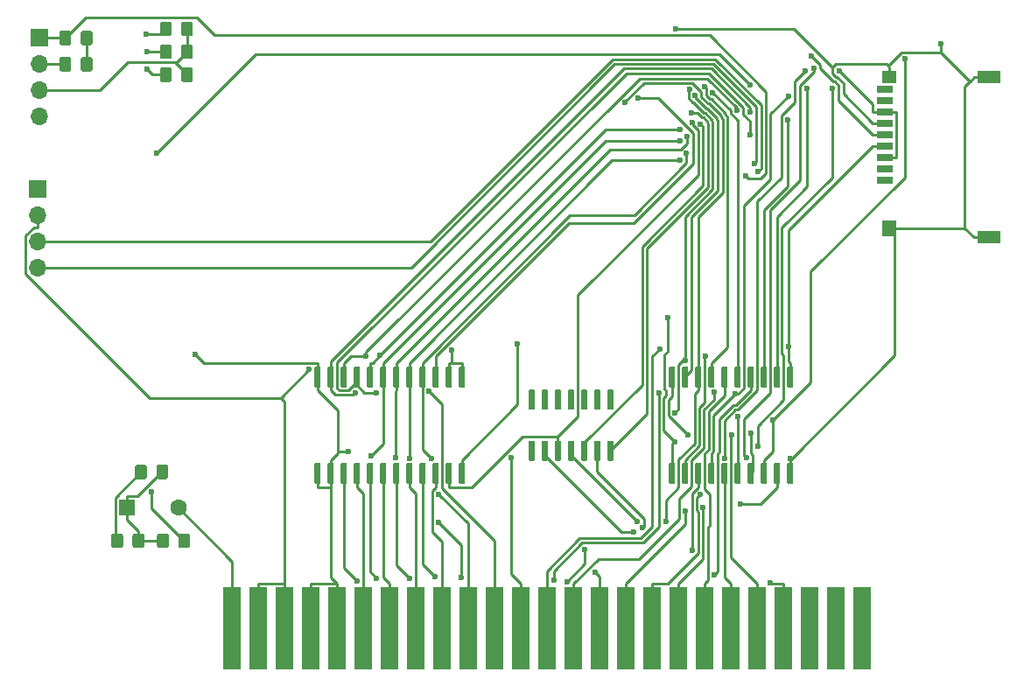
<source format=gbr>
G04 #@! TF.GenerationSoftware,KiCad,Pcbnew,5.1.5+dfsg1-2*
G04 #@! TF.CreationDate,2020-04-06T17:51:16-07:00*
G04 #@! TF.ProjectId,rpmpv1,72706d70-7631-42e6-9b69-6361645f7063,rev?*
G04 #@! TF.SameCoordinates,Original*
G04 #@! TF.FileFunction,Copper,L2,Bot*
G04 #@! TF.FilePolarity,Positive*
%FSLAX46Y46*%
G04 Gerber Fmt 4.6, Leading zero omitted, Abs format (unit mm)*
G04 Created by KiCad (PCBNEW 5.1.5+dfsg1-2) date 2020-04-06 17:51:16*
%MOMM*%
%LPD*%
G04 APERTURE LIST*
%ADD10C,0.100000*%
%ADD11O,1.700000X1.700000*%
%ADD12R,1.700000X1.700000*%
%ADD13R,1.800000X8.000000*%
%ADD14R,1.600000X1.600000*%
%ADD15C,1.600000*%
%ADD16R,2.200000X1.200000*%
%ADD17R,1.400000X1.600000*%
%ADD18R,1.400000X1.200000*%
%ADD19R,1.600000X0.700000*%
%ADD20C,0.600000*%
%ADD21C,0.250000*%
G04 APERTURE END LIST*
G04 #@! TA.AperFunction,SMDPad,CuDef*
D10*
G36*
X181139703Y-84495722D02*
G01*
X181154264Y-84497882D01*
X181168543Y-84501459D01*
X181182403Y-84506418D01*
X181195710Y-84512712D01*
X181208336Y-84520280D01*
X181220159Y-84529048D01*
X181231066Y-84538934D01*
X181240952Y-84549841D01*
X181249720Y-84561664D01*
X181257288Y-84574290D01*
X181263582Y-84587597D01*
X181268541Y-84601457D01*
X181272118Y-84615736D01*
X181274278Y-84630297D01*
X181275000Y-84645000D01*
X181275000Y-86395000D01*
X181274278Y-86409703D01*
X181272118Y-86424264D01*
X181268541Y-86438543D01*
X181263582Y-86452403D01*
X181257288Y-86465710D01*
X181249720Y-86478336D01*
X181240952Y-86490159D01*
X181231066Y-86501066D01*
X181220159Y-86510952D01*
X181208336Y-86519720D01*
X181195710Y-86527288D01*
X181182403Y-86533582D01*
X181168543Y-86538541D01*
X181154264Y-86542118D01*
X181139703Y-86544278D01*
X181125000Y-86545000D01*
X180825000Y-86545000D01*
X180810297Y-86544278D01*
X180795736Y-86542118D01*
X180781457Y-86538541D01*
X180767597Y-86533582D01*
X180754290Y-86527288D01*
X180741664Y-86519720D01*
X180729841Y-86510952D01*
X180718934Y-86501066D01*
X180709048Y-86490159D01*
X180700280Y-86478336D01*
X180692712Y-86465710D01*
X180686418Y-86452403D01*
X180681459Y-86438543D01*
X180677882Y-86424264D01*
X180675722Y-86409703D01*
X180675000Y-86395000D01*
X180675000Y-84645000D01*
X180675722Y-84630297D01*
X180677882Y-84615736D01*
X180681459Y-84601457D01*
X180686418Y-84587597D01*
X180692712Y-84574290D01*
X180700280Y-84561664D01*
X180709048Y-84549841D01*
X180718934Y-84538934D01*
X180729841Y-84529048D01*
X180741664Y-84520280D01*
X180754290Y-84512712D01*
X180767597Y-84506418D01*
X180781457Y-84501459D01*
X180795736Y-84497882D01*
X180810297Y-84495722D01*
X180825000Y-84495000D01*
X181125000Y-84495000D01*
X181139703Y-84495722D01*
G37*
G04 #@! TD.AperFunction*
G04 #@! TA.AperFunction,SMDPad,CuDef*
G36*
X179869703Y-84495722D02*
G01*
X179884264Y-84497882D01*
X179898543Y-84501459D01*
X179912403Y-84506418D01*
X179925710Y-84512712D01*
X179938336Y-84520280D01*
X179950159Y-84529048D01*
X179961066Y-84538934D01*
X179970952Y-84549841D01*
X179979720Y-84561664D01*
X179987288Y-84574290D01*
X179993582Y-84587597D01*
X179998541Y-84601457D01*
X180002118Y-84615736D01*
X180004278Y-84630297D01*
X180005000Y-84645000D01*
X180005000Y-86395000D01*
X180004278Y-86409703D01*
X180002118Y-86424264D01*
X179998541Y-86438543D01*
X179993582Y-86452403D01*
X179987288Y-86465710D01*
X179979720Y-86478336D01*
X179970952Y-86490159D01*
X179961066Y-86501066D01*
X179950159Y-86510952D01*
X179938336Y-86519720D01*
X179925710Y-86527288D01*
X179912403Y-86533582D01*
X179898543Y-86538541D01*
X179884264Y-86542118D01*
X179869703Y-86544278D01*
X179855000Y-86545000D01*
X179555000Y-86545000D01*
X179540297Y-86544278D01*
X179525736Y-86542118D01*
X179511457Y-86538541D01*
X179497597Y-86533582D01*
X179484290Y-86527288D01*
X179471664Y-86519720D01*
X179459841Y-86510952D01*
X179448934Y-86501066D01*
X179439048Y-86490159D01*
X179430280Y-86478336D01*
X179422712Y-86465710D01*
X179416418Y-86452403D01*
X179411459Y-86438543D01*
X179407882Y-86424264D01*
X179405722Y-86409703D01*
X179405000Y-86395000D01*
X179405000Y-84645000D01*
X179405722Y-84630297D01*
X179407882Y-84615736D01*
X179411459Y-84601457D01*
X179416418Y-84587597D01*
X179422712Y-84574290D01*
X179430280Y-84561664D01*
X179439048Y-84549841D01*
X179448934Y-84538934D01*
X179459841Y-84529048D01*
X179471664Y-84520280D01*
X179484290Y-84512712D01*
X179497597Y-84506418D01*
X179511457Y-84501459D01*
X179525736Y-84497882D01*
X179540297Y-84495722D01*
X179555000Y-84495000D01*
X179855000Y-84495000D01*
X179869703Y-84495722D01*
G37*
G04 #@! TD.AperFunction*
G04 #@! TA.AperFunction,SMDPad,CuDef*
G36*
X178599703Y-84495722D02*
G01*
X178614264Y-84497882D01*
X178628543Y-84501459D01*
X178642403Y-84506418D01*
X178655710Y-84512712D01*
X178668336Y-84520280D01*
X178680159Y-84529048D01*
X178691066Y-84538934D01*
X178700952Y-84549841D01*
X178709720Y-84561664D01*
X178717288Y-84574290D01*
X178723582Y-84587597D01*
X178728541Y-84601457D01*
X178732118Y-84615736D01*
X178734278Y-84630297D01*
X178735000Y-84645000D01*
X178735000Y-86395000D01*
X178734278Y-86409703D01*
X178732118Y-86424264D01*
X178728541Y-86438543D01*
X178723582Y-86452403D01*
X178717288Y-86465710D01*
X178709720Y-86478336D01*
X178700952Y-86490159D01*
X178691066Y-86501066D01*
X178680159Y-86510952D01*
X178668336Y-86519720D01*
X178655710Y-86527288D01*
X178642403Y-86533582D01*
X178628543Y-86538541D01*
X178614264Y-86542118D01*
X178599703Y-86544278D01*
X178585000Y-86545000D01*
X178285000Y-86545000D01*
X178270297Y-86544278D01*
X178255736Y-86542118D01*
X178241457Y-86538541D01*
X178227597Y-86533582D01*
X178214290Y-86527288D01*
X178201664Y-86519720D01*
X178189841Y-86510952D01*
X178178934Y-86501066D01*
X178169048Y-86490159D01*
X178160280Y-86478336D01*
X178152712Y-86465710D01*
X178146418Y-86452403D01*
X178141459Y-86438543D01*
X178137882Y-86424264D01*
X178135722Y-86409703D01*
X178135000Y-86395000D01*
X178135000Y-84645000D01*
X178135722Y-84630297D01*
X178137882Y-84615736D01*
X178141459Y-84601457D01*
X178146418Y-84587597D01*
X178152712Y-84574290D01*
X178160280Y-84561664D01*
X178169048Y-84549841D01*
X178178934Y-84538934D01*
X178189841Y-84529048D01*
X178201664Y-84520280D01*
X178214290Y-84512712D01*
X178227597Y-84506418D01*
X178241457Y-84501459D01*
X178255736Y-84497882D01*
X178270297Y-84495722D01*
X178285000Y-84495000D01*
X178585000Y-84495000D01*
X178599703Y-84495722D01*
G37*
G04 #@! TD.AperFunction*
G04 #@! TA.AperFunction,SMDPad,CuDef*
G36*
X177329703Y-84495722D02*
G01*
X177344264Y-84497882D01*
X177358543Y-84501459D01*
X177372403Y-84506418D01*
X177385710Y-84512712D01*
X177398336Y-84520280D01*
X177410159Y-84529048D01*
X177421066Y-84538934D01*
X177430952Y-84549841D01*
X177439720Y-84561664D01*
X177447288Y-84574290D01*
X177453582Y-84587597D01*
X177458541Y-84601457D01*
X177462118Y-84615736D01*
X177464278Y-84630297D01*
X177465000Y-84645000D01*
X177465000Y-86395000D01*
X177464278Y-86409703D01*
X177462118Y-86424264D01*
X177458541Y-86438543D01*
X177453582Y-86452403D01*
X177447288Y-86465710D01*
X177439720Y-86478336D01*
X177430952Y-86490159D01*
X177421066Y-86501066D01*
X177410159Y-86510952D01*
X177398336Y-86519720D01*
X177385710Y-86527288D01*
X177372403Y-86533582D01*
X177358543Y-86538541D01*
X177344264Y-86542118D01*
X177329703Y-86544278D01*
X177315000Y-86545000D01*
X177015000Y-86545000D01*
X177000297Y-86544278D01*
X176985736Y-86542118D01*
X176971457Y-86538541D01*
X176957597Y-86533582D01*
X176944290Y-86527288D01*
X176931664Y-86519720D01*
X176919841Y-86510952D01*
X176908934Y-86501066D01*
X176899048Y-86490159D01*
X176890280Y-86478336D01*
X176882712Y-86465710D01*
X176876418Y-86452403D01*
X176871459Y-86438543D01*
X176867882Y-86424264D01*
X176865722Y-86409703D01*
X176865000Y-86395000D01*
X176865000Y-84645000D01*
X176865722Y-84630297D01*
X176867882Y-84615736D01*
X176871459Y-84601457D01*
X176876418Y-84587597D01*
X176882712Y-84574290D01*
X176890280Y-84561664D01*
X176899048Y-84549841D01*
X176908934Y-84538934D01*
X176919841Y-84529048D01*
X176931664Y-84520280D01*
X176944290Y-84512712D01*
X176957597Y-84506418D01*
X176971457Y-84501459D01*
X176985736Y-84497882D01*
X177000297Y-84495722D01*
X177015000Y-84495000D01*
X177315000Y-84495000D01*
X177329703Y-84495722D01*
G37*
G04 #@! TD.AperFunction*
G04 #@! TA.AperFunction,SMDPad,CuDef*
G36*
X176059703Y-84495722D02*
G01*
X176074264Y-84497882D01*
X176088543Y-84501459D01*
X176102403Y-84506418D01*
X176115710Y-84512712D01*
X176128336Y-84520280D01*
X176140159Y-84529048D01*
X176151066Y-84538934D01*
X176160952Y-84549841D01*
X176169720Y-84561664D01*
X176177288Y-84574290D01*
X176183582Y-84587597D01*
X176188541Y-84601457D01*
X176192118Y-84615736D01*
X176194278Y-84630297D01*
X176195000Y-84645000D01*
X176195000Y-86395000D01*
X176194278Y-86409703D01*
X176192118Y-86424264D01*
X176188541Y-86438543D01*
X176183582Y-86452403D01*
X176177288Y-86465710D01*
X176169720Y-86478336D01*
X176160952Y-86490159D01*
X176151066Y-86501066D01*
X176140159Y-86510952D01*
X176128336Y-86519720D01*
X176115710Y-86527288D01*
X176102403Y-86533582D01*
X176088543Y-86538541D01*
X176074264Y-86542118D01*
X176059703Y-86544278D01*
X176045000Y-86545000D01*
X175745000Y-86545000D01*
X175730297Y-86544278D01*
X175715736Y-86542118D01*
X175701457Y-86538541D01*
X175687597Y-86533582D01*
X175674290Y-86527288D01*
X175661664Y-86519720D01*
X175649841Y-86510952D01*
X175638934Y-86501066D01*
X175629048Y-86490159D01*
X175620280Y-86478336D01*
X175612712Y-86465710D01*
X175606418Y-86452403D01*
X175601459Y-86438543D01*
X175597882Y-86424264D01*
X175595722Y-86409703D01*
X175595000Y-86395000D01*
X175595000Y-84645000D01*
X175595722Y-84630297D01*
X175597882Y-84615736D01*
X175601459Y-84601457D01*
X175606418Y-84587597D01*
X175612712Y-84574290D01*
X175620280Y-84561664D01*
X175629048Y-84549841D01*
X175638934Y-84538934D01*
X175649841Y-84529048D01*
X175661664Y-84520280D01*
X175674290Y-84512712D01*
X175687597Y-84506418D01*
X175701457Y-84501459D01*
X175715736Y-84497882D01*
X175730297Y-84495722D01*
X175745000Y-84495000D01*
X176045000Y-84495000D01*
X176059703Y-84495722D01*
G37*
G04 #@! TD.AperFunction*
G04 #@! TA.AperFunction,SMDPad,CuDef*
G36*
X174789703Y-84495722D02*
G01*
X174804264Y-84497882D01*
X174818543Y-84501459D01*
X174832403Y-84506418D01*
X174845710Y-84512712D01*
X174858336Y-84520280D01*
X174870159Y-84529048D01*
X174881066Y-84538934D01*
X174890952Y-84549841D01*
X174899720Y-84561664D01*
X174907288Y-84574290D01*
X174913582Y-84587597D01*
X174918541Y-84601457D01*
X174922118Y-84615736D01*
X174924278Y-84630297D01*
X174925000Y-84645000D01*
X174925000Y-86395000D01*
X174924278Y-86409703D01*
X174922118Y-86424264D01*
X174918541Y-86438543D01*
X174913582Y-86452403D01*
X174907288Y-86465710D01*
X174899720Y-86478336D01*
X174890952Y-86490159D01*
X174881066Y-86501066D01*
X174870159Y-86510952D01*
X174858336Y-86519720D01*
X174845710Y-86527288D01*
X174832403Y-86533582D01*
X174818543Y-86538541D01*
X174804264Y-86542118D01*
X174789703Y-86544278D01*
X174775000Y-86545000D01*
X174475000Y-86545000D01*
X174460297Y-86544278D01*
X174445736Y-86542118D01*
X174431457Y-86538541D01*
X174417597Y-86533582D01*
X174404290Y-86527288D01*
X174391664Y-86519720D01*
X174379841Y-86510952D01*
X174368934Y-86501066D01*
X174359048Y-86490159D01*
X174350280Y-86478336D01*
X174342712Y-86465710D01*
X174336418Y-86452403D01*
X174331459Y-86438543D01*
X174327882Y-86424264D01*
X174325722Y-86409703D01*
X174325000Y-86395000D01*
X174325000Y-84645000D01*
X174325722Y-84630297D01*
X174327882Y-84615736D01*
X174331459Y-84601457D01*
X174336418Y-84587597D01*
X174342712Y-84574290D01*
X174350280Y-84561664D01*
X174359048Y-84549841D01*
X174368934Y-84538934D01*
X174379841Y-84529048D01*
X174391664Y-84520280D01*
X174404290Y-84512712D01*
X174417597Y-84506418D01*
X174431457Y-84501459D01*
X174445736Y-84497882D01*
X174460297Y-84495722D01*
X174475000Y-84495000D01*
X174775000Y-84495000D01*
X174789703Y-84495722D01*
G37*
G04 #@! TD.AperFunction*
G04 #@! TA.AperFunction,SMDPad,CuDef*
G36*
X173519703Y-84495722D02*
G01*
X173534264Y-84497882D01*
X173548543Y-84501459D01*
X173562403Y-84506418D01*
X173575710Y-84512712D01*
X173588336Y-84520280D01*
X173600159Y-84529048D01*
X173611066Y-84538934D01*
X173620952Y-84549841D01*
X173629720Y-84561664D01*
X173637288Y-84574290D01*
X173643582Y-84587597D01*
X173648541Y-84601457D01*
X173652118Y-84615736D01*
X173654278Y-84630297D01*
X173655000Y-84645000D01*
X173655000Y-86395000D01*
X173654278Y-86409703D01*
X173652118Y-86424264D01*
X173648541Y-86438543D01*
X173643582Y-86452403D01*
X173637288Y-86465710D01*
X173629720Y-86478336D01*
X173620952Y-86490159D01*
X173611066Y-86501066D01*
X173600159Y-86510952D01*
X173588336Y-86519720D01*
X173575710Y-86527288D01*
X173562403Y-86533582D01*
X173548543Y-86538541D01*
X173534264Y-86542118D01*
X173519703Y-86544278D01*
X173505000Y-86545000D01*
X173205000Y-86545000D01*
X173190297Y-86544278D01*
X173175736Y-86542118D01*
X173161457Y-86538541D01*
X173147597Y-86533582D01*
X173134290Y-86527288D01*
X173121664Y-86519720D01*
X173109841Y-86510952D01*
X173098934Y-86501066D01*
X173089048Y-86490159D01*
X173080280Y-86478336D01*
X173072712Y-86465710D01*
X173066418Y-86452403D01*
X173061459Y-86438543D01*
X173057882Y-86424264D01*
X173055722Y-86409703D01*
X173055000Y-86395000D01*
X173055000Y-84645000D01*
X173055722Y-84630297D01*
X173057882Y-84615736D01*
X173061459Y-84601457D01*
X173066418Y-84587597D01*
X173072712Y-84574290D01*
X173080280Y-84561664D01*
X173089048Y-84549841D01*
X173098934Y-84538934D01*
X173109841Y-84529048D01*
X173121664Y-84520280D01*
X173134290Y-84512712D01*
X173147597Y-84506418D01*
X173161457Y-84501459D01*
X173175736Y-84497882D01*
X173190297Y-84495722D01*
X173205000Y-84495000D01*
X173505000Y-84495000D01*
X173519703Y-84495722D01*
G37*
G04 #@! TD.AperFunction*
G04 #@! TA.AperFunction,SMDPad,CuDef*
G36*
X172249703Y-84495722D02*
G01*
X172264264Y-84497882D01*
X172278543Y-84501459D01*
X172292403Y-84506418D01*
X172305710Y-84512712D01*
X172318336Y-84520280D01*
X172330159Y-84529048D01*
X172341066Y-84538934D01*
X172350952Y-84549841D01*
X172359720Y-84561664D01*
X172367288Y-84574290D01*
X172373582Y-84587597D01*
X172378541Y-84601457D01*
X172382118Y-84615736D01*
X172384278Y-84630297D01*
X172385000Y-84645000D01*
X172385000Y-86395000D01*
X172384278Y-86409703D01*
X172382118Y-86424264D01*
X172378541Y-86438543D01*
X172373582Y-86452403D01*
X172367288Y-86465710D01*
X172359720Y-86478336D01*
X172350952Y-86490159D01*
X172341066Y-86501066D01*
X172330159Y-86510952D01*
X172318336Y-86519720D01*
X172305710Y-86527288D01*
X172292403Y-86533582D01*
X172278543Y-86538541D01*
X172264264Y-86542118D01*
X172249703Y-86544278D01*
X172235000Y-86545000D01*
X171935000Y-86545000D01*
X171920297Y-86544278D01*
X171905736Y-86542118D01*
X171891457Y-86538541D01*
X171877597Y-86533582D01*
X171864290Y-86527288D01*
X171851664Y-86519720D01*
X171839841Y-86510952D01*
X171828934Y-86501066D01*
X171819048Y-86490159D01*
X171810280Y-86478336D01*
X171802712Y-86465710D01*
X171796418Y-86452403D01*
X171791459Y-86438543D01*
X171787882Y-86424264D01*
X171785722Y-86409703D01*
X171785000Y-86395000D01*
X171785000Y-84645000D01*
X171785722Y-84630297D01*
X171787882Y-84615736D01*
X171791459Y-84601457D01*
X171796418Y-84587597D01*
X171802712Y-84574290D01*
X171810280Y-84561664D01*
X171819048Y-84549841D01*
X171828934Y-84538934D01*
X171839841Y-84529048D01*
X171851664Y-84520280D01*
X171864290Y-84512712D01*
X171877597Y-84506418D01*
X171891457Y-84501459D01*
X171905736Y-84497882D01*
X171920297Y-84495722D01*
X171935000Y-84495000D01*
X172235000Y-84495000D01*
X172249703Y-84495722D01*
G37*
G04 #@! TD.AperFunction*
G04 #@! TA.AperFunction,SMDPad,CuDef*
G36*
X170979703Y-84495722D02*
G01*
X170994264Y-84497882D01*
X171008543Y-84501459D01*
X171022403Y-84506418D01*
X171035710Y-84512712D01*
X171048336Y-84520280D01*
X171060159Y-84529048D01*
X171071066Y-84538934D01*
X171080952Y-84549841D01*
X171089720Y-84561664D01*
X171097288Y-84574290D01*
X171103582Y-84587597D01*
X171108541Y-84601457D01*
X171112118Y-84615736D01*
X171114278Y-84630297D01*
X171115000Y-84645000D01*
X171115000Y-86395000D01*
X171114278Y-86409703D01*
X171112118Y-86424264D01*
X171108541Y-86438543D01*
X171103582Y-86452403D01*
X171097288Y-86465710D01*
X171089720Y-86478336D01*
X171080952Y-86490159D01*
X171071066Y-86501066D01*
X171060159Y-86510952D01*
X171048336Y-86519720D01*
X171035710Y-86527288D01*
X171022403Y-86533582D01*
X171008543Y-86538541D01*
X170994264Y-86542118D01*
X170979703Y-86544278D01*
X170965000Y-86545000D01*
X170665000Y-86545000D01*
X170650297Y-86544278D01*
X170635736Y-86542118D01*
X170621457Y-86538541D01*
X170607597Y-86533582D01*
X170594290Y-86527288D01*
X170581664Y-86519720D01*
X170569841Y-86510952D01*
X170558934Y-86501066D01*
X170549048Y-86490159D01*
X170540280Y-86478336D01*
X170532712Y-86465710D01*
X170526418Y-86452403D01*
X170521459Y-86438543D01*
X170517882Y-86424264D01*
X170515722Y-86409703D01*
X170515000Y-86395000D01*
X170515000Y-84645000D01*
X170515722Y-84630297D01*
X170517882Y-84615736D01*
X170521459Y-84601457D01*
X170526418Y-84587597D01*
X170532712Y-84574290D01*
X170540280Y-84561664D01*
X170549048Y-84549841D01*
X170558934Y-84538934D01*
X170569841Y-84529048D01*
X170581664Y-84520280D01*
X170594290Y-84512712D01*
X170607597Y-84506418D01*
X170621457Y-84501459D01*
X170635736Y-84497882D01*
X170650297Y-84495722D01*
X170665000Y-84495000D01*
X170965000Y-84495000D01*
X170979703Y-84495722D01*
G37*
G04 #@! TD.AperFunction*
G04 #@! TA.AperFunction,SMDPad,CuDef*
G36*
X169709703Y-84495722D02*
G01*
X169724264Y-84497882D01*
X169738543Y-84501459D01*
X169752403Y-84506418D01*
X169765710Y-84512712D01*
X169778336Y-84520280D01*
X169790159Y-84529048D01*
X169801066Y-84538934D01*
X169810952Y-84549841D01*
X169819720Y-84561664D01*
X169827288Y-84574290D01*
X169833582Y-84587597D01*
X169838541Y-84601457D01*
X169842118Y-84615736D01*
X169844278Y-84630297D01*
X169845000Y-84645000D01*
X169845000Y-86395000D01*
X169844278Y-86409703D01*
X169842118Y-86424264D01*
X169838541Y-86438543D01*
X169833582Y-86452403D01*
X169827288Y-86465710D01*
X169819720Y-86478336D01*
X169810952Y-86490159D01*
X169801066Y-86501066D01*
X169790159Y-86510952D01*
X169778336Y-86519720D01*
X169765710Y-86527288D01*
X169752403Y-86533582D01*
X169738543Y-86538541D01*
X169724264Y-86542118D01*
X169709703Y-86544278D01*
X169695000Y-86545000D01*
X169395000Y-86545000D01*
X169380297Y-86544278D01*
X169365736Y-86542118D01*
X169351457Y-86538541D01*
X169337597Y-86533582D01*
X169324290Y-86527288D01*
X169311664Y-86519720D01*
X169299841Y-86510952D01*
X169288934Y-86501066D01*
X169279048Y-86490159D01*
X169270280Y-86478336D01*
X169262712Y-86465710D01*
X169256418Y-86452403D01*
X169251459Y-86438543D01*
X169247882Y-86424264D01*
X169245722Y-86409703D01*
X169245000Y-86395000D01*
X169245000Y-84645000D01*
X169245722Y-84630297D01*
X169247882Y-84615736D01*
X169251459Y-84601457D01*
X169256418Y-84587597D01*
X169262712Y-84574290D01*
X169270280Y-84561664D01*
X169279048Y-84549841D01*
X169288934Y-84538934D01*
X169299841Y-84529048D01*
X169311664Y-84520280D01*
X169324290Y-84512712D01*
X169337597Y-84506418D01*
X169351457Y-84501459D01*
X169365736Y-84497882D01*
X169380297Y-84495722D01*
X169395000Y-84495000D01*
X169695000Y-84495000D01*
X169709703Y-84495722D01*
G37*
G04 #@! TD.AperFunction*
G04 #@! TA.AperFunction,SMDPad,CuDef*
G36*
X169709703Y-93795722D02*
G01*
X169724264Y-93797882D01*
X169738543Y-93801459D01*
X169752403Y-93806418D01*
X169765710Y-93812712D01*
X169778336Y-93820280D01*
X169790159Y-93829048D01*
X169801066Y-93838934D01*
X169810952Y-93849841D01*
X169819720Y-93861664D01*
X169827288Y-93874290D01*
X169833582Y-93887597D01*
X169838541Y-93901457D01*
X169842118Y-93915736D01*
X169844278Y-93930297D01*
X169845000Y-93945000D01*
X169845000Y-95695000D01*
X169844278Y-95709703D01*
X169842118Y-95724264D01*
X169838541Y-95738543D01*
X169833582Y-95752403D01*
X169827288Y-95765710D01*
X169819720Y-95778336D01*
X169810952Y-95790159D01*
X169801066Y-95801066D01*
X169790159Y-95810952D01*
X169778336Y-95819720D01*
X169765710Y-95827288D01*
X169752403Y-95833582D01*
X169738543Y-95838541D01*
X169724264Y-95842118D01*
X169709703Y-95844278D01*
X169695000Y-95845000D01*
X169395000Y-95845000D01*
X169380297Y-95844278D01*
X169365736Y-95842118D01*
X169351457Y-95838541D01*
X169337597Y-95833582D01*
X169324290Y-95827288D01*
X169311664Y-95819720D01*
X169299841Y-95810952D01*
X169288934Y-95801066D01*
X169279048Y-95790159D01*
X169270280Y-95778336D01*
X169262712Y-95765710D01*
X169256418Y-95752403D01*
X169251459Y-95738543D01*
X169247882Y-95724264D01*
X169245722Y-95709703D01*
X169245000Y-95695000D01*
X169245000Y-93945000D01*
X169245722Y-93930297D01*
X169247882Y-93915736D01*
X169251459Y-93901457D01*
X169256418Y-93887597D01*
X169262712Y-93874290D01*
X169270280Y-93861664D01*
X169279048Y-93849841D01*
X169288934Y-93838934D01*
X169299841Y-93829048D01*
X169311664Y-93820280D01*
X169324290Y-93812712D01*
X169337597Y-93806418D01*
X169351457Y-93801459D01*
X169365736Y-93797882D01*
X169380297Y-93795722D01*
X169395000Y-93795000D01*
X169695000Y-93795000D01*
X169709703Y-93795722D01*
G37*
G04 #@! TD.AperFunction*
G04 #@! TA.AperFunction,SMDPad,CuDef*
G36*
X170979703Y-93795722D02*
G01*
X170994264Y-93797882D01*
X171008543Y-93801459D01*
X171022403Y-93806418D01*
X171035710Y-93812712D01*
X171048336Y-93820280D01*
X171060159Y-93829048D01*
X171071066Y-93838934D01*
X171080952Y-93849841D01*
X171089720Y-93861664D01*
X171097288Y-93874290D01*
X171103582Y-93887597D01*
X171108541Y-93901457D01*
X171112118Y-93915736D01*
X171114278Y-93930297D01*
X171115000Y-93945000D01*
X171115000Y-95695000D01*
X171114278Y-95709703D01*
X171112118Y-95724264D01*
X171108541Y-95738543D01*
X171103582Y-95752403D01*
X171097288Y-95765710D01*
X171089720Y-95778336D01*
X171080952Y-95790159D01*
X171071066Y-95801066D01*
X171060159Y-95810952D01*
X171048336Y-95819720D01*
X171035710Y-95827288D01*
X171022403Y-95833582D01*
X171008543Y-95838541D01*
X170994264Y-95842118D01*
X170979703Y-95844278D01*
X170965000Y-95845000D01*
X170665000Y-95845000D01*
X170650297Y-95844278D01*
X170635736Y-95842118D01*
X170621457Y-95838541D01*
X170607597Y-95833582D01*
X170594290Y-95827288D01*
X170581664Y-95819720D01*
X170569841Y-95810952D01*
X170558934Y-95801066D01*
X170549048Y-95790159D01*
X170540280Y-95778336D01*
X170532712Y-95765710D01*
X170526418Y-95752403D01*
X170521459Y-95738543D01*
X170517882Y-95724264D01*
X170515722Y-95709703D01*
X170515000Y-95695000D01*
X170515000Y-93945000D01*
X170515722Y-93930297D01*
X170517882Y-93915736D01*
X170521459Y-93901457D01*
X170526418Y-93887597D01*
X170532712Y-93874290D01*
X170540280Y-93861664D01*
X170549048Y-93849841D01*
X170558934Y-93838934D01*
X170569841Y-93829048D01*
X170581664Y-93820280D01*
X170594290Y-93812712D01*
X170607597Y-93806418D01*
X170621457Y-93801459D01*
X170635736Y-93797882D01*
X170650297Y-93795722D01*
X170665000Y-93795000D01*
X170965000Y-93795000D01*
X170979703Y-93795722D01*
G37*
G04 #@! TD.AperFunction*
G04 #@! TA.AperFunction,SMDPad,CuDef*
G36*
X172249703Y-93795722D02*
G01*
X172264264Y-93797882D01*
X172278543Y-93801459D01*
X172292403Y-93806418D01*
X172305710Y-93812712D01*
X172318336Y-93820280D01*
X172330159Y-93829048D01*
X172341066Y-93838934D01*
X172350952Y-93849841D01*
X172359720Y-93861664D01*
X172367288Y-93874290D01*
X172373582Y-93887597D01*
X172378541Y-93901457D01*
X172382118Y-93915736D01*
X172384278Y-93930297D01*
X172385000Y-93945000D01*
X172385000Y-95695000D01*
X172384278Y-95709703D01*
X172382118Y-95724264D01*
X172378541Y-95738543D01*
X172373582Y-95752403D01*
X172367288Y-95765710D01*
X172359720Y-95778336D01*
X172350952Y-95790159D01*
X172341066Y-95801066D01*
X172330159Y-95810952D01*
X172318336Y-95819720D01*
X172305710Y-95827288D01*
X172292403Y-95833582D01*
X172278543Y-95838541D01*
X172264264Y-95842118D01*
X172249703Y-95844278D01*
X172235000Y-95845000D01*
X171935000Y-95845000D01*
X171920297Y-95844278D01*
X171905736Y-95842118D01*
X171891457Y-95838541D01*
X171877597Y-95833582D01*
X171864290Y-95827288D01*
X171851664Y-95819720D01*
X171839841Y-95810952D01*
X171828934Y-95801066D01*
X171819048Y-95790159D01*
X171810280Y-95778336D01*
X171802712Y-95765710D01*
X171796418Y-95752403D01*
X171791459Y-95738543D01*
X171787882Y-95724264D01*
X171785722Y-95709703D01*
X171785000Y-95695000D01*
X171785000Y-93945000D01*
X171785722Y-93930297D01*
X171787882Y-93915736D01*
X171791459Y-93901457D01*
X171796418Y-93887597D01*
X171802712Y-93874290D01*
X171810280Y-93861664D01*
X171819048Y-93849841D01*
X171828934Y-93838934D01*
X171839841Y-93829048D01*
X171851664Y-93820280D01*
X171864290Y-93812712D01*
X171877597Y-93806418D01*
X171891457Y-93801459D01*
X171905736Y-93797882D01*
X171920297Y-93795722D01*
X171935000Y-93795000D01*
X172235000Y-93795000D01*
X172249703Y-93795722D01*
G37*
G04 #@! TD.AperFunction*
G04 #@! TA.AperFunction,SMDPad,CuDef*
G36*
X173519703Y-93795722D02*
G01*
X173534264Y-93797882D01*
X173548543Y-93801459D01*
X173562403Y-93806418D01*
X173575710Y-93812712D01*
X173588336Y-93820280D01*
X173600159Y-93829048D01*
X173611066Y-93838934D01*
X173620952Y-93849841D01*
X173629720Y-93861664D01*
X173637288Y-93874290D01*
X173643582Y-93887597D01*
X173648541Y-93901457D01*
X173652118Y-93915736D01*
X173654278Y-93930297D01*
X173655000Y-93945000D01*
X173655000Y-95695000D01*
X173654278Y-95709703D01*
X173652118Y-95724264D01*
X173648541Y-95738543D01*
X173643582Y-95752403D01*
X173637288Y-95765710D01*
X173629720Y-95778336D01*
X173620952Y-95790159D01*
X173611066Y-95801066D01*
X173600159Y-95810952D01*
X173588336Y-95819720D01*
X173575710Y-95827288D01*
X173562403Y-95833582D01*
X173548543Y-95838541D01*
X173534264Y-95842118D01*
X173519703Y-95844278D01*
X173505000Y-95845000D01*
X173205000Y-95845000D01*
X173190297Y-95844278D01*
X173175736Y-95842118D01*
X173161457Y-95838541D01*
X173147597Y-95833582D01*
X173134290Y-95827288D01*
X173121664Y-95819720D01*
X173109841Y-95810952D01*
X173098934Y-95801066D01*
X173089048Y-95790159D01*
X173080280Y-95778336D01*
X173072712Y-95765710D01*
X173066418Y-95752403D01*
X173061459Y-95738543D01*
X173057882Y-95724264D01*
X173055722Y-95709703D01*
X173055000Y-95695000D01*
X173055000Y-93945000D01*
X173055722Y-93930297D01*
X173057882Y-93915736D01*
X173061459Y-93901457D01*
X173066418Y-93887597D01*
X173072712Y-93874290D01*
X173080280Y-93861664D01*
X173089048Y-93849841D01*
X173098934Y-93838934D01*
X173109841Y-93829048D01*
X173121664Y-93820280D01*
X173134290Y-93812712D01*
X173147597Y-93806418D01*
X173161457Y-93801459D01*
X173175736Y-93797882D01*
X173190297Y-93795722D01*
X173205000Y-93795000D01*
X173505000Y-93795000D01*
X173519703Y-93795722D01*
G37*
G04 #@! TD.AperFunction*
G04 #@! TA.AperFunction,SMDPad,CuDef*
G36*
X174789703Y-93795722D02*
G01*
X174804264Y-93797882D01*
X174818543Y-93801459D01*
X174832403Y-93806418D01*
X174845710Y-93812712D01*
X174858336Y-93820280D01*
X174870159Y-93829048D01*
X174881066Y-93838934D01*
X174890952Y-93849841D01*
X174899720Y-93861664D01*
X174907288Y-93874290D01*
X174913582Y-93887597D01*
X174918541Y-93901457D01*
X174922118Y-93915736D01*
X174924278Y-93930297D01*
X174925000Y-93945000D01*
X174925000Y-95695000D01*
X174924278Y-95709703D01*
X174922118Y-95724264D01*
X174918541Y-95738543D01*
X174913582Y-95752403D01*
X174907288Y-95765710D01*
X174899720Y-95778336D01*
X174890952Y-95790159D01*
X174881066Y-95801066D01*
X174870159Y-95810952D01*
X174858336Y-95819720D01*
X174845710Y-95827288D01*
X174832403Y-95833582D01*
X174818543Y-95838541D01*
X174804264Y-95842118D01*
X174789703Y-95844278D01*
X174775000Y-95845000D01*
X174475000Y-95845000D01*
X174460297Y-95844278D01*
X174445736Y-95842118D01*
X174431457Y-95838541D01*
X174417597Y-95833582D01*
X174404290Y-95827288D01*
X174391664Y-95819720D01*
X174379841Y-95810952D01*
X174368934Y-95801066D01*
X174359048Y-95790159D01*
X174350280Y-95778336D01*
X174342712Y-95765710D01*
X174336418Y-95752403D01*
X174331459Y-95738543D01*
X174327882Y-95724264D01*
X174325722Y-95709703D01*
X174325000Y-95695000D01*
X174325000Y-93945000D01*
X174325722Y-93930297D01*
X174327882Y-93915736D01*
X174331459Y-93901457D01*
X174336418Y-93887597D01*
X174342712Y-93874290D01*
X174350280Y-93861664D01*
X174359048Y-93849841D01*
X174368934Y-93838934D01*
X174379841Y-93829048D01*
X174391664Y-93820280D01*
X174404290Y-93812712D01*
X174417597Y-93806418D01*
X174431457Y-93801459D01*
X174445736Y-93797882D01*
X174460297Y-93795722D01*
X174475000Y-93795000D01*
X174775000Y-93795000D01*
X174789703Y-93795722D01*
G37*
G04 #@! TD.AperFunction*
G04 #@! TA.AperFunction,SMDPad,CuDef*
G36*
X176059703Y-93795722D02*
G01*
X176074264Y-93797882D01*
X176088543Y-93801459D01*
X176102403Y-93806418D01*
X176115710Y-93812712D01*
X176128336Y-93820280D01*
X176140159Y-93829048D01*
X176151066Y-93838934D01*
X176160952Y-93849841D01*
X176169720Y-93861664D01*
X176177288Y-93874290D01*
X176183582Y-93887597D01*
X176188541Y-93901457D01*
X176192118Y-93915736D01*
X176194278Y-93930297D01*
X176195000Y-93945000D01*
X176195000Y-95695000D01*
X176194278Y-95709703D01*
X176192118Y-95724264D01*
X176188541Y-95738543D01*
X176183582Y-95752403D01*
X176177288Y-95765710D01*
X176169720Y-95778336D01*
X176160952Y-95790159D01*
X176151066Y-95801066D01*
X176140159Y-95810952D01*
X176128336Y-95819720D01*
X176115710Y-95827288D01*
X176102403Y-95833582D01*
X176088543Y-95838541D01*
X176074264Y-95842118D01*
X176059703Y-95844278D01*
X176045000Y-95845000D01*
X175745000Y-95845000D01*
X175730297Y-95844278D01*
X175715736Y-95842118D01*
X175701457Y-95838541D01*
X175687597Y-95833582D01*
X175674290Y-95827288D01*
X175661664Y-95819720D01*
X175649841Y-95810952D01*
X175638934Y-95801066D01*
X175629048Y-95790159D01*
X175620280Y-95778336D01*
X175612712Y-95765710D01*
X175606418Y-95752403D01*
X175601459Y-95738543D01*
X175597882Y-95724264D01*
X175595722Y-95709703D01*
X175595000Y-95695000D01*
X175595000Y-93945000D01*
X175595722Y-93930297D01*
X175597882Y-93915736D01*
X175601459Y-93901457D01*
X175606418Y-93887597D01*
X175612712Y-93874290D01*
X175620280Y-93861664D01*
X175629048Y-93849841D01*
X175638934Y-93838934D01*
X175649841Y-93829048D01*
X175661664Y-93820280D01*
X175674290Y-93812712D01*
X175687597Y-93806418D01*
X175701457Y-93801459D01*
X175715736Y-93797882D01*
X175730297Y-93795722D01*
X175745000Y-93795000D01*
X176045000Y-93795000D01*
X176059703Y-93795722D01*
G37*
G04 #@! TD.AperFunction*
G04 #@! TA.AperFunction,SMDPad,CuDef*
G36*
X177329703Y-93795722D02*
G01*
X177344264Y-93797882D01*
X177358543Y-93801459D01*
X177372403Y-93806418D01*
X177385710Y-93812712D01*
X177398336Y-93820280D01*
X177410159Y-93829048D01*
X177421066Y-93838934D01*
X177430952Y-93849841D01*
X177439720Y-93861664D01*
X177447288Y-93874290D01*
X177453582Y-93887597D01*
X177458541Y-93901457D01*
X177462118Y-93915736D01*
X177464278Y-93930297D01*
X177465000Y-93945000D01*
X177465000Y-95695000D01*
X177464278Y-95709703D01*
X177462118Y-95724264D01*
X177458541Y-95738543D01*
X177453582Y-95752403D01*
X177447288Y-95765710D01*
X177439720Y-95778336D01*
X177430952Y-95790159D01*
X177421066Y-95801066D01*
X177410159Y-95810952D01*
X177398336Y-95819720D01*
X177385710Y-95827288D01*
X177372403Y-95833582D01*
X177358543Y-95838541D01*
X177344264Y-95842118D01*
X177329703Y-95844278D01*
X177315000Y-95845000D01*
X177015000Y-95845000D01*
X177000297Y-95844278D01*
X176985736Y-95842118D01*
X176971457Y-95838541D01*
X176957597Y-95833582D01*
X176944290Y-95827288D01*
X176931664Y-95819720D01*
X176919841Y-95810952D01*
X176908934Y-95801066D01*
X176899048Y-95790159D01*
X176890280Y-95778336D01*
X176882712Y-95765710D01*
X176876418Y-95752403D01*
X176871459Y-95738543D01*
X176867882Y-95724264D01*
X176865722Y-95709703D01*
X176865000Y-95695000D01*
X176865000Y-93945000D01*
X176865722Y-93930297D01*
X176867882Y-93915736D01*
X176871459Y-93901457D01*
X176876418Y-93887597D01*
X176882712Y-93874290D01*
X176890280Y-93861664D01*
X176899048Y-93849841D01*
X176908934Y-93838934D01*
X176919841Y-93829048D01*
X176931664Y-93820280D01*
X176944290Y-93812712D01*
X176957597Y-93806418D01*
X176971457Y-93801459D01*
X176985736Y-93797882D01*
X177000297Y-93795722D01*
X177015000Y-93795000D01*
X177315000Y-93795000D01*
X177329703Y-93795722D01*
G37*
G04 #@! TD.AperFunction*
G04 #@! TA.AperFunction,SMDPad,CuDef*
G36*
X178599703Y-93795722D02*
G01*
X178614264Y-93797882D01*
X178628543Y-93801459D01*
X178642403Y-93806418D01*
X178655710Y-93812712D01*
X178668336Y-93820280D01*
X178680159Y-93829048D01*
X178691066Y-93838934D01*
X178700952Y-93849841D01*
X178709720Y-93861664D01*
X178717288Y-93874290D01*
X178723582Y-93887597D01*
X178728541Y-93901457D01*
X178732118Y-93915736D01*
X178734278Y-93930297D01*
X178735000Y-93945000D01*
X178735000Y-95695000D01*
X178734278Y-95709703D01*
X178732118Y-95724264D01*
X178728541Y-95738543D01*
X178723582Y-95752403D01*
X178717288Y-95765710D01*
X178709720Y-95778336D01*
X178700952Y-95790159D01*
X178691066Y-95801066D01*
X178680159Y-95810952D01*
X178668336Y-95819720D01*
X178655710Y-95827288D01*
X178642403Y-95833582D01*
X178628543Y-95838541D01*
X178614264Y-95842118D01*
X178599703Y-95844278D01*
X178585000Y-95845000D01*
X178285000Y-95845000D01*
X178270297Y-95844278D01*
X178255736Y-95842118D01*
X178241457Y-95838541D01*
X178227597Y-95833582D01*
X178214290Y-95827288D01*
X178201664Y-95819720D01*
X178189841Y-95810952D01*
X178178934Y-95801066D01*
X178169048Y-95790159D01*
X178160280Y-95778336D01*
X178152712Y-95765710D01*
X178146418Y-95752403D01*
X178141459Y-95738543D01*
X178137882Y-95724264D01*
X178135722Y-95709703D01*
X178135000Y-95695000D01*
X178135000Y-93945000D01*
X178135722Y-93930297D01*
X178137882Y-93915736D01*
X178141459Y-93901457D01*
X178146418Y-93887597D01*
X178152712Y-93874290D01*
X178160280Y-93861664D01*
X178169048Y-93849841D01*
X178178934Y-93838934D01*
X178189841Y-93829048D01*
X178201664Y-93820280D01*
X178214290Y-93812712D01*
X178227597Y-93806418D01*
X178241457Y-93801459D01*
X178255736Y-93797882D01*
X178270297Y-93795722D01*
X178285000Y-93795000D01*
X178585000Y-93795000D01*
X178599703Y-93795722D01*
G37*
G04 #@! TD.AperFunction*
G04 #@! TA.AperFunction,SMDPad,CuDef*
G36*
X179869703Y-93795722D02*
G01*
X179884264Y-93797882D01*
X179898543Y-93801459D01*
X179912403Y-93806418D01*
X179925710Y-93812712D01*
X179938336Y-93820280D01*
X179950159Y-93829048D01*
X179961066Y-93838934D01*
X179970952Y-93849841D01*
X179979720Y-93861664D01*
X179987288Y-93874290D01*
X179993582Y-93887597D01*
X179998541Y-93901457D01*
X180002118Y-93915736D01*
X180004278Y-93930297D01*
X180005000Y-93945000D01*
X180005000Y-95695000D01*
X180004278Y-95709703D01*
X180002118Y-95724264D01*
X179998541Y-95738543D01*
X179993582Y-95752403D01*
X179987288Y-95765710D01*
X179979720Y-95778336D01*
X179970952Y-95790159D01*
X179961066Y-95801066D01*
X179950159Y-95810952D01*
X179938336Y-95819720D01*
X179925710Y-95827288D01*
X179912403Y-95833582D01*
X179898543Y-95838541D01*
X179884264Y-95842118D01*
X179869703Y-95844278D01*
X179855000Y-95845000D01*
X179555000Y-95845000D01*
X179540297Y-95844278D01*
X179525736Y-95842118D01*
X179511457Y-95838541D01*
X179497597Y-95833582D01*
X179484290Y-95827288D01*
X179471664Y-95819720D01*
X179459841Y-95810952D01*
X179448934Y-95801066D01*
X179439048Y-95790159D01*
X179430280Y-95778336D01*
X179422712Y-95765710D01*
X179416418Y-95752403D01*
X179411459Y-95738543D01*
X179407882Y-95724264D01*
X179405722Y-95709703D01*
X179405000Y-95695000D01*
X179405000Y-93945000D01*
X179405722Y-93930297D01*
X179407882Y-93915736D01*
X179411459Y-93901457D01*
X179416418Y-93887597D01*
X179422712Y-93874290D01*
X179430280Y-93861664D01*
X179439048Y-93849841D01*
X179448934Y-93838934D01*
X179459841Y-93829048D01*
X179471664Y-93820280D01*
X179484290Y-93812712D01*
X179497597Y-93806418D01*
X179511457Y-93801459D01*
X179525736Y-93797882D01*
X179540297Y-93795722D01*
X179555000Y-93795000D01*
X179855000Y-93795000D01*
X179869703Y-93795722D01*
G37*
G04 #@! TD.AperFunction*
G04 #@! TA.AperFunction,SMDPad,CuDef*
G36*
X181139703Y-93795722D02*
G01*
X181154264Y-93797882D01*
X181168543Y-93801459D01*
X181182403Y-93806418D01*
X181195710Y-93812712D01*
X181208336Y-93820280D01*
X181220159Y-93829048D01*
X181231066Y-93838934D01*
X181240952Y-93849841D01*
X181249720Y-93861664D01*
X181257288Y-93874290D01*
X181263582Y-93887597D01*
X181268541Y-93901457D01*
X181272118Y-93915736D01*
X181274278Y-93930297D01*
X181275000Y-93945000D01*
X181275000Y-95695000D01*
X181274278Y-95709703D01*
X181272118Y-95724264D01*
X181268541Y-95738543D01*
X181263582Y-95752403D01*
X181257288Y-95765710D01*
X181249720Y-95778336D01*
X181240952Y-95790159D01*
X181231066Y-95801066D01*
X181220159Y-95810952D01*
X181208336Y-95819720D01*
X181195710Y-95827288D01*
X181182403Y-95833582D01*
X181168543Y-95838541D01*
X181154264Y-95842118D01*
X181139703Y-95844278D01*
X181125000Y-95845000D01*
X180825000Y-95845000D01*
X180810297Y-95844278D01*
X180795736Y-95842118D01*
X180781457Y-95838541D01*
X180767597Y-95833582D01*
X180754290Y-95827288D01*
X180741664Y-95819720D01*
X180729841Y-95810952D01*
X180718934Y-95801066D01*
X180709048Y-95790159D01*
X180700280Y-95778336D01*
X180692712Y-95765710D01*
X180686418Y-95752403D01*
X180681459Y-95738543D01*
X180677882Y-95724264D01*
X180675722Y-95709703D01*
X180675000Y-95695000D01*
X180675000Y-93945000D01*
X180675722Y-93930297D01*
X180677882Y-93915736D01*
X180681459Y-93901457D01*
X180686418Y-93887597D01*
X180692712Y-93874290D01*
X180700280Y-93861664D01*
X180709048Y-93849841D01*
X180718934Y-93838934D01*
X180729841Y-93829048D01*
X180741664Y-93820280D01*
X180754290Y-93812712D01*
X180767597Y-93806418D01*
X180781457Y-93801459D01*
X180795736Y-93797882D01*
X180810297Y-93795722D01*
X180825000Y-93795000D01*
X181125000Y-93795000D01*
X181139703Y-93795722D01*
G37*
G04 #@! TD.AperFunction*
G04 #@! TA.AperFunction,SMDPad,CuDef*
G36*
X149389703Y-84495722D02*
G01*
X149404264Y-84497882D01*
X149418543Y-84501459D01*
X149432403Y-84506418D01*
X149445710Y-84512712D01*
X149458336Y-84520280D01*
X149470159Y-84529048D01*
X149481066Y-84538934D01*
X149490952Y-84549841D01*
X149499720Y-84561664D01*
X149507288Y-84574290D01*
X149513582Y-84587597D01*
X149518541Y-84601457D01*
X149522118Y-84615736D01*
X149524278Y-84630297D01*
X149525000Y-84645000D01*
X149525000Y-86395000D01*
X149524278Y-86409703D01*
X149522118Y-86424264D01*
X149518541Y-86438543D01*
X149513582Y-86452403D01*
X149507288Y-86465710D01*
X149499720Y-86478336D01*
X149490952Y-86490159D01*
X149481066Y-86501066D01*
X149470159Y-86510952D01*
X149458336Y-86519720D01*
X149445710Y-86527288D01*
X149432403Y-86533582D01*
X149418543Y-86538541D01*
X149404264Y-86542118D01*
X149389703Y-86544278D01*
X149375000Y-86545000D01*
X149075000Y-86545000D01*
X149060297Y-86544278D01*
X149045736Y-86542118D01*
X149031457Y-86538541D01*
X149017597Y-86533582D01*
X149004290Y-86527288D01*
X148991664Y-86519720D01*
X148979841Y-86510952D01*
X148968934Y-86501066D01*
X148959048Y-86490159D01*
X148950280Y-86478336D01*
X148942712Y-86465710D01*
X148936418Y-86452403D01*
X148931459Y-86438543D01*
X148927882Y-86424264D01*
X148925722Y-86409703D01*
X148925000Y-86395000D01*
X148925000Y-84645000D01*
X148925722Y-84630297D01*
X148927882Y-84615736D01*
X148931459Y-84601457D01*
X148936418Y-84587597D01*
X148942712Y-84574290D01*
X148950280Y-84561664D01*
X148959048Y-84549841D01*
X148968934Y-84538934D01*
X148979841Y-84529048D01*
X148991664Y-84520280D01*
X149004290Y-84512712D01*
X149017597Y-84506418D01*
X149031457Y-84501459D01*
X149045736Y-84497882D01*
X149060297Y-84495722D01*
X149075000Y-84495000D01*
X149375000Y-84495000D01*
X149389703Y-84495722D01*
G37*
G04 #@! TD.AperFunction*
G04 #@! TA.AperFunction,SMDPad,CuDef*
G36*
X148119703Y-84495722D02*
G01*
X148134264Y-84497882D01*
X148148543Y-84501459D01*
X148162403Y-84506418D01*
X148175710Y-84512712D01*
X148188336Y-84520280D01*
X148200159Y-84529048D01*
X148211066Y-84538934D01*
X148220952Y-84549841D01*
X148229720Y-84561664D01*
X148237288Y-84574290D01*
X148243582Y-84587597D01*
X148248541Y-84601457D01*
X148252118Y-84615736D01*
X148254278Y-84630297D01*
X148255000Y-84645000D01*
X148255000Y-86395000D01*
X148254278Y-86409703D01*
X148252118Y-86424264D01*
X148248541Y-86438543D01*
X148243582Y-86452403D01*
X148237288Y-86465710D01*
X148229720Y-86478336D01*
X148220952Y-86490159D01*
X148211066Y-86501066D01*
X148200159Y-86510952D01*
X148188336Y-86519720D01*
X148175710Y-86527288D01*
X148162403Y-86533582D01*
X148148543Y-86538541D01*
X148134264Y-86542118D01*
X148119703Y-86544278D01*
X148105000Y-86545000D01*
X147805000Y-86545000D01*
X147790297Y-86544278D01*
X147775736Y-86542118D01*
X147761457Y-86538541D01*
X147747597Y-86533582D01*
X147734290Y-86527288D01*
X147721664Y-86519720D01*
X147709841Y-86510952D01*
X147698934Y-86501066D01*
X147689048Y-86490159D01*
X147680280Y-86478336D01*
X147672712Y-86465710D01*
X147666418Y-86452403D01*
X147661459Y-86438543D01*
X147657882Y-86424264D01*
X147655722Y-86409703D01*
X147655000Y-86395000D01*
X147655000Y-84645000D01*
X147655722Y-84630297D01*
X147657882Y-84615736D01*
X147661459Y-84601457D01*
X147666418Y-84587597D01*
X147672712Y-84574290D01*
X147680280Y-84561664D01*
X147689048Y-84549841D01*
X147698934Y-84538934D01*
X147709841Y-84529048D01*
X147721664Y-84520280D01*
X147734290Y-84512712D01*
X147747597Y-84506418D01*
X147761457Y-84501459D01*
X147775736Y-84497882D01*
X147790297Y-84495722D01*
X147805000Y-84495000D01*
X148105000Y-84495000D01*
X148119703Y-84495722D01*
G37*
G04 #@! TD.AperFunction*
G04 #@! TA.AperFunction,SMDPad,CuDef*
G36*
X146849703Y-84495722D02*
G01*
X146864264Y-84497882D01*
X146878543Y-84501459D01*
X146892403Y-84506418D01*
X146905710Y-84512712D01*
X146918336Y-84520280D01*
X146930159Y-84529048D01*
X146941066Y-84538934D01*
X146950952Y-84549841D01*
X146959720Y-84561664D01*
X146967288Y-84574290D01*
X146973582Y-84587597D01*
X146978541Y-84601457D01*
X146982118Y-84615736D01*
X146984278Y-84630297D01*
X146985000Y-84645000D01*
X146985000Y-86395000D01*
X146984278Y-86409703D01*
X146982118Y-86424264D01*
X146978541Y-86438543D01*
X146973582Y-86452403D01*
X146967288Y-86465710D01*
X146959720Y-86478336D01*
X146950952Y-86490159D01*
X146941066Y-86501066D01*
X146930159Y-86510952D01*
X146918336Y-86519720D01*
X146905710Y-86527288D01*
X146892403Y-86533582D01*
X146878543Y-86538541D01*
X146864264Y-86542118D01*
X146849703Y-86544278D01*
X146835000Y-86545000D01*
X146535000Y-86545000D01*
X146520297Y-86544278D01*
X146505736Y-86542118D01*
X146491457Y-86538541D01*
X146477597Y-86533582D01*
X146464290Y-86527288D01*
X146451664Y-86519720D01*
X146439841Y-86510952D01*
X146428934Y-86501066D01*
X146419048Y-86490159D01*
X146410280Y-86478336D01*
X146402712Y-86465710D01*
X146396418Y-86452403D01*
X146391459Y-86438543D01*
X146387882Y-86424264D01*
X146385722Y-86409703D01*
X146385000Y-86395000D01*
X146385000Y-84645000D01*
X146385722Y-84630297D01*
X146387882Y-84615736D01*
X146391459Y-84601457D01*
X146396418Y-84587597D01*
X146402712Y-84574290D01*
X146410280Y-84561664D01*
X146419048Y-84549841D01*
X146428934Y-84538934D01*
X146439841Y-84529048D01*
X146451664Y-84520280D01*
X146464290Y-84512712D01*
X146477597Y-84506418D01*
X146491457Y-84501459D01*
X146505736Y-84497882D01*
X146520297Y-84495722D01*
X146535000Y-84495000D01*
X146835000Y-84495000D01*
X146849703Y-84495722D01*
G37*
G04 #@! TD.AperFunction*
G04 #@! TA.AperFunction,SMDPad,CuDef*
G36*
X145579703Y-84495722D02*
G01*
X145594264Y-84497882D01*
X145608543Y-84501459D01*
X145622403Y-84506418D01*
X145635710Y-84512712D01*
X145648336Y-84520280D01*
X145660159Y-84529048D01*
X145671066Y-84538934D01*
X145680952Y-84549841D01*
X145689720Y-84561664D01*
X145697288Y-84574290D01*
X145703582Y-84587597D01*
X145708541Y-84601457D01*
X145712118Y-84615736D01*
X145714278Y-84630297D01*
X145715000Y-84645000D01*
X145715000Y-86395000D01*
X145714278Y-86409703D01*
X145712118Y-86424264D01*
X145708541Y-86438543D01*
X145703582Y-86452403D01*
X145697288Y-86465710D01*
X145689720Y-86478336D01*
X145680952Y-86490159D01*
X145671066Y-86501066D01*
X145660159Y-86510952D01*
X145648336Y-86519720D01*
X145635710Y-86527288D01*
X145622403Y-86533582D01*
X145608543Y-86538541D01*
X145594264Y-86542118D01*
X145579703Y-86544278D01*
X145565000Y-86545000D01*
X145265000Y-86545000D01*
X145250297Y-86544278D01*
X145235736Y-86542118D01*
X145221457Y-86538541D01*
X145207597Y-86533582D01*
X145194290Y-86527288D01*
X145181664Y-86519720D01*
X145169841Y-86510952D01*
X145158934Y-86501066D01*
X145149048Y-86490159D01*
X145140280Y-86478336D01*
X145132712Y-86465710D01*
X145126418Y-86452403D01*
X145121459Y-86438543D01*
X145117882Y-86424264D01*
X145115722Y-86409703D01*
X145115000Y-86395000D01*
X145115000Y-84645000D01*
X145115722Y-84630297D01*
X145117882Y-84615736D01*
X145121459Y-84601457D01*
X145126418Y-84587597D01*
X145132712Y-84574290D01*
X145140280Y-84561664D01*
X145149048Y-84549841D01*
X145158934Y-84538934D01*
X145169841Y-84529048D01*
X145181664Y-84520280D01*
X145194290Y-84512712D01*
X145207597Y-84506418D01*
X145221457Y-84501459D01*
X145235736Y-84497882D01*
X145250297Y-84495722D01*
X145265000Y-84495000D01*
X145565000Y-84495000D01*
X145579703Y-84495722D01*
G37*
G04 #@! TD.AperFunction*
G04 #@! TA.AperFunction,SMDPad,CuDef*
G36*
X144309703Y-84495722D02*
G01*
X144324264Y-84497882D01*
X144338543Y-84501459D01*
X144352403Y-84506418D01*
X144365710Y-84512712D01*
X144378336Y-84520280D01*
X144390159Y-84529048D01*
X144401066Y-84538934D01*
X144410952Y-84549841D01*
X144419720Y-84561664D01*
X144427288Y-84574290D01*
X144433582Y-84587597D01*
X144438541Y-84601457D01*
X144442118Y-84615736D01*
X144444278Y-84630297D01*
X144445000Y-84645000D01*
X144445000Y-86395000D01*
X144444278Y-86409703D01*
X144442118Y-86424264D01*
X144438541Y-86438543D01*
X144433582Y-86452403D01*
X144427288Y-86465710D01*
X144419720Y-86478336D01*
X144410952Y-86490159D01*
X144401066Y-86501066D01*
X144390159Y-86510952D01*
X144378336Y-86519720D01*
X144365710Y-86527288D01*
X144352403Y-86533582D01*
X144338543Y-86538541D01*
X144324264Y-86542118D01*
X144309703Y-86544278D01*
X144295000Y-86545000D01*
X143995000Y-86545000D01*
X143980297Y-86544278D01*
X143965736Y-86542118D01*
X143951457Y-86538541D01*
X143937597Y-86533582D01*
X143924290Y-86527288D01*
X143911664Y-86519720D01*
X143899841Y-86510952D01*
X143888934Y-86501066D01*
X143879048Y-86490159D01*
X143870280Y-86478336D01*
X143862712Y-86465710D01*
X143856418Y-86452403D01*
X143851459Y-86438543D01*
X143847882Y-86424264D01*
X143845722Y-86409703D01*
X143845000Y-86395000D01*
X143845000Y-84645000D01*
X143845722Y-84630297D01*
X143847882Y-84615736D01*
X143851459Y-84601457D01*
X143856418Y-84587597D01*
X143862712Y-84574290D01*
X143870280Y-84561664D01*
X143879048Y-84549841D01*
X143888934Y-84538934D01*
X143899841Y-84529048D01*
X143911664Y-84520280D01*
X143924290Y-84512712D01*
X143937597Y-84506418D01*
X143951457Y-84501459D01*
X143965736Y-84497882D01*
X143980297Y-84495722D01*
X143995000Y-84495000D01*
X144295000Y-84495000D01*
X144309703Y-84495722D01*
G37*
G04 #@! TD.AperFunction*
G04 #@! TA.AperFunction,SMDPad,CuDef*
G36*
X143039703Y-84495722D02*
G01*
X143054264Y-84497882D01*
X143068543Y-84501459D01*
X143082403Y-84506418D01*
X143095710Y-84512712D01*
X143108336Y-84520280D01*
X143120159Y-84529048D01*
X143131066Y-84538934D01*
X143140952Y-84549841D01*
X143149720Y-84561664D01*
X143157288Y-84574290D01*
X143163582Y-84587597D01*
X143168541Y-84601457D01*
X143172118Y-84615736D01*
X143174278Y-84630297D01*
X143175000Y-84645000D01*
X143175000Y-86395000D01*
X143174278Y-86409703D01*
X143172118Y-86424264D01*
X143168541Y-86438543D01*
X143163582Y-86452403D01*
X143157288Y-86465710D01*
X143149720Y-86478336D01*
X143140952Y-86490159D01*
X143131066Y-86501066D01*
X143120159Y-86510952D01*
X143108336Y-86519720D01*
X143095710Y-86527288D01*
X143082403Y-86533582D01*
X143068543Y-86538541D01*
X143054264Y-86542118D01*
X143039703Y-86544278D01*
X143025000Y-86545000D01*
X142725000Y-86545000D01*
X142710297Y-86544278D01*
X142695736Y-86542118D01*
X142681457Y-86538541D01*
X142667597Y-86533582D01*
X142654290Y-86527288D01*
X142641664Y-86519720D01*
X142629841Y-86510952D01*
X142618934Y-86501066D01*
X142609048Y-86490159D01*
X142600280Y-86478336D01*
X142592712Y-86465710D01*
X142586418Y-86452403D01*
X142581459Y-86438543D01*
X142577882Y-86424264D01*
X142575722Y-86409703D01*
X142575000Y-86395000D01*
X142575000Y-84645000D01*
X142575722Y-84630297D01*
X142577882Y-84615736D01*
X142581459Y-84601457D01*
X142586418Y-84587597D01*
X142592712Y-84574290D01*
X142600280Y-84561664D01*
X142609048Y-84549841D01*
X142618934Y-84538934D01*
X142629841Y-84529048D01*
X142641664Y-84520280D01*
X142654290Y-84512712D01*
X142667597Y-84506418D01*
X142681457Y-84501459D01*
X142695736Y-84497882D01*
X142710297Y-84495722D01*
X142725000Y-84495000D01*
X143025000Y-84495000D01*
X143039703Y-84495722D01*
G37*
G04 #@! TD.AperFunction*
G04 #@! TA.AperFunction,SMDPad,CuDef*
G36*
X141769703Y-84495722D02*
G01*
X141784264Y-84497882D01*
X141798543Y-84501459D01*
X141812403Y-84506418D01*
X141825710Y-84512712D01*
X141838336Y-84520280D01*
X141850159Y-84529048D01*
X141861066Y-84538934D01*
X141870952Y-84549841D01*
X141879720Y-84561664D01*
X141887288Y-84574290D01*
X141893582Y-84587597D01*
X141898541Y-84601457D01*
X141902118Y-84615736D01*
X141904278Y-84630297D01*
X141905000Y-84645000D01*
X141905000Y-86395000D01*
X141904278Y-86409703D01*
X141902118Y-86424264D01*
X141898541Y-86438543D01*
X141893582Y-86452403D01*
X141887288Y-86465710D01*
X141879720Y-86478336D01*
X141870952Y-86490159D01*
X141861066Y-86501066D01*
X141850159Y-86510952D01*
X141838336Y-86519720D01*
X141825710Y-86527288D01*
X141812403Y-86533582D01*
X141798543Y-86538541D01*
X141784264Y-86542118D01*
X141769703Y-86544278D01*
X141755000Y-86545000D01*
X141455000Y-86545000D01*
X141440297Y-86544278D01*
X141425736Y-86542118D01*
X141411457Y-86538541D01*
X141397597Y-86533582D01*
X141384290Y-86527288D01*
X141371664Y-86519720D01*
X141359841Y-86510952D01*
X141348934Y-86501066D01*
X141339048Y-86490159D01*
X141330280Y-86478336D01*
X141322712Y-86465710D01*
X141316418Y-86452403D01*
X141311459Y-86438543D01*
X141307882Y-86424264D01*
X141305722Y-86409703D01*
X141305000Y-86395000D01*
X141305000Y-84645000D01*
X141305722Y-84630297D01*
X141307882Y-84615736D01*
X141311459Y-84601457D01*
X141316418Y-84587597D01*
X141322712Y-84574290D01*
X141330280Y-84561664D01*
X141339048Y-84549841D01*
X141348934Y-84538934D01*
X141359841Y-84529048D01*
X141371664Y-84520280D01*
X141384290Y-84512712D01*
X141397597Y-84506418D01*
X141411457Y-84501459D01*
X141425736Y-84497882D01*
X141440297Y-84495722D01*
X141455000Y-84495000D01*
X141755000Y-84495000D01*
X141769703Y-84495722D01*
G37*
G04 #@! TD.AperFunction*
G04 #@! TA.AperFunction,SMDPad,CuDef*
G36*
X140499703Y-84495722D02*
G01*
X140514264Y-84497882D01*
X140528543Y-84501459D01*
X140542403Y-84506418D01*
X140555710Y-84512712D01*
X140568336Y-84520280D01*
X140580159Y-84529048D01*
X140591066Y-84538934D01*
X140600952Y-84549841D01*
X140609720Y-84561664D01*
X140617288Y-84574290D01*
X140623582Y-84587597D01*
X140628541Y-84601457D01*
X140632118Y-84615736D01*
X140634278Y-84630297D01*
X140635000Y-84645000D01*
X140635000Y-86395000D01*
X140634278Y-86409703D01*
X140632118Y-86424264D01*
X140628541Y-86438543D01*
X140623582Y-86452403D01*
X140617288Y-86465710D01*
X140609720Y-86478336D01*
X140600952Y-86490159D01*
X140591066Y-86501066D01*
X140580159Y-86510952D01*
X140568336Y-86519720D01*
X140555710Y-86527288D01*
X140542403Y-86533582D01*
X140528543Y-86538541D01*
X140514264Y-86542118D01*
X140499703Y-86544278D01*
X140485000Y-86545000D01*
X140185000Y-86545000D01*
X140170297Y-86544278D01*
X140155736Y-86542118D01*
X140141457Y-86538541D01*
X140127597Y-86533582D01*
X140114290Y-86527288D01*
X140101664Y-86519720D01*
X140089841Y-86510952D01*
X140078934Y-86501066D01*
X140069048Y-86490159D01*
X140060280Y-86478336D01*
X140052712Y-86465710D01*
X140046418Y-86452403D01*
X140041459Y-86438543D01*
X140037882Y-86424264D01*
X140035722Y-86409703D01*
X140035000Y-86395000D01*
X140035000Y-84645000D01*
X140035722Y-84630297D01*
X140037882Y-84615736D01*
X140041459Y-84601457D01*
X140046418Y-84587597D01*
X140052712Y-84574290D01*
X140060280Y-84561664D01*
X140069048Y-84549841D01*
X140078934Y-84538934D01*
X140089841Y-84529048D01*
X140101664Y-84520280D01*
X140114290Y-84512712D01*
X140127597Y-84506418D01*
X140141457Y-84501459D01*
X140155736Y-84497882D01*
X140170297Y-84495722D01*
X140185000Y-84495000D01*
X140485000Y-84495000D01*
X140499703Y-84495722D01*
G37*
G04 #@! TD.AperFunction*
G04 #@! TA.AperFunction,SMDPad,CuDef*
G36*
X139229703Y-84495722D02*
G01*
X139244264Y-84497882D01*
X139258543Y-84501459D01*
X139272403Y-84506418D01*
X139285710Y-84512712D01*
X139298336Y-84520280D01*
X139310159Y-84529048D01*
X139321066Y-84538934D01*
X139330952Y-84549841D01*
X139339720Y-84561664D01*
X139347288Y-84574290D01*
X139353582Y-84587597D01*
X139358541Y-84601457D01*
X139362118Y-84615736D01*
X139364278Y-84630297D01*
X139365000Y-84645000D01*
X139365000Y-86395000D01*
X139364278Y-86409703D01*
X139362118Y-86424264D01*
X139358541Y-86438543D01*
X139353582Y-86452403D01*
X139347288Y-86465710D01*
X139339720Y-86478336D01*
X139330952Y-86490159D01*
X139321066Y-86501066D01*
X139310159Y-86510952D01*
X139298336Y-86519720D01*
X139285710Y-86527288D01*
X139272403Y-86533582D01*
X139258543Y-86538541D01*
X139244264Y-86542118D01*
X139229703Y-86544278D01*
X139215000Y-86545000D01*
X138915000Y-86545000D01*
X138900297Y-86544278D01*
X138885736Y-86542118D01*
X138871457Y-86538541D01*
X138857597Y-86533582D01*
X138844290Y-86527288D01*
X138831664Y-86519720D01*
X138819841Y-86510952D01*
X138808934Y-86501066D01*
X138799048Y-86490159D01*
X138790280Y-86478336D01*
X138782712Y-86465710D01*
X138776418Y-86452403D01*
X138771459Y-86438543D01*
X138767882Y-86424264D01*
X138765722Y-86409703D01*
X138765000Y-86395000D01*
X138765000Y-84645000D01*
X138765722Y-84630297D01*
X138767882Y-84615736D01*
X138771459Y-84601457D01*
X138776418Y-84587597D01*
X138782712Y-84574290D01*
X138790280Y-84561664D01*
X138799048Y-84549841D01*
X138808934Y-84538934D01*
X138819841Y-84529048D01*
X138831664Y-84520280D01*
X138844290Y-84512712D01*
X138857597Y-84506418D01*
X138871457Y-84501459D01*
X138885736Y-84497882D01*
X138900297Y-84495722D01*
X138915000Y-84495000D01*
X139215000Y-84495000D01*
X139229703Y-84495722D01*
G37*
G04 #@! TD.AperFunction*
G04 #@! TA.AperFunction,SMDPad,CuDef*
G36*
X137959703Y-84495722D02*
G01*
X137974264Y-84497882D01*
X137988543Y-84501459D01*
X138002403Y-84506418D01*
X138015710Y-84512712D01*
X138028336Y-84520280D01*
X138040159Y-84529048D01*
X138051066Y-84538934D01*
X138060952Y-84549841D01*
X138069720Y-84561664D01*
X138077288Y-84574290D01*
X138083582Y-84587597D01*
X138088541Y-84601457D01*
X138092118Y-84615736D01*
X138094278Y-84630297D01*
X138095000Y-84645000D01*
X138095000Y-86395000D01*
X138094278Y-86409703D01*
X138092118Y-86424264D01*
X138088541Y-86438543D01*
X138083582Y-86452403D01*
X138077288Y-86465710D01*
X138069720Y-86478336D01*
X138060952Y-86490159D01*
X138051066Y-86501066D01*
X138040159Y-86510952D01*
X138028336Y-86519720D01*
X138015710Y-86527288D01*
X138002403Y-86533582D01*
X137988543Y-86538541D01*
X137974264Y-86542118D01*
X137959703Y-86544278D01*
X137945000Y-86545000D01*
X137645000Y-86545000D01*
X137630297Y-86544278D01*
X137615736Y-86542118D01*
X137601457Y-86538541D01*
X137587597Y-86533582D01*
X137574290Y-86527288D01*
X137561664Y-86519720D01*
X137549841Y-86510952D01*
X137538934Y-86501066D01*
X137529048Y-86490159D01*
X137520280Y-86478336D01*
X137512712Y-86465710D01*
X137506418Y-86452403D01*
X137501459Y-86438543D01*
X137497882Y-86424264D01*
X137495722Y-86409703D01*
X137495000Y-86395000D01*
X137495000Y-84645000D01*
X137495722Y-84630297D01*
X137497882Y-84615736D01*
X137501459Y-84601457D01*
X137506418Y-84587597D01*
X137512712Y-84574290D01*
X137520280Y-84561664D01*
X137529048Y-84549841D01*
X137538934Y-84538934D01*
X137549841Y-84529048D01*
X137561664Y-84520280D01*
X137574290Y-84512712D01*
X137587597Y-84506418D01*
X137601457Y-84501459D01*
X137615736Y-84497882D01*
X137630297Y-84495722D01*
X137645000Y-84495000D01*
X137945000Y-84495000D01*
X137959703Y-84495722D01*
G37*
G04 #@! TD.AperFunction*
G04 #@! TA.AperFunction,SMDPad,CuDef*
G36*
X136689703Y-84495722D02*
G01*
X136704264Y-84497882D01*
X136718543Y-84501459D01*
X136732403Y-84506418D01*
X136745710Y-84512712D01*
X136758336Y-84520280D01*
X136770159Y-84529048D01*
X136781066Y-84538934D01*
X136790952Y-84549841D01*
X136799720Y-84561664D01*
X136807288Y-84574290D01*
X136813582Y-84587597D01*
X136818541Y-84601457D01*
X136822118Y-84615736D01*
X136824278Y-84630297D01*
X136825000Y-84645000D01*
X136825000Y-86395000D01*
X136824278Y-86409703D01*
X136822118Y-86424264D01*
X136818541Y-86438543D01*
X136813582Y-86452403D01*
X136807288Y-86465710D01*
X136799720Y-86478336D01*
X136790952Y-86490159D01*
X136781066Y-86501066D01*
X136770159Y-86510952D01*
X136758336Y-86519720D01*
X136745710Y-86527288D01*
X136732403Y-86533582D01*
X136718543Y-86538541D01*
X136704264Y-86542118D01*
X136689703Y-86544278D01*
X136675000Y-86545000D01*
X136375000Y-86545000D01*
X136360297Y-86544278D01*
X136345736Y-86542118D01*
X136331457Y-86538541D01*
X136317597Y-86533582D01*
X136304290Y-86527288D01*
X136291664Y-86519720D01*
X136279841Y-86510952D01*
X136268934Y-86501066D01*
X136259048Y-86490159D01*
X136250280Y-86478336D01*
X136242712Y-86465710D01*
X136236418Y-86452403D01*
X136231459Y-86438543D01*
X136227882Y-86424264D01*
X136225722Y-86409703D01*
X136225000Y-86395000D01*
X136225000Y-84645000D01*
X136225722Y-84630297D01*
X136227882Y-84615736D01*
X136231459Y-84601457D01*
X136236418Y-84587597D01*
X136242712Y-84574290D01*
X136250280Y-84561664D01*
X136259048Y-84549841D01*
X136268934Y-84538934D01*
X136279841Y-84529048D01*
X136291664Y-84520280D01*
X136304290Y-84512712D01*
X136317597Y-84506418D01*
X136331457Y-84501459D01*
X136345736Y-84497882D01*
X136360297Y-84495722D01*
X136375000Y-84495000D01*
X136675000Y-84495000D01*
X136689703Y-84495722D01*
G37*
G04 #@! TD.AperFunction*
G04 #@! TA.AperFunction,SMDPad,CuDef*
G36*
X135419703Y-84495722D02*
G01*
X135434264Y-84497882D01*
X135448543Y-84501459D01*
X135462403Y-84506418D01*
X135475710Y-84512712D01*
X135488336Y-84520280D01*
X135500159Y-84529048D01*
X135511066Y-84538934D01*
X135520952Y-84549841D01*
X135529720Y-84561664D01*
X135537288Y-84574290D01*
X135543582Y-84587597D01*
X135548541Y-84601457D01*
X135552118Y-84615736D01*
X135554278Y-84630297D01*
X135555000Y-84645000D01*
X135555000Y-86395000D01*
X135554278Y-86409703D01*
X135552118Y-86424264D01*
X135548541Y-86438543D01*
X135543582Y-86452403D01*
X135537288Y-86465710D01*
X135529720Y-86478336D01*
X135520952Y-86490159D01*
X135511066Y-86501066D01*
X135500159Y-86510952D01*
X135488336Y-86519720D01*
X135475710Y-86527288D01*
X135462403Y-86533582D01*
X135448543Y-86538541D01*
X135434264Y-86542118D01*
X135419703Y-86544278D01*
X135405000Y-86545000D01*
X135105000Y-86545000D01*
X135090297Y-86544278D01*
X135075736Y-86542118D01*
X135061457Y-86538541D01*
X135047597Y-86533582D01*
X135034290Y-86527288D01*
X135021664Y-86519720D01*
X135009841Y-86510952D01*
X134998934Y-86501066D01*
X134989048Y-86490159D01*
X134980280Y-86478336D01*
X134972712Y-86465710D01*
X134966418Y-86452403D01*
X134961459Y-86438543D01*
X134957882Y-86424264D01*
X134955722Y-86409703D01*
X134955000Y-86395000D01*
X134955000Y-84645000D01*
X134955722Y-84630297D01*
X134957882Y-84615736D01*
X134961459Y-84601457D01*
X134966418Y-84587597D01*
X134972712Y-84574290D01*
X134980280Y-84561664D01*
X134989048Y-84549841D01*
X134998934Y-84538934D01*
X135009841Y-84529048D01*
X135021664Y-84520280D01*
X135034290Y-84512712D01*
X135047597Y-84506418D01*
X135061457Y-84501459D01*
X135075736Y-84497882D01*
X135090297Y-84495722D01*
X135105000Y-84495000D01*
X135405000Y-84495000D01*
X135419703Y-84495722D01*
G37*
G04 #@! TD.AperFunction*
G04 #@! TA.AperFunction,SMDPad,CuDef*
G36*
X135419703Y-93795722D02*
G01*
X135434264Y-93797882D01*
X135448543Y-93801459D01*
X135462403Y-93806418D01*
X135475710Y-93812712D01*
X135488336Y-93820280D01*
X135500159Y-93829048D01*
X135511066Y-93838934D01*
X135520952Y-93849841D01*
X135529720Y-93861664D01*
X135537288Y-93874290D01*
X135543582Y-93887597D01*
X135548541Y-93901457D01*
X135552118Y-93915736D01*
X135554278Y-93930297D01*
X135555000Y-93945000D01*
X135555000Y-95695000D01*
X135554278Y-95709703D01*
X135552118Y-95724264D01*
X135548541Y-95738543D01*
X135543582Y-95752403D01*
X135537288Y-95765710D01*
X135529720Y-95778336D01*
X135520952Y-95790159D01*
X135511066Y-95801066D01*
X135500159Y-95810952D01*
X135488336Y-95819720D01*
X135475710Y-95827288D01*
X135462403Y-95833582D01*
X135448543Y-95838541D01*
X135434264Y-95842118D01*
X135419703Y-95844278D01*
X135405000Y-95845000D01*
X135105000Y-95845000D01*
X135090297Y-95844278D01*
X135075736Y-95842118D01*
X135061457Y-95838541D01*
X135047597Y-95833582D01*
X135034290Y-95827288D01*
X135021664Y-95819720D01*
X135009841Y-95810952D01*
X134998934Y-95801066D01*
X134989048Y-95790159D01*
X134980280Y-95778336D01*
X134972712Y-95765710D01*
X134966418Y-95752403D01*
X134961459Y-95738543D01*
X134957882Y-95724264D01*
X134955722Y-95709703D01*
X134955000Y-95695000D01*
X134955000Y-93945000D01*
X134955722Y-93930297D01*
X134957882Y-93915736D01*
X134961459Y-93901457D01*
X134966418Y-93887597D01*
X134972712Y-93874290D01*
X134980280Y-93861664D01*
X134989048Y-93849841D01*
X134998934Y-93838934D01*
X135009841Y-93829048D01*
X135021664Y-93820280D01*
X135034290Y-93812712D01*
X135047597Y-93806418D01*
X135061457Y-93801459D01*
X135075736Y-93797882D01*
X135090297Y-93795722D01*
X135105000Y-93795000D01*
X135405000Y-93795000D01*
X135419703Y-93795722D01*
G37*
G04 #@! TD.AperFunction*
G04 #@! TA.AperFunction,SMDPad,CuDef*
G36*
X136689703Y-93795722D02*
G01*
X136704264Y-93797882D01*
X136718543Y-93801459D01*
X136732403Y-93806418D01*
X136745710Y-93812712D01*
X136758336Y-93820280D01*
X136770159Y-93829048D01*
X136781066Y-93838934D01*
X136790952Y-93849841D01*
X136799720Y-93861664D01*
X136807288Y-93874290D01*
X136813582Y-93887597D01*
X136818541Y-93901457D01*
X136822118Y-93915736D01*
X136824278Y-93930297D01*
X136825000Y-93945000D01*
X136825000Y-95695000D01*
X136824278Y-95709703D01*
X136822118Y-95724264D01*
X136818541Y-95738543D01*
X136813582Y-95752403D01*
X136807288Y-95765710D01*
X136799720Y-95778336D01*
X136790952Y-95790159D01*
X136781066Y-95801066D01*
X136770159Y-95810952D01*
X136758336Y-95819720D01*
X136745710Y-95827288D01*
X136732403Y-95833582D01*
X136718543Y-95838541D01*
X136704264Y-95842118D01*
X136689703Y-95844278D01*
X136675000Y-95845000D01*
X136375000Y-95845000D01*
X136360297Y-95844278D01*
X136345736Y-95842118D01*
X136331457Y-95838541D01*
X136317597Y-95833582D01*
X136304290Y-95827288D01*
X136291664Y-95819720D01*
X136279841Y-95810952D01*
X136268934Y-95801066D01*
X136259048Y-95790159D01*
X136250280Y-95778336D01*
X136242712Y-95765710D01*
X136236418Y-95752403D01*
X136231459Y-95738543D01*
X136227882Y-95724264D01*
X136225722Y-95709703D01*
X136225000Y-95695000D01*
X136225000Y-93945000D01*
X136225722Y-93930297D01*
X136227882Y-93915736D01*
X136231459Y-93901457D01*
X136236418Y-93887597D01*
X136242712Y-93874290D01*
X136250280Y-93861664D01*
X136259048Y-93849841D01*
X136268934Y-93838934D01*
X136279841Y-93829048D01*
X136291664Y-93820280D01*
X136304290Y-93812712D01*
X136317597Y-93806418D01*
X136331457Y-93801459D01*
X136345736Y-93797882D01*
X136360297Y-93795722D01*
X136375000Y-93795000D01*
X136675000Y-93795000D01*
X136689703Y-93795722D01*
G37*
G04 #@! TD.AperFunction*
G04 #@! TA.AperFunction,SMDPad,CuDef*
G36*
X137959703Y-93795722D02*
G01*
X137974264Y-93797882D01*
X137988543Y-93801459D01*
X138002403Y-93806418D01*
X138015710Y-93812712D01*
X138028336Y-93820280D01*
X138040159Y-93829048D01*
X138051066Y-93838934D01*
X138060952Y-93849841D01*
X138069720Y-93861664D01*
X138077288Y-93874290D01*
X138083582Y-93887597D01*
X138088541Y-93901457D01*
X138092118Y-93915736D01*
X138094278Y-93930297D01*
X138095000Y-93945000D01*
X138095000Y-95695000D01*
X138094278Y-95709703D01*
X138092118Y-95724264D01*
X138088541Y-95738543D01*
X138083582Y-95752403D01*
X138077288Y-95765710D01*
X138069720Y-95778336D01*
X138060952Y-95790159D01*
X138051066Y-95801066D01*
X138040159Y-95810952D01*
X138028336Y-95819720D01*
X138015710Y-95827288D01*
X138002403Y-95833582D01*
X137988543Y-95838541D01*
X137974264Y-95842118D01*
X137959703Y-95844278D01*
X137945000Y-95845000D01*
X137645000Y-95845000D01*
X137630297Y-95844278D01*
X137615736Y-95842118D01*
X137601457Y-95838541D01*
X137587597Y-95833582D01*
X137574290Y-95827288D01*
X137561664Y-95819720D01*
X137549841Y-95810952D01*
X137538934Y-95801066D01*
X137529048Y-95790159D01*
X137520280Y-95778336D01*
X137512712Y-95765710D01*
X137506418Y-95752403D01*
X137501459Y-95738543D01*
X137497882Y-95724264D01*
X137495722Y-95709703D01*
X137495000Y-95695000D01*
X137495000Y-93945000D01*
X137495722Y-93930297D01*
X137497882Y-93915736D01*
X137501459Y-93901457D01*
X137506418Y-93887597D01*
X137512712Y-93874290D01*
X137520280Y-93861664D01*
X137529048Y-93849841D01*
X137538934Y-93838934D01*
X137549841Y-93829048D01*
X137561664Y-93820280D01*
X137574290Y-93812712D01*
X137587597Y-93806418D01*
X137601457Y-93801459D01*
X137615736Y-93797882D01*
X137630297Y-93795722D01*
X137645000Y-93795000D01*
X137945000Y-93795000D01*
X137959703Y-93795722D01*
G37*
G04 #@! TD.AperFunction*
G04 #@! TA.AperFunction,SMDPad,CuDef*
G36*
X139229703Y-93795722D02*
G01*
X139244264Y-93797882D01*
X139258543Y-93801459D01*
X139272403Y-93806418D01*
X139285710Y-93812712D01*
X139298336Y-93820280D01*
X139310159Y-93829048D01*
X139321066Y-93838934D01*
X139330952Y-93849841D01*
X139339720Y-93861664D01*
X139347288Y-93874290D01*
X139353582Y-93887597D01*
X139358541Y-93901457D01*
X139362118Y-93915736D01*
X139364278Y-93930297D01*
X139365000Y-93945000D01*
X139365000Y-95695000D01*
X139364278Y-95709703D01*
X139362118Y-95724264D01*
X139358541Y-95738543D01*
X139353582Y-95752403D01*
X139347288Y-95765710D01*
X139339720Y-95778336D01*
X139330952Y-95790159D01*
X139321066Y-95801066D01*
X139310159Y-95810952D01*
X139298336Y-95819720D01*
X139285710Y-95827288D01*
X139272403Y-95833582D01*
X139258543Y-95838541D01*
X139244264Y-95842118D01*
X139229703Y-95844278D01*
X139215000Y-95845000D01*
X138915000Y-95845000D01*
X138900297Y-95844278D01*
X138885736Y-95842118D01*
X138871457Y-95838541D01*
X138857597Y-95833582D01*
X138844290Y-95827288D01*
X138831664Y-95819720D01*
X138819841Y-95810952D01*
X138808934Y-95801066D01*
X138799048Y-95790159D01*
X138790280Y-95778336D01*
X138782712Y-95765710D01*
X138776418Y-95752403D01*
X138771459Y-95738543D01*
X138767882Y-95724264D01*
X138765722Y-95709703D01*
X138765000Y-95695000D01*
X138765000Y-93945000D01*
X138765722Y-93930297D01*
X138767882Y-93915736D01*
X138771459Y-93901457D01*
X138776418Y-93887597D01*
X138782712Y-93874290D01*
X138790280Y-93861664D01*
X138799048Y-93849841D01*
X138808934Y-93838934D01*
X138819841Y-93829048D01*
X138831664Y-93820280D01*
X138844290Y-93812712D01*
X138857597Y-93806418D01*
X138871457Y-93801459D01*
X138885736Y-93797882D01*
X138900297Y-93795722D01*
X138915000Y-93795000D01*
X139215000Y-93795000D01*
X139229703Y-93795722D01*
G37*
G04 #@! TD.AperFunction*
G04 #@! TA.AperFunction,SMDPad,CuDef*
G36*
X140499703Y-93795722D02*
G01*
X140514264Y-93797882D01*
X140528543Y-93801459D01*
X140542403Y-93806418D01*
X140555710Y-93812712D01*
X140568336Y-93820280D01*
X140580159Y-93829048D01*
X140591066Y-93838934D01*
X140600952Y-93849841D01*
X140609720Y-93861664D01*
X140617288Y-93874290D01*
X140623582Y-93887597D01*
X140628541Y-93901457D01*
X140632118Y-93915736D01*
X140634278Y-93930297D01*
X140635000Y-93945000D01*
X140635000Y-95695000D01*
X140634278Y-95709703D01*
X140632118Y-95724264D01*
X140628541Y-95738543D01*
X140623582Y-95752403D01*
X140617288Y-95765710D01*
X140609720Y-95778336D01*
X140600952Y-95790159D01*
X140591066Y-95801066D01*
X140580159Y-95810952D01*
X140568336Y-95819720D01*
X140555710Y-95827288D01*
X140542403Y-95833582D01*
X140528543Y-95838541D01*
X140514264Y-95842118D01*
X140499703Y-95844278D01*
X140485000Y-95845000D01*
X140185000Y-95845000D01*
X140170297Y-95844278D01*
X140155736Y-95842118D01*
X140141457Y-95838541D01*
X140127597Y-95833582D01*
X140114290Y-95827288D01*
X140101664Y-95819720D01*
X140089841Y-95810952D01*
X140078934Y-95801066D01*
X140069048Y-95790159D01*
X140060280Y-95778336D01*
X140052712Y-95765710D01*
X140046418Y-95752403D01*
X140041459Y-95738543D01*
X140037882Y-95724264D01*
X140035722Y-95709703D01*
X140035000Y-95695000D01*
X140035000Y-93945000D01*
X140035722Y-93930297D01*
X140037882Y-93915736D01*
X140041459Y-93901457D01*
X140046418Y-93887597D01*
X140052712Y-93874290D01*
X140060280Y-93861664D01*
X140069048Y-93849841D01*
X140078934Y-93838934D01*
X140089841Y-93829048D01*
X140101664Y-93820280D01*
X140114290Y-93812712D01*
X140127597Y-93806418D01*
X140141457Y-93801459D01*
X140155736Y-93797882D01*
X140170297Y-93795722D01*
X140185000Y-93795000D01*
X140485000Y-93795000D01*
X140499703Y-93795722D01*
G37*
G04 #@! TD.AperFunction*
G04 #@! TA.AperFunction,SMDPad,CuDef*
G36*
X141769703Y-93795722D02*
G01*
X141784264Y-93797882D01*
X141798543Y-93801459D01*
X141812403Y-93806418D01*
X141825710Y-93812712D01*
X141838336Y-93820280D01*
X141850159Y-93829048D01*
X141861066Y-93838934D01*
X141870952Y-93849841D01*
X141879720Y-93861664D01*
X141887288Y-93874290D01*
X141893582Y-93887597D01*
X141898541Y-93901457D01*
X141902118Y-93915736D01*
X141904278Y-93930297D01*
X141905000Y-93945000D01*
X141905000Y-95695000D01*
X141904278Y-95709703D01*
X141902118Y-95724264D01*
X141898541Y-95738543D01*
X141893582Y-95752403D01*
X141887288Y-95765710D01*
X141879720Y-95778336D01*
X141870952Y-95790159D01*
X141861066Y-95801066D01*
X141850159Y-95810952D01*
X141838336Y-95819720D01*
X141825710Y-95827288D01*
X141812403Y-95833582D01*
X141798543Y-95838541D01*
X141784264Y-95842118D01*
X141769703Y-95844278D01*
X141755000Y-95845000D01*
X141455000Y-95845000D01*
X141440297Y-95844278D01*
X141425736Y-95842118D01*
X141411457Y-95838541D01*
X141397597Y-95833582D01*
X141384290Y-95827288D01*
X141371664Y-95819720D01*
X141359841Y-95810952D01*
X141348934Y-95801066D01*
X141339048Y-95790159D01*
X141330280Y-95778336D01*
X141322712Y-95765710D01*
X141316418Y-95752403D01*
X141311459Y-95738543D01*
X141307882Y-95724264D01*
X141305722Y-95709703D01*
X141305000Y-95695000D01*
X141305000Y-93945000D01*
X141305722Y-93930297D01*
X141307882Y-93915736D01*
X141311459Y-93901457D01*
X141316418Y-93887597D01*
X141322712Y-93874290D01*
X141330280Y-93861664D01*
X141339048Y-93849841D01*
X141348934Y-93838934D01*
X141359841Y-93829048D01*
X141371664Y-93820280D01*
X141384290Y-93812712D01*
X141397597Y-93806418D01*
X141411457Y-93801459D01*
X141425736Y-93797882D01*
X141440297Y-93795722D01*
X141455000Y-93795000D01*
X141755000Y-93795000D01*
X141769703Y-93795722D01*
G37*
G04 #@! TD.AperFunction*
G04 #@! TA.AperFunction,SMDPad,CuDef*
G36*
X143039703Y-93795722D02*
G01*
X143054264Y-93797882D01*
X143068543Y-93801459D01*
X143082403Y-93806418D01*
X143095710Y-93812712D01*
X143108336Y-93820280D01*
X143120159Y-93829048D01*
X143131066Y-93838934D01*
X143140952Y-93849841D01*
X143149720Y-93861664D01*
X143157288Y-93874290D01*
X143163582Y-93887597D01*
X143168541Y-93901457D01*
X143172118Y-93915736D01*
X143174278Y-93930297D01*
X143175000Y-93945000D01*
X143175000Y-95695000D01*
X143174278Y-95709703D01*
X143172118Y-95724264D01*
X143168541Y-95738543D01*
X143163582Y-95752403D01*
X143157288Y-95765710D01*
X143149720Y-95778336D01*
X143140952Y-95790159D01*
X143131066Y-95801066D01*
X143120159Y-95810952D01*
X143108336Y-95819720D01*
X143095710Y-95827288D01*
X143082403Y-95833582D01*
X143068543Y-95838541D01*
X143054264Y-95842118D01*
X143039703Y-95844278D01*
X143025000Y-95845000D01*
X142725000Y-95845000D01*
X142710297Y-95844278D01*
X142695736Y-95842118D01*
X142681457Y-95838541D01*
X142667597Y-95833582D01*
X142654290Y-95827288D01*
X142641664Y-95819720D01*
X142629841Y-95810952D01*
X142618934Y-95801066D01*
X142609048Y-95790159D01*
X142600280Y-95778336D01*
X142592712Y-95765710D01*
X142586418Y-95752403D01*
X142581459Y-95738543D01*
X142577882Y-95724264D01*
X142575722Y-95709703D01*
X142575000Y-95695000D01*
X142575000Y-93945000D01*
X142575722Y-93930297D01*
X142577882Y-93915736D01*
X142581459Y-93901457D01*
X142586418Y-93887597D01*
X142592712Y-93874290D01*
X142600280Y-93861664D01*
X142609048Y-93849841D01*
X142618934Y-93838934D01*
X142629841Y-93829048D01*
X142641664Y-93820280D01*
X142654290Y-93812712D01*
X142667597Y-93806418D01*
X142681457Y-93801459D01*
X142695736Y-93797882D01*
X142710297Y-93795722D01*
X142725000Y-93795000D01*
X143025000Y-93795000D01*
X143039703Y-93795722D01*
G37*
G04 #@! TD.AperFunction*
G04 #@! TA.AperFunction,SMDPad,CuDef*
G36*
X144309703Y-93795722D02*
G01*
X144324264Y-93797882D01*
X144338543Y-93801459D01*
X144352403Y-93806418D01*
X144365710Y-93812712D01*
X144378336Y-93820280D01*
X144390159Y-93829048D01*
X144401066Y-93838934D01*
X144410952Y-93849841D01*
X144419720Y-93861664D01*
X144427288Y-93874290D01*
X144433582Y-93887597D01*
X144438541Y-93901457D01*
X144442118Y-93915736D01*
X144444278Y-93930297D01*
X144445000Y-93945000D01*
X144445000Y-95695000D01*
X144444278Y-95709703D01*
X144442118Y-95724264D01*
X144438541Y-95738543D01*
X144433582Y-95752403D01*
X144427288Y-95765710D01*
X144419720Y-95778336D01*
X144410952Y-95790159D01*
X144401066Y-95801066D01*
X144390159Y-95810952D01*
X144378336Y-95819720D01*
X144365710Y-95827288D01*
X144352403Y-95833582D01*
X144338543Y-95838541D01*
X144324264Y-95842118D01*
X144309703Y-95844278D01*
X144295000Y-95845000D01*
X143995000Y-95845000D01*
X143980297Y-95844278D01*
X143965736Y-95842118D01*
X143951457Y-95838541D01*
X143937597Y-95833582D01*
X143924290Y-95827288D01*
X143911664Y-95819720D01*
X143899841Y-95810952D01*
X143888934Y-95801066D01*
X143879048Y-95790159D01*
X143870280Y-95778336D01*
X143862712Y-95765710D01*
X143856418Y-95752403D01*
X143851459Y-95738543D01*
X143847882Y-95724264D01*
X143845722Y-95709703D01*
X143845000Y-95695000D01*
X143845000Y-93945000D01*
X143845722Y-93930297D01*
X143847882Y-93915736D01*
X143851459Y-93901457D01*
X143856418Y-93887597D01*
X143862712Y-93874290D01*
X143870280Y-93861664D01*
X143879048Y-93849841D01*
X143888934Y-93838934D01*
X143899841Y-93829048D01*
X143911664Y-93820280D01*
X143924290Y-93812712D01*
X143937597Y-93806418D01*
X143951457Y-93801459D01*
X143965736Y-93797882D01*
X143980297Y-93795722D01*
X143995000Y-93795000D01*
X144295000Y-93795000D01*
X144309703Y-93795722D01*
G37*
G04 #@! TD.AperFunction*
G04 #@! TA.AperFunction,SMDPad,CuDef*
G36*
X145579703Y-93795722D02*
G01*
X145594264Y-93797882D01*
X145608543Y-93801459D01*
X145622403Y-93806418D01*
X145635710Y-93812712D01*
X145648336Y-93820280D01*
X145660159Y-93829048D01*
X145671066Y-93838934D01*
X145680952Y-93849841D01*
X145689720Y-93861664D01*
X145697288Y-93874290D01*
X145703582Y-93887597D01*
X145708541Y-93901457D01*
X145712118Y-93915736D01*
X145714278Y-93930297D01*
X145715000Y-93945000D01*
X145715000Y-95695000D01*
X145714278Y-95709703D01*
X145712118Y-95724264D01*
X145708541Y-95738543D01*
X145703582Y-95752403D01*
X145697288Y-95765710D01*
X145689720Y-95778336D01*
X145680952Y-95790159D01*
X145671066Y-95801066D01*
X145660159Y-95810952D01*
X145648336Y-95819720D01*
X145635710Y-95827288D01*
X145622403Y-95833582D01*
X145608543Y-95838541D01*
X145594264Y-95842118D01*
X145579703Y-95844278D01*
X145565000Y-95845000D01*
X145265000Y-95845000D01*
X145250297Y-95844278D01*
X145235736Y-95842118D01*
X145221457Y-95838541D01*
X145207597Y-95833582D01*
X145194290Y-95827288D01*
X145181664Y-95819720D01*
X145169841Y-95810952D01*
X145158934Y-95801066D01*
X145149048Y-95790159D01*
X145140280Y-95778336D01*
X145132712Y-95765710D01*
X145126418Y-95752403D01*
X145121459Y-95738543D01*
X145117882Y-95724264D01*
X145115722Y-95709703D01*
X145115000Y-95695000D01*
X145115000Y-93945000D01*
X145115722Y-93930297D01*
X145117882Y-93915736D01*
X145121459Y-93901457D01*
X145126418Y-93887597D01*
X145132712Y-93874290D01*
X145140280Y-93861664D01*
X145149048Y-93849841D01*
X145158934Y-93838934D01*
X145169841Y-93829048D01*
X145181664Y-93820280D01*
X145194290Y-93812712D01*
X145207597Y-93806418D01*
X145221457Y-93801459D01*
X145235736Y-93797882D01*
X145250297Y-93795722D01*
X145265000Y-93795000D01*
X145565000Y-93795000D01*
X145579703Y-93795722D01*
G37*
G04 #@! TD.AperFunction*
G04 #@! TA.AperFunction,SMDPad,CuDef*
G36*
X146849703Y-93795722D02*
G01*
X146864264Y-93797882D01*
X146878543Y-93801459D01*
X146892403Y-93806418D01*
X146905710Y-93812712D01*
X146918336Y-93820280D01*
X146930159Y-93829048D01*
X146941066Y-93838934D01*
X146950952Y-93849841D01*
X146959720Y-93861664D01*
X146967288Y-93874290D01*
X146973582Y-93887597D01*
X146978541Y-93901457D01*
X146982118Y-93915736D01*
X146984278Y-93930297D01*
X146985000Y-93945000D01*
X146985000Y-95695000D01*
X146984278Y-95709703D01*
X146982118Y-95724264D01*
X146978541Y-95738543D01*
X146973582Y-95752403D01*
X146967288Y-95765710D01*
X146959720Y-95778336D01*
X146950952Y-95790159D01*
X146941066Y-95801066D01*
X146930159Y-95810952D01*
X146918336Y-95819720D01*
X146905710Y-95827288D01*
X146892403Y-95833582D01*
X146878543Y-95838541D01*
X146864264Y-95842118D01*
X146849703Y-95844278D01*
X146835000Y-95845000D01*
X146535000Y-95845000D01*
X146520297Y-95844278D01*
X146505736Y-95842118D01*
X146491457Y-95838541D01*
X146477597Y-95833582D01*
X146464290Y-95827288D01*
X146451664Y-95819720D01*
X146439841Y-95810952D01*
X146428934Y-95801066D01*
X146419048Y-95790159D01*
X146410280Y-95778336D01*
X146402712Y-95765710D01*
X146396418Y-95752403D01*
X146391459Y-95738543D01*
X146387882Y-95724264D01*
X146385722Y-95709703D01*
X146385000Y-95695000D01*
X146385000Y-93945000D01*
X146385722Y-93930297D01*
X146387882Y-93915736D01*
X146391459Y-93901457D01*
X146396418Y-93887597D01*
X146402712Y-93874290D01*
X146410280Y-93861664D01*
X146419048Y-93849841D01*
X146428934Y-93838934D01*
X146439841Y-93829048D01*
X146451664Y-93820280D01*
X146464290Y-93812712D01*
X146477597Y-93806418D01*
X146491457Y-93801459D01*
X146505736Y-93797882D01*
X146520297Y-93795722D01*
X146535000Y-93795000D01*
X146835000Y-93795000D01*
X146849703Y-93795722D01*
G37*
G04 #@! TD.AperFunction*
G04 #@! TA.AperFunction,SMDPad,CuDef*
G36*
X148119703Y-93795722D02*
G01*
X148134264Y-93797882D01*
X148148543Y-93801459D01*
X148162403Y-93806418D01*
X148175710Y-93812712D01*
X148188336Y-93820280D01*
X148200159Y-93829048D01*
X148211066Y-93838934D01*
X148220952Y-93849841D01*
X148229720Y-93861664D01*
X148237288Y-93874290D01*
X148243582Y-93887597D01*
X148248541Y-93901457D01*
X148252118Y-93915736D01*
X148254278Y-93930297D01*
X148255000Y-93945000D01*
X148255000Y-95695000D01*
X148254278Y-95709703D01*
X148252118Y-95724264D01*
X148248541Y-95738543D01*
X148243582Y-95752403D01*
X148237288Y-95765710D01*
X148229720Y-95778336D01*
X148220952Y-95790159D01*
X148211066Y-95801066D01*
X148200159Y-95810952D01*
X148188336Y-95819720D01*
X148175710Y-95827288D01*
X148162403Y-95833582D01*
X148148543Y-95838541D01*
X148134264Y-95842118D01*
X148119703Y-95844278D01*
X148105000Y-95845000D01*
X147805000Y-95845000D01*
X147790297Y-95844278D01*
X147775736Y-95842118D01*
X147761457Y-95838541D01*
X147747597Y-95833582D01*
X147734290Y-95827288D01*
X147721664Y-95819720D01*
X147709841Y-95810952D01*
X147698934Y-95801066D01*
X147689048Y-95790159D01*
X147680280Y-95778336D01*
X147672712Y-95765710D01*
X147666418Y-95752403D01*
X147661459Y-95738543D01*
X147657882Y-95724264D01*
X147655722Y-95709703D01*
X147655000Y-95695000D01*
X147655000Y-93945000D01*
X147655722Y-93930297D01*
X147657882Y-93915736D01*
X147661459Y-93901457D01*
X147666418Y-93887597D01*
X147672712Y-93874290D01*
X147680280Y-93861664D01*
X147689048Y-93849841D01*
X147698934Y-93838934D01*
X147709841Y-93829048D01*
X147721664Y-93820280D01*
X147734290Y-93812712D01*
X147747597Y-93806418D01*
X147761457Y-93801459D01*
X147775736Y-93797882D01*
X147790297Y-93795722D01*
X147805000Y-93795000D01*
X148105000Y-93795000D01*
X148119703Y-93795722D01*
G37*
G04 #@! TD.AperFunction*
G04 #@! TA.AperFunction,SMDPad,CuDef*
G36*
X149389703Y-93795722D02*
G01*
X149404264Y-93797882D01*
X149418543Y-93801459D01*
X149432403Y-93806418D01*
X149445710Y-93812712D01*
X149458336Y-93820280D01*
X149470159Y-93829048D01*
X149481066Y-93838934D01*
X149490952Y-93849841D01*
X149499720Y-93861664D01*
X149507288Y-93874290D01*
X149513582Y-93887597D01*
X149518541Y-93901457D01*
X149522118Y-93915736D01*
X149524278Y-93930297D01*
X149525000Y-93945000D01*
X149525000Y-95695000D01*
X149524278Y-95709703D01*
X149522118Y-95724264D01*
X149518541Y-95738543D01*
X149513582Y-95752403D01*
X149507288Y-95765710D01*
X149499720Y-95778336D01*
X149490952Y-95790159D01*
X149481066Y-95801066D01*
X149470159Y-95810952D01*
X149458336Y-95819720D01*
X149445710Y-95827288D01*
X149432403Y-95833582D01*
X149418543Y-95838541D01*
X149404264Y-95842118D01*
X149389703Y-95844278D01*
X149375000Y-95845000D01*
X149075000Y-95845000D01*
X149060297Y-95844278D01*
X149045736Y-95842118D01*
X149031457Y-95838541D01*
X149017597Y-95833582D01*
X149004290Y-95827288D01*
X148991664Y-95819720D01*
X148979841Y-95810952D01*
X148968934Y-95801066D01*
X148959048Y-95790159D01*
X148950280Y-95778336D01*
X148942712Y-95765710D01*
X148936418Y-95752403D01*
X148931459Y-95738543D01*
X148927882Y-95724264D01*
X148925722Y-95709703D01*
X148925000Y-95695000D01*
X148925000Y-93945000D01*
X148925722Y-93930297D01*
X148927882Y-93915736D01*
X148931459Y-93901457D01*
X148936418Y-93887597D01*
X148942712Y-93874290D01*
X148950280Y-93861664D01*
X148959048Y-93849841D01*
X148968934Y-93838934D01*
X148979841Y-93829048D01*
X148991664Y-93820280D01*
X149004290Y-93812712D01*
X149017597Y-93806418D01*
X149031457Y-93801459D01*
X149045736Y-93797882D01*
X149060297Y-93795722D01*
X149075000Y-93795000D01*
X149375000Y-93795000D01*
X149389703Y-93795722D01*
G37*
G04 #@! TD.AperFunction*
D11*
X108331000Y-60325000D03*
X108331000Y-57785000D03*
X108331000Y-55245000D03*
D12*
X108331000Y-52705000D03*
G04 #@! TA.AperFunction,SMDPad,CuDef*
D10*
G36*
X118275505Y-100647204D02*
G01*
X118299773Y-100650804D01*
X118323572Y-100656765D01*
X118346671Y-100665030D01*
X118368850Y-100675520D01*
X118389893Y-100688132D01*
X118409599Y-100702747D01*
X118427777Y-100719223D01*
X118444253Y-100737401D01*
X118458868Y-100757107D01*
X118471480Y-100778150D01*
X118481970Y-100800329D01*
X118490235Y-100823428D01*
X118496196Y-100847227D01*
X118499796Y-100871495D01*
X118501000Y-100895999D01*
X118501000Y-101796001D01*
X118499796Y-101820505D01*
X118496196Y-101844773D01*
X118490235Y-101868572D01*
X118481970Y-101891671D01*
X118471480Y-101913850D01*
X118458868Y-101934893D01*
X118444253Y-101954599D01*
X118427777Y-101972777D01*
X118409599Y-101989253D01*
X118389893Y-102003868D01*
X118368850Y-102016480D01*
X118346671Y-102026970D01*
X118323572Y-102035235D01*
X118299773Y-102041196D01*
X118275505Y-102044796D01*
X118251001Y-102046000D01*
X117600999Y-102046000D01*
X117576495Y-102044796D01*
X117552227Y-102041196D01*
X117528428Y-102035235D01*
X117505329Y-102026970D01*
X117483150Y-102016480D01*
X117462107Y-102003868D01*
X117442401Y-101989253D01*
X117424223Y-101972777D01*
X117407747Y-101954599D01*
X117393132Y-101934893D01*
X117380520Y-101913850D01*
X117370030Y-101891671D01*
X117361765Y-101868572D01*
X117355804Y-101844773D01*
X117352204Y-101820505D01*
X117351000Y-101796001D01*
X117351000Y-100895999D01*
X117352204Y-100871495D01*
X117355804Y-100847227D01*
X117361765Y-100823428D01*
X117370030Y-100800329D01*
X117380520Y-100778150D01*
X117393132Y-100757107D01*
X117407747Y-100737401D01*
X117424223Y-100719223D01*
X117442401Y-100702747D01*
X117462107Y-100688132D01*
X117483150Y-100675520D01*
X117505329Y-100665030D01*
X117528428Y-100656765D01*
X117552227Y-100650804D01*
X117576495Y-100647204D01*
X117600999Y-100646000D01*
X118251001Y-100646000D01*
X118275505Y-100647204D01*
G37*
G04 #@! TD.AperFunction*
G04 #@! TA.AperFunction,SMDPad,CuDef*
G36*
X116225505Y-100647204D02*
G01*
X116249773Y-100650804D01*
X116273572Y-100656765D01*
X116296671Y-100665030D01*
X116318850Y-100675520D01*
X116339893Y-100688132D01*
X116359599Y-100702747D01*
X116377777Y-100719223D01*
X116394253Y-100737401D01*
X116408868Y-100757107D01*
X116421480Y-100778150D01*
X116431970Y-100800329D01*
X116440235Y-100823428D01*
X116446196Y-100847227D01*
X116449796Y-100871495D01*
X116451000Y-100895999D01*
X116451000Y-101796001D01*
X116449796Y-101820505D01*
X116446196Y-101844773D01*
X116440235Y-101868572D01*
X116431970Y-101891671D01*
X116421480Y-101913850D01*
X116408868Y-101934893D01*
X116394253Y-101954599D01*
X116377777Y-101972777D01*
X116359599Y-101989253D01*
X116339893Y-102003868D01*
X116318850Y-102016480D01*
X116296671Y-102026970D01*
X116273572Y-102035235D01*
X116249773Y-102041196D01*
X116225505Y-102044796D01*
X116201001Y-102046000D01*
X115550999Y-102046000D01*
X115526495Y-102044796D01*
X115502227Y-102041196D01*
X115478428Y-102035235D01*
X115455329Y-102026970D01*
X115433150Y-102016480D01*
X115412107Y-102003868D01*
X115392401Y-101989253D01*
X115374223Y-101972777D01*
X115357747Y-101954599D01*
X115343132Y-101934893D01*
X115330520Y-101913850D01*
X115320030Y-101891671D01*
X115311765Y-101868572D01*
X115305804Y-101844773D01*
X115302204Y-101820505D01*
X115301000Y-101796001D01*
X115301000Y-100895999D01*
X115302204Y-100871495D01*
X115305804Y-100847227D01*
X115311765Y-100823428D01*
X115320030Y-100800329D01*
X115330520Y-100778150D01*
X115343132Y-100757107D01*
X115357747Y-100737401D01*
X115374223Y-100719223D01*
X115392401Y-100702747D01*
X115412107Y-100688132D01*
X115433150Y-100675520D01*
X115455329Y-100665030D01*
X115478428Y-100656765D01*
X115502227Y-100650804D01*
X115526495Y-100647204D01*
X115550999Y-100646000D01*
X116201001Y-100646000D01*
X116225505Y-100647204D01*
G37*
G04 #@! TD.AperFunction*
G04 #@! TA.AperFunction,SMDPad,CuDef*
G36*
X122976505Y-51117204D02*
G01*
X123000773Y-51120804D01*
X123024572Y-51126765D01*
X123047671Y-51135030D01*
X123069850Y-51145520D01*
X123090893Y-51158132D01*
X123110599Y-51172747D01*
X123128777Y-51189223D01*
X123145253Y-51207401D01*
X123159868Y-51227107D01*
X123172480Y-51248150D01*
X123182970Y-51270329D01*
X123191235Y-51293428D01*
X123197196Y-51317227D01*
X123200796Y-51341495D01*
X123202000Y-51365999D01*
X123202000Y-52266001D01*
X123200796Y-52290505D01*
X123197196Y-52314773D01*
X123191235Y-52338572D01*
X123182970Y-52361671D01*
X123172480Y-52383850D01*
X123159868Y-52404893D01*
X123145253Y-52424599D01*
X123128777Y-52442777D01*
X123110599Y-52459253D01*
X123090893Y-52473868D01*
X123069850Y-52486480D01*
X123047671Y-52496970D01*
X123024572Y-52505235D01*
X123000773Y-52511196D01*
X122976505Y-52514796D01*
X122952001Y-52516000D01*
X122301999Y-52516000D01*
X122277495Y-52514796D01*
X122253227Y-52511196D01*
X122229428Y-52505235D01*
X122206329Y-52496970D01*
X122184150Y-52486480D01*
X122163107Y-52473868D01*
X122143401Y-52459253D01*
X122125223Y-52442777D01*
X122108747Y-52424599D01*
X122094132Y-52404893D01*
X122081520Y-52383850D01*
X122071030Y-52361671D01*
X122062765Y-52338572D01*
X122056804Y-52314773D01*
X122053204Y-52290505D01*
X122052000Y-52266001D01*
X122052000Y-51365999D01*
X122053204Y-51341495D01*
X122056804Y-51317227D01*
X122062765Y-51293428D01*
X122071030Y-51270329D01*
X122081520Y-51248150D01*
X122094132Y-51227107D01*
X122108747Y-51207401D01*
X122125223Y-51189223D01*
X122143401Y-51172747D01*
X122163107Y-51158132D01*
X122184150Y-51145520D01*
X122206329Y-51135030D01*
X122229428Y-51126765D01*
X122253227Y-51120804D01*
X122277495Y-51117204D01*
X122301999Y-51116000D01*
X122952001Y-51116000D01*
X122976505Y-51117204D01*
G37*
G04 #@! TD.AperFunction*
G04 #@! TA.AperFunction,SMDPad,CuDef*
G36*
X120926505Y-51117204D02*
G01*
X120950773Y-51120804D01*
X120974572Y-51126765D01*
X120997671Y-51135030D01*
X121019850Y-51145520D01*
X121040893Y-51158132D01*
X121060599Y-51172747D01*
X121078777Y-51189223D01*
X121095253Y-51207401D01*
X121109868Y-51227107D01*
X121122480Y-51248150D01*
X121132970Y-51270329D01*
X121141235Y-51293428D01*
X121147196Y-51317227D01*
X121150796Y-51341495D01*
X121152000Y-51365999D01*
X121152000Y-52266001D01*
X121150796Y-52290505D01*
X121147196Y-52314773D01*
X121141235Y-52338572D01*
X121132970Y-52361671D01*
X121122480Y-52383850D01*
X121109868Y-52404893D01*
X121095253Y-52424599D01*
X121078777Y-52442777D01*
X121060599Y-52459253D01*
X121040893Y-52473868D01*
X121019850Y-52486480D01*
X120997671Y-52496970D01*
X120974572Y-52505235D01*
X120950773Y-52511196D01*
X120926505Y-52514796D01*
X120902001Y-52516000D01*
X120251999Y-52516000D01*
X120227495Y-52514796D01*
X120203227Y-52511196D01*
X120179428Y-52505235D01*
X120156329Y-52496970D01*
X120134150Y-52486480D01*
X120113107Y-52473868D01*
X120093401Y-52459253D01*
X120075223Y-52442777D01*
X120058747Y-52424599D01*
X120044132Y-52404893D01*
X120031520Y-52383850D01*
X120021030Y-52361671D01*
X120012765Y-52338572D01*
X120006804Y-52314773D01*
X120003204Y-52290505D01*
X120002000Y-52266001D01*
X120002000Y-51365999D01*
X120003204Y-51341495D01*
X120006804Y-51317227D01*
X120012765Y-51293428D01*
X120021030Y-51270329D01*
X120031520Y-51248150D01*
X120044132Y-51227107D01*
X120058747Y-51207401D01*
X120075223Y-51189223D01*
X120093401Y-51172747D01*
X120113107Y-51158132D01*
X120134150Y-51145520D01*
X120156329Y-51135030D01*
X120179428Y-51126765D01*
X120203227Y-51120804D01*
X120227495Y-51117204D01*
X120251999Y-51116000D01*
X120902001Y-51116000D01*
X120926505Y-51117204D01*
G37*
G04 #@! TD.AperFunction*
G04 #@! TA.AperFunction,SMDPad,CuDef*
G36*
X122976505Y-53339704D02*
G01*
X123000773Y-53343304D01*
X123024572Y-53349265D01*
X123047671Y-53357530D01*
X123069850Y-53368020D01*
X123090893Y-53380632D01*
X123110599Y-53395247D01*
X123128777Y-53411723D01*
X123145253Y-53429901D01*
X123159868Y-53449607D01*
X123172480Y-53470650D01*
X123182970Y-53492829D01*
X123191235Y-53515928D01*
X123197196Y-53539727D01*
X123200796Y-53563995D01*
X123202000Y-53588499D01*
X123202000Y-54488501D01*
X123200796Y-54513005D01*
X123197196Y-54537273D01*
X123191235Y-54561072D01*
X123182970Y-54584171D01*
X123172480Y-54606350D01*
X123159868Y-54627393D01*
X123145253Y-54647099D01*
X123128777Y-54665277D01*
X123110599Y-54681753D01*
X123090893Y-54696368D01*
X123069850Y-54708980D01*
X123047671Y-54719470D01*
X123024572Y-54727735D01*
X123000773Y-54733696D01*
X122976505Y-54737296D01*
X122952001Y-54738500D01*
X122301999Y-54738500D01*
X122277495Y-54737296D01*
X122253227Y-54733696D01*
X122229428Y-54727735D01*
X122206329Y-54719470D01*
X122184150Y-54708980D01*
X122163107Y-54696368D01*
X122143401Y-54681753D01*
X122125223Y-54665277D01*
X122108747Y-54647099D01*
X122094132Y-54627393D01*
X122081520Y-54606350D01*
X122071030Y-54584171D01*
X122062765Y-54561072D01*
X122056804Y-54537273D01*
X122053204Y-54513005D01*
X122052000Y-54488501D01*
X122052000Y-53588499D01*
X122053204Y-53563995D01*
X122056804Y-53539727D01*
X122062765Y-53515928D01*
X122071030Y-53492829D01*
X122081520Y-53470650D01*
X122094132Y-53449607D01*
X122108747Y-53429901D01*
X122125223Y-53411723D01*
X122143401Y-53395247D01*
X122163107Y-53380632D01*
X122184150Y-53368020D01*
X122206329Y-53357530D01*
X122229428Y-53349265D01*
X122253227Y-53343304D01*
X122277495Y-53339704D01*
X122301999Y-53338500D01*
X122952001Y-53338500D01*
X122976505Y-53339704D01*
G37*
G04 #@! TD.AperFunction*
G04 #@! TA.AperFunction,SMDPad,CuDef*
G36*
X120926505Y-53339704D02*
G01*
X120950773Y-53343304D01*
X120974572Y-53349265D01*
X120997671Y-53357530D01*
X121019850Y-53368020D01*
X121040893Y-53380632D01*
X121060599Y-53395247D01*
X121078777Y-53411723D01*
X121095253Y-53429901D01*
X121109868Y-53449607D01*
X121122480Y-53470650D01*
X121132970Y-53492829D01*
X121141235Y-53515928D01*
X121147196Y-53539727D01*
X121150796Y-53563995D01*
X121152000Y-53588499D01*
X121152000Y-54488501D01*
X121150796Y-54513005D01*
X121147196Y-54537273D01*
X121141235Y-54561072D01*
X121132970Y-54584171D01*
X121122480Y-54606350D01*
X121109868Y-54627393D01*
X121095253Y-54647099D01*
X121078777Y-54665277D01*
X121060599Y-54681753D01*
X121040893Y-54696368D01*
X121019850Y-54708980D01*
X120997671Y-54719470D01*
X120974572Y-54727735D01*
X120950773Y-54733696D01*
X120926505Y-54737296D01*
X120902001Y-54738500D01*
X120251999Y-54738500D01*
X120227495Y-54737296D01*
X120203227Y-54733696D01*
X120179428Y-54727735D01*
X120156329Y-54719470D01*
X120134150Y-54708980D01*
X120113107Y-54696368D01*
X120093401Y-54681753D01*
X120075223Y-54665277D01*
X120058747Y-54647099D01*
X120044132Y-54627393D01*
X120031520Y-54606350D01*
X120021030Y-54584171D01*
X120012765Y-54561072D01*
X120006804Y-54537273D01*
X120003204Y-54513005D01*
X120002000Y-54488501D01*
X120002000Y-53588499D01*
X120003204Y-53563995D01*
X120006804Y-53539727D01*
X120012765Y-53515928D01*
X120021030Y-53492829D01*
X120031520Y-53470650D01*
X120044132Y-53449607D01*
X120058747Y-53429901D01*
X120075223Y-53411723D01*
X120093401Y-53395247D01*
X120113107Y-53380632D01*
X120134150Y-53368020D01*
X120156329Y-53357530D01*
X120179428Y-53349265D01*
X120203227Y-53343304D01*
X120227495Y-53339704D01*
X120251999Y-53338500D01*
X120902001Y-53338500D01*
X120926505Y-53339704D01*
G37*
G04 #@! TD.AperFunction*
G04 #@! TA.AperFunction,SMDPad,CuDef*
G36*
X122976505Y-55562204D02*
G01*
X123000773Y-55565804D01*
X123024572Y-55571765D01*
X123047671Y-55580030D01*
X123069850Y-55590520D01*
X123090893Y-55603132D01*
X123110599Y-55617747D01*
X123128777Y-55634223D01*
X123145253Y-55652401D01*
X123159868Y-55672107D01*
X123172480Y-55693150D01*
X123182970Y-55715329D01*
X123191235Y-55738428D01*
X123197196Y-55762227D01*
X123200796Y-55786495D01*
X123202000Y-55810999D01*
X123202000Y-56711001D01*
X123200796Y-56735505D01*
X123197196Y-56759773D01*
X123191235Y-56783572D01*
X123182970Y-56806671D01*
X123172480Y-56828850D01*
X123159868Y-56849893D01*
X123145253Y-56869599D01*
X123128777Y-56887777D01*
X123110599Y-56904253D01*
X123090893Y-56918868D01*
X123069850Y-56931480D01*
X123047671Y-56941970D01*
X123024572Y-56950235D01*
X123000773Y-56956196D01*
X122976505Y-56959796D01*
X122952001Y-56961000D01*
X122301999Y-56961000D01*
X122277495Y-56959796D01*
X122253227Y-56956196D01*
X122229428Y-56950235D01*
X122206329Y-56941970D01*
X122184150Y-56931480D01*
X122163107Y-56918868D01*
X122143401Y-56904253D01*
X122125223Y-56887777D01*
X122108747Y-56869599D01*
X122094132Y-56849893D01*
X122081520Y-56828850D01*
X122071030Y-56806671D01*
X122062765Y-56783572D01*
X122056804Y-56759773D01*
X122053204Y-56735505D01*
X122052000Y-56711001D01*
X122052000Y-55810999D01*
X122053204Y-55786495D01*
X122056804Y-55762227D01*
X122062765Y-55738428D01*
X122071030Y-55715329D01*
X122081520Y-55693150D01*
X122094132Y-55672107D01*
X122108747Y-55652401D01*
X122125223Y-55634223D01*
X122143401Y-55617747D01*
X122163107Y-55603132D01*
X122184150Y-55590520D01*
X122206329Y-55580030D01*
X122229428Y-55571765D01*
X122253227Y-55565804D01*
X122277495Y-55562204D01*
X122301999Y-55561000D01*
X122952001Y-55561000D01*
X122976505Y-55562204D01*
G37*
G04 #@! TD.AperFunction*
G04 #@! TA.AperFunction,SMDPad,CuDef*
G36*
X120926505Y-55562204D02*
G01*
X120950773Y-55565804D01*
X120974572Y-55571765D01*
X120997671Y-55580030D01*
X121019850Y-55590520D01*
X121040893Y-55603132D01*
X121060599Y-55617747D01*
X121078777Y-55634223D01*
X121095253Y-55652401D01*
X121109868Y-55672107D01*
X121122480Y-55693150D01*
X121132970Y-55715329D01*
X121141235Y-55738428D01*
X121147196Y-55762227D01*
X121150796Y-55786495D01*
X121152000Y-55810999D01*
X121152000Y-56711001D01*
X121150796Y-56735505D01*
X121147196Y-56759773D01*
X121141235Y-56783572D01*
X121132970Y-56806671D01*
X121122480Y-56828850D01*
X121109868Y-56849893D01*
X121095253Y-56869599D01*
X121078777Y-56887777D01*
X121060599Y-56904253D01*
X121040893Y-56918868D01*
X121019850Y-56931480D01*
X120997671Y-56941970D01*
X120974572Y-56950235D01*
X120950773Y-56956196D01*
X120926505Y-56959796D01*
X120902001Y-56961000D01*
X120251999Y-56961000D01*
X120227495Y-56959796D01*
X120203227Y-56956196D01*
X120179428Y-56950235D01*
X120156329Y-56941970D01*
X120134150Y-56931480D01*
X120113107Y-56918868D01*
X120093401Y-56904253D01*
X120075223Y-56887777D01*
X120058747Y-56869599D01*
X120044132Y-56849893D01*
X120031520Y-56828850D01*
X120021030Y-56806671D01*
X120012765Y-56783572D01*
X120006804Y-56759773D01*
X120003204Y-56735505D01*
X120002000Y-56711001D01*
X120002000Y-55810999D01*
X120003204Y-55786495D01*
X120006804Y-55762227D01*
X120012765Y-55738428D01*
X120021030Y-55715329D01*
X120031520Y-55693150D01*
X120044132Y-55672107D01*
X120058747Y-55652401D01*
X120075223Y-55634223D01*
X120093401Y-55617747D01*
X120113107Y-55603132D01*
X120134150Y-55590520D01*
X120156329Y-55580030D01*
X120179428Y-55571765D01*
X120203227Y-55565804D01*
X120227495Y-55562204D01*
X120251999Y-55561000D01*
X120902001Y-55561000D01*
X120926505Y-55562204D01*
G37*
G04 #@! TD.AperFunction*
G04 #@! TA.AperFunction,SMDPad,CuDef*
G36*
X122702505Y-100647204D02*
G01*
X122726773Y-100650804D01*
X122750572Y-100656765D01*
X122773671Y-100665030D01*
X122795850Y-100675520D01*
X122816893Y-100688132D01*
X122836599Y-100702747D01*
X122854777Y-100719223D01*
X122871253Y-100737401D01*
X122885868Y-100757107D01*
X122898480Y-100778150D01*
X122908970Y-100800329D01*
X122917235Y-100823428D01*
X122923196Y-100847227D01*
X122926796Y-100871495D01*
X122928000Y-100895999D01*
X122928000Y-101796001D01*
X122926796Y-101820505D01*
X122923196Y-101844773D01*
X122917235Y-101868572D01*
X122908970Y-101891671D01*
X122898480Y-101913850D01*
X122885868Y-101934893D01*
X122871253Y-101954599D01*
X122854777Y-101972777D01*
X122836599Y-101989253D01*
X122816893Y-102003868D01*
X122795850Y-102016480D01*
X122773671Y-102026970D01*
X122750572Y-102035235D01*
X122726773Y-102041196D01*
X122702505Y-102044796D01*
X122678001Y-102046000D01*
X122027999Y-102046000D01*
X122003495Y-102044796D01*
X121979227Y-102041196D01*
X121955428Y-102035235D01*
X121932329Y-102026970D01*
X121910150Y-102016480D01*
X121889107Y-102003868D01*
X121869401Y-101989253D01*
X121851223Y-101972777D01*
X121834747Y-101954599D01*
X121820132Y-101934893D01*
X121807520Y-101913850D01*
X121797030Y-101891671D01*
X121788765Y-101868572D01*
X121782804Y-101844773D01*
X121779204Y-101820505D01*
X121778000Y-101796001D01*
X121778000Y-100895999D01*
X121779204Y-100871495D01*
X121782804Y-100847227D01*
X121788765Y-100823428D01*
X121797030Y-100800329D01*
X121807520Y-100778150D01*
X121820132Y-100757107D01*
X121834747Y-100737401D01*
X121851223Y-100719223D01*
X121869401Y-100702747D01*
X121889107Y-100688132D01*
X121910150Y-100675520D01*
X121932329Y-100665030D01*
X121955428Y-100656765D01*
X121979227Y-100650804D01*
X122003495Y-100647204D01*
X122027999Y-100646000D01*
X122678001Y-100646000D01*
X122702505Y-100647204D01*
G37*
G04 #@! TD.AperFunction*
G04 #@! TA.AperFunction,SMDPad,CuDef*
G36*
X120652505Y-100647204D02*
G01*
X120676773Y-100650804D01*
X120700572Y-100656765D01*
X120723671Y-100665030D01*
X120745850Y-100675520D01*
X120766893Y-100688132D01*
X120786599Y-100702747D01*
X120804777Y-100719223D01*
X120821253Y-100737401D01*
X120835868Y-100757107D01*
X120848480Y-100778150D01*
X120858970Y-100800329D01*
X120867235Y-100823428D01*
X120873196Y-100847227D01*
X120876796Y-100871495D01*
X120878000Y-100895999D01*
X120878000Y-101796001D01*
X120876796Y-101820505D01*
X120873196Y-101844773D01*
X120867235Y-101868572D01*
X120858970Y-101891671D01*
X120848480Y-101913850D01*
X120835868Y-101934893D01*
X120821253Y-101954599D01*
X120804777Y-101972777D01*
X120786599Y-101989253D01*
X120766893Y-102003868D01*
X120745850Y-102016480D01*
X120723671Y-102026970D01*
X120700572Y-102035235D01*
X120676773Y-102041196D01*
X120652505Y-102044796D01*
X120628001Y-102046000D01*
X119977999Y-102046000D01*
X119953495Y-102044796D01*
X119929227Y-102041196D01*
X119905428Y-102035235D01*
X119882329Y-102026970D01*
X119860150Y-102016480D01*
X119839107Y-102003868D01*
X119819401Y-101989253D01*
X119801223Y-101972777D01*
X119784747Y-101954599D01*
X119770132Y-101934893D01*
X119757520Y-101913850D01*
X119747030Y-101891671D01*
X119738765Y-101868572D01*
X119732804Y-101844773D01*
X119729204Y-101820505D01*
X119728000Y-101796001D01*
X119728000Y-100895999D01*
X119729204Y-100871495D01*
X119732804Y-100847227D01*
X119738765Y-100823428D01*
X119747030Y-100800329D01*
X119757520Y-100778150D01*
X119770132Y-100757107D01*
X119784747Y-100737401D01*
X119801223Y-100719223D01*
X119819401Y-100702747D01*
X119839107Y-100688132D01*
X119860150Y-100675520D01*
X119882329Y-100665030D01*
X119905428Y-100656765D01*
X119929227Y-100650804D01*
X119953495Y-100647204D01*
X119977999Y-100646000D01*
X120628001Y-100646000D01*
X120652505Y-100647204D01*
G37*
G04 #@! TD.AperFunction*
G04 #@! TA.AperFunction,SMDPad,CuDef*
G36*
X120576505Y-93992404D02*
G01*
X120600773Y-93996004D01*
X120624572Y-94001965D01*
X120647671Y-94010230D01*
X120669850Y-94020720D01*
X120690893Y-94033332D01*
X120710599Y-94047947D01*
X120728777Y-94064423D01*
X120745253Y-94082601D01*
X120759868Y-94102307D01*
X120772480Y-94123350D01*
X120782970Y-94145529D01*
X120791235Y-94168628D01*
X120797196Y-94192427D01*
X120800796Y-94216695D01*
X120802000Y-94241199D01*
X120802000Y-95141201D01*
X120800796Y-95165705D01*
X120797196Y-95189973D01*
X120791235Y-95213772D01*
X120782970Y-95236871D01*
X120772480Y-95259050D01*
X120759868Y-95280093D01*
X120745253Y-95299799D01*
X120728777Y-95317977D01*
X120710599Y-95334453D01*
X120690893Y-95349068D01*
X120669850Y-95361680D01*
X120647671Y-95372170D01*
X120624572Y-95380435D01*
X120600773Y-95386396D01*
X120576505Y-95389996D01*
X120552001Y-95391200D01*
X119901999Y-95391200D01*
X119877495Y-95389996D01*
X119853227Y-95386396D01*
X119829428Y-95380435D01*
X119806329Y-95372170D01*
X119784150Y-95361680D01*
X119763107Y-95349068D01*
X119743401Y-95334453D01*
X119725223Y-95317977D01*
X119708747Y-95299799D01*
X119694132Y-95280093D01*
X119681520Y-95259050D01*
X119671030Y-95236871D01*
X119662765Y-95213772D01*
X119656804Y-95189973D01*
X119653204Y-95165705D01*
X119652000Y-95141201D01*
X119652000Y-94241199D01*
X119653204Y-94216695D01*
X119656804Y-94192427D01*
X119662765Y-94168628D01*
X119671030Y-94145529D01*
X119681520Y-94123350D01*
X119694132Y-94102307D01*
X119708747Y-94082601D01*
X119725223Y-94064423D01*
X119743401Y-94047947D01*
X119763107Y-94033332D01*
X119784150Y-94020720D01*
X119806329Y-94010230D01*
X119829428Y-94001965D01*
X119853227Y-93996004D01*
X119877495Y-93992404D01*
X119901999Y-93991200D01*
X120552001Y-93991200D01*
X120576505Y-93992404D01*
G37*
G04 #@! TD.AperFunction*
G04 #@! TA.AperFunction,SMDPad,CuDef*
G36*
X118526505Y-93992404D02*
G01*
X118550773Y-93996004D01*
X118574572Y-94001965D01*
X118597671Y-94010230D01*
X118619850Y-94020720D01*
X118640893Y-94033332D01*
X118660599Y-94047947D01*
X118678777Y-94064423D01*
X118695253Y-94082601D01*
X118709868Y-94102307D01*
X118722480Y-94123350D01*
X118732970Y-94145529D01*
X118741235Y-94168628D01*
X118747196Y-94192427D01*
X118750796Y-94216695D01*
X118752000Y-94241199D01*
X118752000Y-95141201D01*
X118750796Y-95165705D01*
X118747196Y-95189973D01*
X118741235Y-95213772D01*
X118732970Y-95236871D01*
X118722480Y-95259050D01*
X118709868Y-95280093D01*
X118695253Y-95299799D01*
X118678777Y-95317977D01*
X118660599Y-95334453D01*
X118640893Y-95349068D01*
X118619850Y-95361680D01*
X118597671Y-95372170D01*
X118574572Y-95380435D01*
X118550773Y-95386396D01*
X118526505Y-95389996D01*
X118502001Y-95391200D01*
X117851999Y-95391200D01*
X117827495Y-95389996D01*
X117803227Y-95386396D01*
X117779428Y-95380435D01*
X117756329Y-95372170D01*
X117734150Y-95361680D01*
X117713107Y-95349068D01*
X117693401Y-95334453D01*
X117675223Y-95317977D01*
X117658747Y-95299799D01*
X117644132Y-95280093D01*
X117631520Y-95259050D01*
X117621030Y-95236871D01*
X117612765Y-95213772D01*
X117606804Y-95189973D01*
X117603204Y-95165705D01*
X117602000Y-95141201D01*
X117602000Y-94241199D01*
X117603204Y-94216695D01*
X117606804Y-94192427D01*
X117612765Y-94168628D01*
X117621030Y-94145529D01*
X117631520Y-94123350D01*
X117644132Y-94102307D01*
X117658747Y-94082601D01*
X117675223Y-94064423D01*
X117693401Y-94047947D01*
X117713107Y-94033332D01*
X117734150Y-94020720D01*
X117756329Y-94010230D01*
X117779428Y-94001965D01*
X117803227Y-93996004D01*
X117827495Y-93992404D01*
X117851999Y-93991200D01*
X118502001Y-93991200D01*
X118526505Y-93992404D01*
G37*
G04 #@! TD.AperFunction*
D13*
X187939840Y-109827440D03*
X185399840Y-109827440D03*
X182859840Y-109827440D03*
X180319840Y-109827440D03*
X177779840Y-109827440D03*
X175239840Y-109827440D03*
X172699840Y-109827440D03*
X170159840Y-109827440D03*
X167619840Y-109827440D03*
X165079840Y-109827440D03*
X162539840Y-109827440D03*
X159999840Y-109827440D03*
X157459840Y-109827440D03*
X154919840Y-109827440D03*
X152379840Y-109827440D03*
X149839840Y-109827440D03*
X147299840Y-109827440D03*
X144759840Y-109827440D03*
X142219840Y-109827440D03*
X139679840Y-109827440D03*
X137139840Y-109827440D03*
X134599840Y-109827440D03*
X132059840Y-109827440D03*
X129519840Y-109827440D03*
X126979840Y-109827440D03*
G04 #@! TA.AperFunction,SMDPad,CuDef*
D10*
G36*
X163740703Y-91670722D02*
G01*
X163755264Y-91672882D01*
X163769543Y-91676459D01*
X163783403Y-91681418D01*
X163796710Y-91687712D01*
X163809336Y-91695280D01*
X163821159Y-91704048D01*
X163832066Y-91713934D01*
X163841952Y-91724841D01*
X163850720Y-91736664D01*
X163858288Y-91749290D01*
X163864582Y-91762597D01*
X163869541Y-91776457D01*
X163873118Y-91790736D01*
X163875278Y-91805297D01*
X163876000Y-91820000D01*
X163876000Y-93470000D01*
X163875278Y-93484703D01*
X163873118Y-93499264D01*
X163869541Y-93513543D01*
X163864582Y-93527403D01*
X163858288Y-93540710D01*
X163850720Y-93553336D01*
X163841952Y-93565159D01*
X163832066Y-93576066D01*
X163821159Y-93585952D01*
X163809336Y-93594720D01*
X163796710Y-93602288D01*
X163783403Y-93608582D01*
X163769543Y-93613541D01*
X163755264Y-93617118D01*
X163740703Y-93619278D01*
X163726000Y-93620000D01*
X163426000Y-93620000D01*
X163411297Y-93619278D01*
X163396736Y-93617118D01*
X163382457Y-93613541D01*
X163368597Y-93608582D01*
X163355290Y-93602288D01*
X163342664Y-93594720D01*
X163330841Y-93585952D01*
X163319934Y-93576066D01*
X163310048Y-93565159D01*
X163301280Y-93553336D01*
X163293712Y-93540710D01*
X163287418Y-93527403D01*
X163282459Y-93513543D01*
X163278882Y-93499264D01*
X163276722Y-93484703D01*
X163276000Y-93470000D01*
X163276000Y-91820000D01*
X163276722Y-91805297D01*
X163278882Y-91790736D01*
X163282459Y-91776457D01*
X163287418Y-91762597D01*
X163293712Y-91749290D01*
X163301280Y-91736664D01*
X163310048Y-91724841D01*
X163319934Y-91713934D01*
X163330841Y-91704048D01*
X163342664Y-91695280D01*
X163355290Y-91687712D01*
X163368597Y-91681418D01*
X163382457Y-91676459D01*
X163396736Y-91672882D01*
X163411297Y-91670722D01*
X163426000Y-91670000D01*
X163726000Y-91670000D01*
X163740703Y-91670722D01*
G37*
G04 #@! TD.AperFunction*
G04 #@! TA.AperFunction,SMDPad,CuDef*
G36*
X162470703Y-91670722D02*
G01*
X162485264Y-91672882D01*
X162499543Y-91676459D01*
X162513403Y-91681418D01*
X162526710Y-91687712D01*
X162539336Y-91695280D01*
X162551159Y-91704048D01*
X162562066Y-91713934D01*
X162571952Y-91724841D01*
X162580720Y-91736664D01*
X162588288Y-91749290D01*
X162594582Y-91762597D01*
X162599541Y-91776457D01*
X162603118Y-91790736D01*
X162605278Y-91805297D01*
X162606000Y-91820000D01*
X162606000Y-93470000D01*
X162605278Y-93484703D01*
X162603118Y-93499264D01*
X162599541Y-93513543D01*
X162594582Y-93527403D01*
X162588288Y-93540710D01*
X162580720Y-93553336D01*
X162571952Y-93565159D01*
X162562066Y-93576066D01*
X162551159Y-93585952D01*
X162539336Y-93594720D01*
X162526710Y-93602288D01*
X162513403Y-93608582D01*
X162499543Y-93613541D01*
X162485264Y-93617118D01*
X162470703Y-93619278D01*
X162456000Y-93620000D01*
X162156000Y-93620000D01*
X162141297Y-93619278D01*
X162126736Y-93617118D01*
X162112457Y-93613541D01*
X162098597Y-93608582D01*
X162085290Y-93602288D01*
X162072664Y-93594720D01*
X162060841Y-93585952D01*
X162049934Y-93576066D01*
X162040048Y-93565159D01*
X162031280Y-93553336D01*
X162023712Y-93540710D01*
X162017418Y-93527403D01*
X162012459Y-93513543D01*
X162008882Y-93499264D01*
X162006722Y-93484703D01*
X162006000Y-93470000D01*
X162006000Y-91820000D01*
X162006722Y-91805297D01*
X162008882Y-91790736D01*
X162012459Y-91776457D01*
X162017418Y-91762597D01*
X162023712Y-91749290D01*
X162031280Y-91736664D01*
X162040048Y-91724841D01*
X162049934Y-91713934D01*
X162060841Y-91704048D01*
X162072664Y-91695280D01*
X162085290Y-91687712D01*
X162098597Y-91681418D01*
X162112457Y-91676459D01*
X162126736Y-91672882D01*
X162141297Y-91670722D01*
X162156000Y-91670000D01*
X162456000Y-91670000D01*
X162470703Y-91670722D01*
G37*
G04 #@! TD.AperFunction*
G04 #@! TA.AperFunction,SMDPad,CuDef*
G36*
X161200703Y-91670722D02*
G01*
X161215264Y-91672882D01*
X161229543Y-91676459D01*
X161243403Y-91681418D01*
X161256710Y-91687712D01*
X161269336Y-91695280D01*
X161281159Y-91704048D01*
X161292066Y-91713934D01*
X161301952Y-91724841D01*
X161310720Y-91736664D01*
X161318288Y-91749290D01*
X161324582Y-91762597D01*
X161329541Y-91776457D01*
X161333118Y-91790736D01*
X161335278Y-91805297D01*
X161336000Y-91820000D01*
X161336000Y-93470000D01*
X161335278Y-93484703D01*
X161333118Y-93499264D01*
X161329541Y-93513543D01*
X161324582Y-93527403D01*
X161318288Y-93540710D01*
X161310720Y-93553336D01*
X161301952Y-93565159D01*
X161292066Y-93576066D01*
X161281159Y-93585952D01*
X161269336Y-93594720D01*
X161256710Y-93602288D01*
X161243403Y-93608582D01*
X161229543Y-93613541D01*
X161215264Y-93617118D01*
X161200703Y-93619278D01*
X161186000Y-93620000D01*
X160886000Y-93620000D01*
X160871297Y-93619278D01*
X160856736Y-93617118D01*
X160842457Y-93613541D01*
X160828597Y-93608582D01*
X160815290Y-93602288D01*
X160802664Y-93594720D01*
X160790841Y-93585952D01*
X160779934Y-93576066D01*
X160770048Y-93565159D01*
X160761280Y-93553336D01*
X160753712Y-93540710D01*
X160747418Y-93527403D01*
X160742459Y-93513543D01*
X160738882Y-93499264D01*
X160736722Y-93484703D01*
X160736000Y-93470000D01*
X160736000Y-91820000D01*
X160736722Y-91805297D01*
X160738882Y-91790736D01*
X160742459Y-91776457D01*
X160747418Y-91762597D01*
X160753712Y-91749290D01*
X160761280Y-91736664D01*
X160770048Y-91724841D01*
X160779934Y-91713934D01*
X160790841Y-91704048D01*
X160802664Y-91695280D01*
X160815290Y-91687712D01*
X160828597Y-91681418D01*
X160842457Y-91676459D01*
X160856736Y-91672882D01*
X160871297Y-91670722D01*
X160886000Y-91670000D01*
X161186000Y-91670000D01*
X161200703Y-91670722D01*
G37*
G04 #@! TD.AperFunction*
G04 #@! TA.AperFunction,SMDPad,CuDef*
G36*
X159930703Y-91670722D02*
G01*
X159945264Y-91672882D01*
X159959543Y-91676459D01*
X159973403Y-91681418D01*
X159986710Y-91687712D01*
X159999336Y-91695280D01*
X160011159Y-91704048D01*
X160022066Y-91713934D01*
X160031952Y-91724841D01*
X160040720Y-91736664D01*
X160048288Y-91749290D01*
X160054582Y-91762597D01*
X160059541Y-91776457D01*
X160063118Y-91790736D01*
X160065278Y-91805297D01*
X160066000Y-91820000D01*
X160066000Y-93470000D01*
X160065278Y-93484703D01*
X160063118Y-93499264D01*
X160059541Y-93513543D01*
X160054582Y-93527403D01*
X160048288Y-93540710D01*
X160040720Y-93553336D01*
X160031952Y-93565159D01*
X160022066Y-93576066D01*
X160011159Y-93585952D01*
X159999336Y-93594720D01*
X159986710Y-93602288D01*
X159973403Y-93608582D01*
X159959543Y-93613541D01*
X159945264Y-93617118D01*
X159930703Y-93619278D01*
X159916000Y-93620000D01*
X159616000Y-93620000D01*
X159601297Y-93619278D01*
X159586736Y-93617118D01*
X159572457Y-93613541D01*
X159558597Y-93608582D01*
X159545290Y-93602288D01*
X159532664Y-93594720D01*
X159520841Y-93585952D01*
X159509934Y-93576066D01*
X159500048Y-93565159D01*
X159491280Y-93553336D01*
X159483712Y-93540710D01*
X159477418Y-93527403D01*
X159472459Y-93513543D01*
X159468882Y-93499264D01*
X159466722Y-93484703D01*
X159466000Y-93470000D01*
X159466000Y-91820000D01*
X159466722Y-91805297D01*
X159468882Y-91790736D01*
X159472459Y-91776457D01*
X159477418Y-91762597D01*
X159483712Y-91749290D01*
X159491280Y-91736664D01*
X159500048Y-91724841D01*
X159509934Y-91713934D01*
X159520841Y-91704048D01*
X159532664Y-91695280D01*
X159545290Y-91687712D01*
X159558597Y-91681418D01*
X159572457Y-91676459D01*
X159586736Y-91672882D01*
X159601297Y-91670722D01*
X159616000Y-91670000D01*
X159916000Y-91670000D01*
X159930703Y-91670722D01*
G37*
G04 #@! TD.AperFunction*
G04 #@! TA.AperFunction,SMDPad,CuDef*
G36*
X158660703Y-91670722D02*
G01*
X158675264Y-91672882D01*
X158689543Y-91676459D01*
X158703403Y-91681418D01*
X158716710Y-91687712D01*
X158729336Y-91695280D01*
X158741159Y-91704048D01*
X158752066Y-91713934D01*
X158761952Y-91724841D01*
X158770720Y-91736664D01*
X158778288Y-91749290D01*
X158784582Y-91762597D01*
X158789541Y-91776457D01*
X158793118Y-91790736D01*
X158795278Y-91805297D01*
X158796000Y-91820000D01*
X158796000Y-93470000D01*
X158795278Y-93484703D01*
X158793118Y-93499264D01*
X158789541Y-93513543D01*
X158784582Y-93527403D01*
X158778288Y-93540710D01*
X158770720Y-93553336D01*
X158761952Y-93565159D01*
X158752066Y-93576066D01*
X158741159Y-93585952D01*
X158729336Y-93594720D01*
X158716710Y-93602288D01*
X158703403Y-93608582D01*
X158689543Y-93613541D01*
X158675264Y-93617118D01*
X158660703Y-93619278D01*
X158646000Y-93620000D01*
X158346000Y-93620000D01*
X158331297Y-93619278D01*
X158316736Y-93617118D01*
X158302457Y-93613541D01*
X158288597Y-93608582D01*
X158275290Y-93602288D01*
X158262664Y-93594720D01*
X158250841Y-93585952D01*
X158239934Y-93576066D01*
X158230048Y-93565159D01*
X158221280Y-93553336D01*
X158213712Y-93540710D01*
X158207418Y-93527403D01*
X158202459Y-93513543D01*
X158198882Y-93499264D01*
X158196722Y-93484703D01*
X158196000Y-93470000D01*
X158196000Y-91820000D01*
X158196722Y-91805297D01*
X158198882Y-91790736D01*
X158202459Y-91776457D01*
X158207418Y-91762597D01*
X158213712Y-91749290D01*
X158221280Y-91736664D01*
X158230048Y-91724841D01*
X158239934Y-91713934D01*
X158250841Y-91704048D01*
X158262664Y-91695280D01*
X158275290Y-91687712D01*
X158288597Y-91681418D01*
X158302457Y-91676459D01*
X158316736Y-91672882D01*
X158331297Y-91670722D01*
X158346000Y-91670000D01*
X158646000Y-91670000D01*
X158660703Y-91670722D01*
G37*
G04 #@! TD.AperFunction*
G04 #@! TA.AperFunction,SMDPad,CuDef*
G36*
X157390703Y-91670722D02*
G01*
X157405264Y-91672882D01*
X157419543Y-91676459D01*
X157433403Y-91681418D01*
X157446710Y-91687712D01*
X157459336Y-91695280D01*
X157471159Y-91704048D01*
X157482066Y-91713934D01*
X157491952Y-91724841D01*
X157500720Y-91736664D01*
X157508288Y-91749290D01*
X157514582Y-91762597D01*
X157519541Y-91776457D01*
X157523118Y-91790736D01*
X157525278Y-91805297D01*
X157526000Y-91820000D01*
X157526000Y-93470000D01*
X157525278Y-93484703D01*
X157523118Y-93499264D01*
X157519541Y-93513543D01*
X157514582Y-93527403D01*
X157508288Y-93540710D01*
X157500720Y-93553336D01*
X157491952Y-93565159D01*
X157482066Y-93576066D01*
X157471159Y-93585952D01*
X157459336Y-93594720D01*
X157446710Y-93602288D01*
X157433403Y-93608582D01*
X157419543Y-93613541D01*
X157405264Y-93617118D01*
X157390703Y-93619278D01*
X157376000Y-93620000D01*
X157076000Y-93620000D01*
X157061297Y-93619278D01*
X157046736Y-93617118D01*
X157032457Y-93613541D01*
X157018597Y-93608582D01*
X157005290Y-93602288D01*
X156992664Y-93594720D01*
X156980841Y-93585952D01*
X156969934Y-93576066D01*
X156960048Y-93565159D01*
X156951280Y-93553336D01*
X156943712Y-93540710D01*
X156937418Y-93527403D01*
X156932459Y-93513543D01*
X156928882Y-93499264D01*
X156926722Y-93484703D01*
X156926000Y-93470000D01*
X156926000Y-91820000D01*
X156926722Y-91805297D01*
X156928882Y-91790736D01*
X156932459Y-91776457D01*
X156937418Y-91762597D01*
X156943712Y-91749290D01*
X156951280Y-91736664D01*
X156960048Y-91724841D01*
X156969934Y-91713934D01*
X156980841Y-91704048D01*
X156992664Y-91695280D01*
X157005290Y-91687712D01*
X157018597Y-91681418D01*
X157032457Y-91676459D01*
X157046736Y-91672882D01*
X157061297Y-91670722D01*
X157076000Y-91670000D01*
X157376000Y-91670000D01*
X157390703Y-91670722D01*
G37*
G04 #@! TD.AperFunction*
G04 #@! TA.AperFunction,SMDPad,CuDef*
G36*
X156120703Y-91670722D02*
G01*
X156135264Y-91672882D01*
X156149543Y-91676459D01*
X156163403Y-91681418D01*
X156176710Y-91687712D01*
X156189336Y-91695280D01*
X156201159Y-91704048D01*
X156212066Y-91713934D01*
X156221952Y-91724841D01*
X156230720Y-91736664D01*
X156238288Y-91749290D01*
X156244582Y-91762597D01*
X156249541Y-91776457D01*
X156253118Y-91790736D01*
X156255278Y-91805297D01*
X156256000Y-91820000D01*
X156256000Y-93470000D01*
X156255278Y-93484703D01*
X156253118Y-93499264D01*
X156249541Y-93513543D01*
X156244582Y-93527403D01*
X156238288Y-93540710D01*
X156230720Y-93553336D01*
X156221952Y-93565159D01*
X156212066Y-93576066D01*
X156201159Y-93585952D01*
X156189336Y-93594720D01*
X156176710Y-93602288D01*
X156163403Y-93608582D01*
X156149543Y-93613541D01*
X156135264Y-93617118D01*
X156120703Y-93619278D01*
X156106000Y-93620000D01*
X155806000Y-93620000D01*
X155791297Y-93619278D01*
X155776736Y-93617118D01*
X155762457Y-93613541D01*
X155748597Y-93608582D01*
X155735290Y-93602288D01*
X155722664Y-93594720D01*
X155710841Y-93585952D01*
X155699934Y-93576066D01*
X155690048Y-93565159D01*
X155681280Y-93553336D01*
X155673712Y-93540710D01*
X155667418Y-93527403D01*
X155662459Y-93513543D01*
X155658882Y-93499264D01*
X155656722Y-93484703D01*
X155656000Y-93470000D01*
X155656000Y-91820000D01*
X155656722Y-91805297D01*
X155658882Y-91790736D01*
X155662459Y-91776457D01*
X155667418Y-91762597D01*
X155673712Y-91749290D01*
X155681280Y-91736664D01*
X155690048Y-91724841D01*
X155699934Y-91713934D01*
X155710841Y-91704048D01*
X155722664Y-91695280D01*
X155735290Y-91687712D01*
X155748597Y-91681418D01*
X155762457Y-91676459D01*
X155776736Y-91672882D01*
X155791297Y-91670722D01*
X155806000Y-91670000D01*
X156106000Y-91670000D01*
X156120703Y-91670722D01*
G37*
G04 #@! TD.AperFunction*
G04 #@! TA.AperFunction,SMDPad,CuDef*
G36*
X156120703Y-86720722D02*
G01*
X156135264Y-86722882D01*
X156149543Y-86726459D01*
X156163403Y-86731418D01*
X156176710Y-86737712D01*
X156189336Y-86745280D01*
X156201159Y-86754048D01*
X156212066Y-86763934D01*
X156221952Y-86774841D01*
X156230720Y-86786664D01*
X156238288Y-86799290D01*
X156244582Y-86812597D01*
X156249541Y-86826457D01*
X156253118Y-86840736D01*
X156255278Y-86855297D01*
X156256000Y-86870000D01*
X156256000Y-88520000D01*
X156255278Y-88534703D01*
X156253118Y-88549264D01*
X156249541Y-88563543D01*
X156244582Y-88577403D01*
X156238288Y-88590710D01*
X156230720Y-88603336D01*
X156221952Y-88615159D01*
X156212066Y-88626066D01*
X156201159Y-88635952D01*
X156189336Y-88644720D01*
X156176710Y-88652288D01*
X156163403Y-88658582D01*
X156149543Y-88663541D01*
X156135264Y-88667118D01*
X156120703Y-88669278D01*
X156106000Y-88670000D01*
X155806000Y-88670000D01*
X155791297Y-88669278D01*
X155776736Y-88667118D01*
X155762457Y-88663541D01*
X155748597Y-88658582D01*
X155735290Y-88652288D01*
X155722664Y-88644720D01*
X155710841Y-88635952D01*
X155699934Y-88626066D01*
X155690048Y-88615159D01*
X155681280Y-88603336D01*
X155673712Y-88590710D01*
X155667418Y-88577403D01*
X155662459Y-88563543D01*
X155658882Y-88549264D01*
X155656722Y-88534703D01*
X155656000Y-88520000D01*
X155656000Y-86870000D01*
X155656722Y-86855297D01*
X155658882Y-86840736D01*
X155662459Y-86826457D01*
X155667418Y-86812597D01*
X155673712Y-86799290D01*
X155681280Y-86786664D01*
X155690048Y-86774841D01*
X155699934Y-86763934D01*
X155710841Y-86754048D01*
X155722664Y-86745280D01*
X155735290Y-86737712D01*
X155748597Y-86731418D01*
X155762457Y-86726459D01*
X155776736Y-86722882D01*
X155791297Y-86720722D01*
X155806000Y-86720000D01*
X156106000Y-86720000D01*
X156120703Y-86720722D01*
G37*
G04 #@! TD.AperFunction*
G04 #@! TA.AperFunction,SMDPad,CuDef*
G36*
X157390703Y-86720722D02*
G01*
X157405264Y-86722882D01*
X157419543Y-86726459D01*
X157433403Y-86731418D01*
X157446710Y-86737712D01*
X157459336Y-86745280D01*
X157471159Y-86754048D01*
X157482066Y-86763934D01*
X157491952Y-86774841D01*
X157500720Y-86786664D01*
X157508288Y-86799290D01*
X157514582Y-86812597D01*
X157519541Y-86826457D01*
X157523118Y-86840736D01*
X157525278Y-86855297D01*
X157526000Y-86870000D01*
X157526000Y-88520000D01*
X157525278Y-88534703D01*
X157523118Y-88549264D01*
X157519541Y-88563543D01*
X157514582Y-88577403D01*
X157508288Y-88590710D01*
X157500720Y-88603336D01*
X157491952Y-88615159D01*
X157482066Y-88626066D01*
X157471159Y-88635952D01*
X157459336Y-88644720D01*
X157446710Y-88652288D01*
X157433403Y-88658582D01*
X157419543Y-88663541D01*
X157405264Y-88667118D01*
X157390703Y-88669278D01*
X157376000Y-88670000D01*
X157076000Y-88670000D01*
X157061297Y-88669278D01*
X157046736Y-88667118D01*
X157032457Y-88663541D01*
X157018597Y-88658582D01*
X157005290Y-88652288D01*
X156992664Y-88644720D01*
X156980841Y-88635952D01*
X156969934Y-88626066D01*
X156960048Y-88615159D01*
X156951280Y-88603336D01*
X156943712Y-88590710D01*
X156937418Y-88577403D01*
X156932459Y-88563543D01*
X156928882Y-88549264D01*
X156926722Y-88534703D01*
X156926000Y-88520000D01*
X156926000Y-86870000D01*
X156926722Y-86855297D01*
X156928882Y-86840736D01*
X156932459Y-86826457D01*
X156937418Y-86812597D01*
X156943712Y-86799290D01*
X156951280Y-86786664D01*
X156960048Y-86774841D01*
X156969934Y-86763934D01*
X156980841Y-86754048D01*
X156992664Y-86745280D01*
X157005290Y-86737712D01*
X157018597Y-86731418D01*
X157032457Y-86726459D01*
X157046736Y-86722882D01*
X157061297Y-86720722D01*
X157076000Y-86720000D01*
X157376000Y-86720000D01*
X157390703Y-86720722D01*
G37*
G04 #@! TD.AperFunction*
G04 #@! TA.AperFunction,SMDPad,CuDef*
G36*
X158660703Y-86720722D02*
G01*
X158675264Y-86722882D01*
X158689543Y-86726459D01*
X158703403Y-86731418D01*
X158716710Y-86737712D01*
X158729336Y-86745280D01*
X158741159Y-86754048D01*
X158752066Y-86763934D01*
X158761952Y-86774841D01*
X158770720Y-86786664D01*
X158778288Y-86799290D01*
X158784582Y-86812597D01*
X158789541Y-86826457D01*
X158793118Y-86840736D01*
X158795278Y-86855297D01*
X158796000Y-86870000D01*
X158796000Y-88520000D01*
X158795278Y-88534703D01*
X158793118Y-88549264D01*
X158789541Y-88563543D01*
X158784582Y-88577403D01*
X158778288Y-88590710D01*
X158770720Y-88603336D01*
X158761952Y-88615159D01*
X158752066Y-88626066D01*
X158741159Y-88635952D01*
X158729336Y-88644720D01*
X158716710Y-88652288D01*
X158703403Y-88658582D01*
X158689543Y-88663541D01*
X158675264Y-88667118D01*
X158660703Y-88669278D01*
X158646000Y-88670000D01*
X158346000Y-88670000D01*
X158331297Y-88669278D01*
X158316736Y-88667118D01*
X158302457Y-88663541D01*
X158288597Y-88658582D01*
X158275290Y-88652288D01*
X158262664Y-88644720D01*
X158250841Y-88635952D01*
X158239934Y-88626066D01*
X158230048Y-88615159D01*
X158221280Y-88603336D01*
X158213712Y-88590710D01*
X158207418Y-88577403D01*
X158202459Y-88563543D01*
X158198882Y-88549264D01*
X158196722Y-88534703D01*
X158196000Y-88520000D01*
X158196000Y-86870000D01*
X158196722Y-86855297D01*
X158198882Y-86840736D01*
X158202459Y-86826457D01*
X158207418Y-86812597D01*
X158213712Y-86799290D01*
X158221280Y-86786664D01*
X158230048Y-86774841D01*
X158239934Y-86763934D01*
X158250841Y-86754048D01*
X158262664Y-86745280D01*
X158275290Y-86737712D01*
X158288597Y-86731418D01*
X158302457Y-86726459D01*
X158316736Y-86722882D01*
X158331297Y-86720722D01*
X158346000Y-86720000D01*
X158646000Y-86720000D01*
X158660703Y-86720722D01*
G37*
G04 #@! TD.AperFunction*
G04 #@! TA.AperFunction,SMDPad,CuDef*
G36*
X159930703Y-86720722D02*
G01*
X159945264Y-86722882D01*
X159959543Y-86726459D01*
X159973403Y-86731418D01*
X159986710Y-86737712D01*
X159999336Y-86745280D01*
X160011159Y-86754048D01*
X160022066Y-86763934D01*
X160031952Y-86774841D01*
X160040720Y-86786664D01*
X160048288Y-86799290D01*
X160054582Y-86812597D01*
X160059541Y-86826457D01*
X160063118Y-86840736D01*
X160065278Y-86855297D01*
X160066000Y-86870000D01*
X160066000Y-88520000D01*
X160065278Y-88534703D01*
X160063118Y-88549264D01*
X160059541Y-88563543D01*
X160054582Y-88577403D01*
X160048288Y-88590710D01*
X160040720Y-88603336D01*
X160031952Y-88615159D01*
X160022066Y-88626066D01*
X160011159Y-88635952D01*
X159999336Y-88644720D01*
X159986710Y-88652288D01*
X159973403Y-88658582D01*
X159959543Y-88663541D01*
X159945264Y-88667118D01*
X159930703Y-88669278D01*
X159916000Y-88670000D01*
X159616000Y-88670000D01*
X159601297Y-88669278D01*
X159586736Y-88667118D01*
X159572457Y-88663541D01*
X159558597Y-88658582D01*
X159545290Y-88652288D01*
X159532664Y-88644720D01*
X159520841Y-88635952D01*
X159509934Y-88626066D01*
X159500048Y-88615159D01*
X159491280Y-88603336D01*
X159483712Y-88590710D01*
X159477418Y-88577403D01*
X159472459Y-88563543D01*
X159468882Y-88549264D01*
X159466722Y-88534703D01*
X159466000Y-88520000D01*
X159466000Y-86870000D01*
X159466722Y-86855297D01*
X159468882Y-86840736D01*
X159472459Y-86826457D01*
X159477418Y-86812597D01*
X159483712Y-86799290D01*
X159491280Y-86786664D01*
X159500048Y-86774841D01*
X159509934Y-86763934D01*
X159520841Y-86754048D01*
X159532664Y-86745280D01*
X159545290Y-86737712D01*
X159558597Y-86731418D01*
X159572457Y-86726459D01*
X159586736Y-86722882D01*
X159601297Y-86720722D01*
X159616000Y-86720000D01*
X159916000Y-86720000D01*
X159930703Y-86720722D01*
G37*
G04 #@! TD.AperFunction*
G04 #@! TA.AperFunction,SMDPad,CuDef*
G36*
X161200703Y-86720722D02*
G01*
X161215264Y-86722882D01*
X161229543Y-86726459D01*
X161243403Y-86731418D01*
X161256710Y-86737712D01*
X161269336Y-86745280D01*
X161281159Y-86754048D01*
X161292066Y-86763934D01*
X161301952Y-86774841D01*
X161310720Y-86786664D01*
X161318288Y-86799290D01*
X161324582Y-86812597D01*
X161329541Y-86826457D01*
X161333118Y-86840736D01*
X161335278Y-86855297D01*
X161336000Y-86870000D01*
X161336000Y-88520000D01*
X161335278Y-88534703D01*
X161333118Y-88549264D01*
X161329541Y-88563543D01*
X161324582Y-88577403D01*
X161318288Y-88590710D01*
X161310720Y-88603336D01*
X161301952Y-88615159D01*
X161292066Y-88626066D01*
X161281159Y-88635952D01*
X161269336Y-88644720D01*
X161256710Y-88652288D01*
X161243403Y-88658582D01*
X161229543Y-88663541D01*
X161215264Y-88667118D01*
X161200703Y-88669278D01*
X161186000Y-88670000D01*
X160886000Y-88670000D01*
X160871297Y-88669278D01*
X160856736Y-88667118D01*
X160842457Y-88663541D01*
X160828597Y-88658582D01*
X160815290Y-88652288D01*
X160802664Y-88644720D01*
X160790841Y-88635952D01*
X160779934Y-88626066D01*
X160770048Y-88615159D01*
X160761280Y-88603336D01*
X160753712Y-88590710D01*
X160747418Y-88577403D01*
X160742459Y-88563543D01*
X160738882Y-88549264D01*
X160736722Y-88534703D01*
X160736000Y-88520000D01*
X160736000Y-86870000D01*
X160736722Y-86855297D01*
X160738882Y-86840736D01*
X160742459Y-86826457D01*
X160747418Y-86812597D01*
X160753712Y-86799290D01*
X160761280Y-86786664D01*
X160770048Y-86774841D01*
X160779934Y-86763934D01*
X160790841Y-86754048D01*
X160802664Y-86745280D01*
X160815290Y-86737712D01*
X160828597Y-86731418D01*
X160842457Y-86726459D01*
X160856736Y-86722882D01*
X160871297Y-86720722D01*
X160886000Y-86720000D01*
X161186000Y-86720000D01*
X161200703Y-86720722D01*
G37*
G04 #@! TD.AperFunction*
G04 #@! TA.AperFunction,SMDPad,CuDef*
G36*
X162470703Y-86720722D02*
G01*
X162485264Y-86722882D01*
X162499543Y-86726459D01*
X162513403Y-86731418D01*
X162526710Y-86737712D01*
X162539336Y-86745280D01*
X162551159Y-86754048D01*
X162562066Y-86763934D01*
X162571952Y-86774841D01*
X162580720Y-86786664D01*
X162588288Y-86799290D01*
X162594582Y-86812597D01*
X162599541Y-86826457D01*
X162603118Y-86840736D01*
X162605278Y-86855297D01*
X162606000Y-86870000D01*
X162606000Y-88520000D01*
X162605278Y-88534703D01*
X162603118Y-88549264D01*
X162599541Y-88563543D01*
X162594582Y-88577403D01*
X162588288Y-88590710D01*
X162580720Y-88603336D01*
X162571952Y-88615159D01*
X162562066Y-88626066D01*
X162551159Y-88635952D01*
X162539336Y-88644720D01*
X162526710Y-88652288D01*
X162513403Y-88658582D01*
X162499543Y-88663541D01*
X162485264Y-88667118D01*
X162470703Y-88669278D01*
X162456000Y-88670000D01*
X162156000Y-88670000D01*
X162141297Y-88669278D01*
X162126736Y-88667118D01*
X162112457Y-88663541D01*
X162098597Y-88658582D01*
X162085290Y-88652288D01*
X162072664Y-88644720D01*
X162060841Y-88635952D01*
X162049934Y-88626066D01*
X162040048Y-88615159D01*
X162031280Y-88603336D01*
X162023712Y-88590710D01*
X162017418Y-88577403D01*
X162012459Y-88563543D01*
X162008882Y-88549264D01*
X162006722Y-88534703D01*
X162006000Y-88520000D01*
X162006000Y-86870000D01*
X162006722Y-86855297D01*
X162008882Y-86840736D01*
X162012459Y-86826457D01*
X162017418Y-86812597D01*
X162023712Y-86799290D01*
X162031280Y-86786664D01*
X162040048Y-86774841D01*
X162049934Y-86763934D01*
X162060841Y-86754048D01*
X162072664Y-86745280D01*
X162085290Y-86737712D01*
X162098597Y-86731418D01*
X162112457Y-86726459D01*
X162126736Y-86722882D01*
X162141297Y-86720722D01*
X162156000Y-86720000D01*
X162456000Y-86720000D01*
X162470703Y-86720722D01*
G37*
G04 #@! TD.AperFunction*
G04 #@! TA.AperFunction,SMDPad,CuDef*
G36*
X163740703Y-86720722D02*
G01*
X163755264Y-86722882D01*
X163769543Y-86726459D01*
X163783403Y-86731418D01*
X163796710Y-86737712D01*
X163809336Y-86745280D01*
X163821159Y-86754048D01*
X163832066Y-86763934D01*
X163841952Y-86774841D01*
X163850720Y-86786664D01*
X163858288Y-86799290D01*
X163864582Y-86812597D01*
X163869541Y-86826457D01*
X163873118Y-86840736D01*
X163875278Y-86855297D01*
X163876000Y-86870000D01*
X163876000Y-88520000D01*
X163875278Y-88534703D01*
X163873118Y-88549264D01*
X163869541Y-88563543D01*
X163864582Y-88577403D01*
X163858288Y-88590710D01*
X163850720Y-88603336D01*
X163841952Y-88615159D01*
X163832066Y-88626066D01*
X163821159Y-88635952D01*
X163809336Y-88644720D01*
X163796710Y-88652288D01*
X163783403Y-88658582D01*
X163769543Y-88663541D01*
X163755264Y-88667118D01*
X163740703Y-88669278D01*
X163726000Y-88670000D01*
X163426000Y-88670000D01*
X163411297Y-88669278D01*
X163396736Y-88667118D01*
X163382457Y-88663541D01*
X163368597Y-88658582D01*
X163355290Y-88652288D01*
X163342664Y-88644720D01*
X163330841Y-88635952D01*
X163319934Y-88626066D01*
X163310048Y-88615159D01*
X163301280Y-88603336D01*
X163293712Y-88590710D01*
X163287418Y-88577403D01*
X163282459Y-88563543D01*
X163278882Y-88549264D01*
X163276722Y-88534703D01*
X163276000Y-88520000D01*
X163276000Y-86870000D01*
X163276722Y-86855297D01*
X163278882Y-86840736D01*
X163282459Y-86826457D01*
X163287418Y-86812597D01*
X163293712Y-86799290D01*
X163301280Y-86786664D01*
X163310048Y-86774841D01*
X163319934Y-86763934D01*
X163330841Y-86754048D01*
X163342664Y-86745280D01*
X163355290Y-86737712D01*
X163368597Y-86731418D01*
X163382457Y-86726459D01*
X163396736Y-86722882D01*
X163411297Y-86720722D01*
X163426000Y-86720000D01*
X163726000Y-86720000D01*
X163740703Y-86720722D01*
G37*
G04 #@! TD.AperFunction*
D14*
X116802000Y-98171000D03*
D15*
X121802000Y-98171000D03*
G04 #@! TA.AperFunction,SMDPad,CuDef*
D10*
G36*
X111211505Y-52006204D02*
G01*
X111235773Y-52009804D01*
X111259572Y-52015765D01*
X111282671Y-52024030D01*
X111304850Y-52034520D01*
X111325893Y-52047132D01*
X111345599Y-52061747D01*
X111363777Y-52078223D01*
X111380253Y-52096401D01*
X111394868Y-52116107D01*
X111407480Y-52137150D01*
X111417970Y-52159329D01*
X111426235Y-52182428D01*
X111432196Y-52206227D01*
X111435796Y-52230495D01*
X111437000Y-52254999D01*
X111437000Y-53155001D01*
X111435796Y-53179505D01*
X111432196Y-53203773D01*
X111426235Y-53227572D01*
X111417970Y-53250671D01*
X111407480Y-53272850D01*
X111394868Y-53293893D01*
X111380253Y-53313599D01*
X111363777Y-53331777D01*
X111345599Y-53348253D01*
X111325893Y-53362868D01*
X111304850Y-53375480D01*
X111282671Y-53385970D01*
X111259572Y-53394235D01*
X111235773Y-53400196D01*
X111211505Y-53403796D01*
X111187001Y-53405000D01*
X110536999Y-53405000D01*
X110512495Y-53403796D01*
X110488227Y-53400196D01*
X110464428Y-53394235D01*
X110441329Y-53385970D01*
X110419150Y-53375480D01*
X110398107Y-53362868D01*
X110378401Y-53348253D01*
X110360223Y-53331777D01*
X110343747Y-53313599D01*
X110329132Y-53293893D01*
X110316520Y-53272850D01*
X110306030Y-53250671D01*
X110297765Y-53227572D01*
X110291804Y-53203773D01*
X110288204Y-53179505D01*
X110287000Y-53155001D01*
X110287000Y-52254999D01*
X110288204Y-52230495D01*
X110291804Y-52206227D01*
X110297765Y-52182428D01*
X110306030Y-52159329D01*
X110316520Y-52137150D01*
X110329132Y-52116107D01*
X110343747Y-52096401D01*
X110360223Y-52078223D01*
X110378401Y-52061747D01*
X110398107Y-52047132D01*
X110419150Y-52034520D01*
X110441329Y-52024030D01*
X110464428Y-52015765D01*
X110488227Y-52009804D01*
X110512495Y-52006204D01*
X110536999Y-52005000D01*
X111187001Y-52005000D01*
X111211505Y-52006204D01*
G37*
G04 #@! TD.AperFunction*
G04 #@! TA.AperFunction,SMDPad,CuDef*
G36*
X113261505Y-52006204D02*
G01*
X113285773Y-52009804D01*
X113309572Y-52015765D01*
X113332671Y-52024030D01*
X113354850Y-52034520D01*
X113375893Y-52047132D01*
X113395599Y-52061747D01*
X113413777Y-52078223D01*
X113430253Y-52096401D01*
X113444868Y-52116107D01*
X113457480Y-52137150D01*
X113467970Y-52159329D01*
X113476235Y-52182428D01*
X113482196Y-52206227D01*
X113485796Y-52230495D01*
X113487000Y-52254999D01*
X113487000Y-53155001D01*
X113485796Y-53179505D01*
X113482196Y-53203773D01*
X113476235Y-53227572D01*
X113467970Y-53250671D01*
X113457480Y-53272850D01*
X113444868Y-53293893D01*
X113430253Y-53313599D01*
X113413777Y-53331777D01*
X113395599Y-53348253D01*
X113375893Y-53362868D01*
X113354850Y-53375480D01*
X113332671Y-53385970D01*
X113309572Y-53394235D01*
X113285773Y-53400196D01*
X113261505Y-53403796D01*
X113237001Y-53405000D01*
X112586999Y-53405000D01*
X112562495Y-53403796D01*
X112538227Y-53400196D01*
X112514428Y-53394235D01*
X112491329Y-53385970D01*
X112469150Y-53375480D01*
X112448107Y-53362868D01*
X112428401Y-53348253D01*
X112410223Y-53331777D01*
X112393747Y-53313599D01*
X112379132Y-53293893D01*
X112366520Y-53272850D01*
X112356030Y-53250671D01*
X112347765Y-53227572D01*
X112341804Y-53203773D01*
X112338204Y-53179505D01*
X112337000Y-53155001D01*
X112337000Y-52254999D01*
X112338204Y-52230495D01*
X112341804Y-52206227D01*
X112347765Y-52182428D01*
X112356030Y-52159329D01*
X112366520Y-52137150D01*
X112379132Y-52116107D01*
X112393747Y-52096401D01*
X112410223Y-52078223D01*
X112428401Y-52061747D01*
X112448107Y-52047132D01*
X112469150Y-52034520D01*
X112491329Y-52024030D01*
X112514428Y-52015765D01*
X112538227Y-52009804D01*
X112562495Y-52006204D01*
X112586999Y-52005000D01*
X113237001Y-52005000D01*
X113261505Y-52006204D01*
G37*
G04 #@! TD.AperFunction*
G04 #@! TA.AperFunction,SMDPad,CuDef*
G36*
X113261505Y-54546204D02*
G01*
X113285773Y-54549804D01*
X113309572Y-54555765D01*
X113332671Y-54564030D01*
X113354850Y-54574520D01*
X113375893Y-54587132D01*
X113395599Y-54601747D01*
X113413777Y-54618223D01*
X113430253Y-54636401D01*
X113444868Y-54656107D01*
X113457480Y-54677150D01*
X113467970Y-54699329D01*
X113476235Y-54722428D01*
X113482196Y-54746227D01*
X113485796Y-54770495D01*
X113487000Y-54794999D01*
X113487000Y-55695001D01*
X113485796Y-55719505D01*
X113482196Y-55743773D01*
X113476235Y-55767572D01*
X113467970Y-55790671D01*
X113457480Y-55812850D01*
X113444868Y-55833893D01*
X113430253Y-55853599D01*
X113413777Y-55871777D01*
X113395599Y-55888253D01*
X113375893Y-55902868D01*
X113354850Y-55915480D01*
X113332671Y-55925970D01*
X113309572Y-55934235D01*
X113285773Y-55940196D01*
X113261505Y-55943796D01*
X113237001Y-55945000D01*
X112586999Y-55945000D01*
X112562495Y-55943796D01*
X112538227Y-55940196D01*
X112514428Y-55934235D01*
X112491329Y-55925970D01*
X112469150Y-55915480D01*
X112448107Y-55902868D01*
X112428401Y-55888253D01*
X112410223Y-55871777D01*
X112393747Y-55853599D01*
X112379132Y-55833893D01*
X112366520Y-55812850D01*
X112356030Y-55790671D01*
X112347765Y-55767572D01*
X112341804Y-55743773D01*
X112338204Y-55719505D01*
X112337000Y-55695001D01*
X112337000Y-54794999D01*
X112338204Y-54770495D01*
X112341804Y-54746227D01*
X112347765Y-54722428D01*
X112356030Y-54699329D01*
X112366520Y-54677150D01*
X112379132Y-54656107D01*
X112393747Y-54636401D01*
X112410223Y-54618223D01*
X112428401Y-54601747D01*
X112448107Y-54587132D01*
X112469150Y-54574520D01*
X112491329Y-54564030D01*
X112514428Y-54555765D01*
X112538227Y-54549804D01*
X112562495Y-54546204D01*
X112586999Y-54545000D01*
X113237001Y-54545000D01*
X113261505Y-54546204D01*
G37*
G04 #@! TD.AperFunction*
G04 #@! TA.AperFunction,SMDPad,CuDef*
G36*
X111211505Y-54546204D02*
G01*
X111235773Y-54549804D01*
X111259572Y-54555765D01*
X111282671Y-54564030D01*
X111304850Y-54574520D01*
X111325893Y-54587132D01*
X111345599Y-54601747D01*
X111363777Y-54618223D01*
X111380253Y-54636401D01*
X111394868Y-54656107D01*
X111407480Y-54677150D01*
X111417970Y-54699329D01*
X111426235Y-54722428D01*
X111432196Y-54746227D01*
X111435796Y-54770495D01*
X111437000Y-54794999D01*
X111437000Y-55695001D01*
X111435796Y-55719505D01*
X111432196Y-55743773D01*
X111426235Y-55767572D01*
X111417970Y-55790671D01*
X111407480Y-55812850D01*
X111394868Y-55833893D01*
X111380253Y-55853599D01*
X111363777Y-55871777D01*
X111345599Y-55888253D01*
X111325893Y-55902868D01*
X111304850Y-55915480D01*
X111282671Y-55925970D01*
X111259572Y-55934235D01*
X111235773Y-55940196D01*
X111211505Y-55943796D01*
X111187001Y-55945000D01*
X110536999Y-55945000D01*
X110512495Y-55943796D01*
X110488227Y-55940196D01*
X110464428Y-55934235D01*
X110441329Y-55925970D01*
X110419150Y-55915480D01*
X110398107Y-55902868D01*
X110378401Y-55888253D01*
X110360223Y-55871777D01*
X110343747Y-55853599D01*
X110329132Y-55833893D01*
X110316520Y-55812850D01*
X110306030Y-55790671D01*
X110297765Y-55767572D01*
X110291804Y-55743773D01*
X110288204Y-55719505D01*
X110287000Y-55695001D01*
X110287000Y-54794999D01*
X110288204Y-54770495D01*
X110291804Y-54746227D01*
X110297765Y-54722428D01*
X110306030Y-54699329D01*
X110316520Y-54677150D01*
X110329132Y-54656107D01*
X110343747Y-54636401D01*
X110360223Y-54618223D01*
X110378401Y-54601747D01*
X110398107Y-54587132D01*
X110419150Y-54574520D01*
X110441329Y-54564030D01*
X110464428Y-54555765D01*
X110488227Y-54549804D01*
X110512495Y-54546204D01*
X110536999Y-54545000D01*
X111187001Y-54545000D01*
X111211505Y-54546204D01*
G37*
G04 #@! TD.AperFunction*
D12*
X108204000Y-67310000D03*
D11*
X108204000Y-69850000D03*
X108204000Y-72390000D03*
X108204000Y-74930000D03*
D16*
X200196000Y-72012000D03*
X200196000Y-56512000D03*
D17*
X190596000Y-71112000D03*
D18*
X190596000Y-56512000D03*
D19*
X190096000Y-57662000D03*
X190096000Y-59862000D03*
X190096000Y-58762000D03*
X190096000Y-60962000D03*
X190096000Y-62062000D03*
X190096000Y-63162000D03*
X190096000Y-66462000D03*
X190096000Y-65362000D03*
X190096000Y-64262000D03*
D20*
X170966200Y-62199900D03*
X142814200Y-93277300D03*
X177083900Y-62030600D03*
X140970000Y-87003900D03*
X138872100Y-87067600D03*
X177083900Y-59866500D03*
X139957900Y-83465300D03*
X175833200Y-59726300D03*
X144145000Y-93364300D03*
X170316800Y-64538900D03*
X146248600Y-93366000D03*
X170945800Y-63881000D03*
X140427800Y-93155300D03*
X170284900Y-62650600D03*
X170295500Y-61570400D03*
X141314000Y-83422700D03*
X179049800Y-105451700D03*
X166659800Y-100122900D03*
X166187300Y-99463400D03*
X165806100Y-100487900D03*
X171474100Y-102316100D03*
X173652300Y-104633500D03*
X172558000Y-98109700D03*
X176151000Y-97789600D03*
X172286000Y-96829700D03*
X170848700Y-98504900D03*
X162070800Y-104387400D03*
X173587000Y-86965200D03*
X159362000Y-105306800D03*
X161098400Y-102209900D03*
X168362000Y-82807800D03*
X158093900Y-105173500D03*
X168312100Y-87077400D03*
X153980000Y-93281700D03*
X146040400Y-86864900D03*
X146983100Y-96828300D03*
X149175700Y-104932400D03*
X146965900Y-99609200D03*
X146651000Y-104858200D03*
X144130800Y-104959400D03*
X140963300Y-104967300D03*
X139048500Y-105216800D03*
X177166000Y-90902600D03*
X179298100Y-89688600D03*
X192041800Y-54736700D03*
X180797400Y-58340500D03*
X175651600Y-87163400D03*
X177826900Y-92197700D03*
X185052600Y-57560800D03*
X174625000Y-93391900D03*
X182443700Y-55858600D03*
X176742300Y-93311800D03*
X183244100Y-55595000D03*
X165003300Y-58934200D03*
X168957600Y-99515800D03*
X175278200Y-91122100D03*
X171099900Y-91122100D03*
X118746900Y-55718900D03*
X118768100Y-54053000D03*
X118658500Y-52353000D03*
X182643400Y-57573200D03*
X166254900Y-58520700D03*
X171481100Y-60884500D03*
X180736600Y-60652400D03*
X169816500Y-88954400D03*
X170815000Y-83942300D03*
X171227600Y-57684000D03*
X172756600Y-83488700D03*
X175939300Y-89298800D03*
X176654900Y-66043800D03*
X180829100Y-82559700D03*
X148249100Y-82903100D03*
X123415100Y-83323400D03*
X169106700Y-79758000D03*
X169881000Y-51821100D03*
X180975000Y-93366300D03*
X138271600Y-92709500D03*
X169779900Y-91747900D03*
X195577500Y-53304400D03*
X134437700Y-84792900D03*
X154587600Y-82313700D03*
X171421500Y-59987300D03*
X172309100Y-61033600D03*
X171757200Y-58286300D03*
X172725700Y-57372300D03*
X173458200Y-57981700D03*
X183017300Y-54483800D03*
X185708800Y-55859800D03*
X177117200Y-57278700D03*
X119663400Y-63881000D03*
X177505400Y-64867100D03*
X177896300Y-65608100D03*
X119214600Y-96635700D03*
D21*
X142875000Y-84144700D02*
X163549300Y-63470400D01*
X163549300Y-63470400D02*
X170386300Y-63470400D01*
X170386300Y-63470400D02*
X170966200Y-62890500D01*
X170966200Y-62890500D02*
X170966200Y-62199900D01*
X142875000Y-86795300D02*
X142814200Y-86856100D01*
X142814200Y-86856100D02*
X142814200Y-93277300D01*
X142875000Y-85470000D02*
X142875000Y-86795300D01*
X142875000Y-85470000D02*
X142875000Y-84144700D01*
X139065000Y-86304900D02*
X138750500Y-86304900D01*
X138750500Y-86304900D02*
X138260000Y-86795400D01*
X138260000Y-86795400D02*
X137360300Y-86795400D01*
X137360300Y-86795400D02*
X137169600Y-86604700D01*
X137169600Y-86604700D02*
X137169600Y-84109000D01*
X137169600Y-84109000D02*
X165120500Y-56158100D01*
X165120500Y-56158100D02*
X173156000Y-56158100D01*
X173156000Y-56158100D02*
X176458600Y-59460700D01*
X176458600Y-59460700D02*
X176458600Y-60125500D01*
X176458600Y-60125500D02*
X177083800Y-60750700D01*
X177083800Y-60750700D02*
X177083900Y-60750700D01*
X177083900Y-60750700D02*
X177083900Y-62030600D01*
X139065000Y-86304900D02*
X139764000Y-87003900D01*
X139764000Y-87003900D02*
X140970000Y-87003900D01*
X139065000Y-86029000D02*
X139065000Y-86304900D01*
X139065000Y-85925500D02*
X139065000Y-86029000D01*
X139065000Y-85470000D02*
X139065000Y-85801300D01*
X139065000Y-85801300D02*
X139065000Y-85925500D01*
X136525000Y-85470000D02*
X136525000Y-84037900D01*
X136525000Y-84037900D02*
X164901300Y-55661600D01*
X164901300Y-55661600D02*
X173341800Y-55661600D01*
X173341800Y-55661600D02*
X177083900Y-59403700D01*
X177083900Y-59403700D02*
X177083900Y-59866500D01*
X136525000Y-86795300D02*
X136975500Y-87245800D01*
X136975500Y-87245800D02*
X138693900Y-87245800D01*
X138693900Y-87245800D02*
X138872100Y-87067600D01*
X136525000Y-85470000D02*
X136525000Y-86795300D01*
X139957900Y-83465300D02*
X139958000Y-83465300D01*
X139958000Y-83465300D02*
X139958000Y-83094400D01*
X139958000Y-83094400D02*
X166444000Y-56608400D01*
X166444000Y-56608400D02*
X172969400Y-56608400D01*
X172969400Y-56608400D02*
X175833200Y-59472200D01*
X175833200Y-59472200D02*
X175833200Y-59726300D01*
X139957900Y-83465300D02*
X138474400Y-83465300D01*
X138474400Y-83465300D02*
X137795000Y-84144700D01*
X137795000Y-85470000D02*
X137795000Y-84144700D01*
X144145000Y-84144700D02*
X163750800Y-64538900D01*
X163750800Y-64538900D02*
X170316800Y-64538900D01*
X144145000Y-86795300D02*
X144145000Y-93364300D01*
X144145000Y-85470000D02*
X144145000Y-86795300D01*
X144145000Y-84807300D02*
X144145000Y-85470000D01*
X144145000Y-84807300D02*
X144145000Y-84144700D01*
X145415000Y-84144700D02*
X159685300Y-69874400D01*
X159685300Y-69874400D02*
X165879800Y-69874400D01*
X165879800Y-69874400D02*
X170945800Y-64808400D01*
X170945800Y-64808400D02*
X170945800Y-63881000D01*
X145415000Y-86795300D02*
X145415000Y-92532400D01*
X145415000Y-92532400D02*
X146248600Y-93366000D01*
X145415000Y-85470000D02*
X145415000Y-86795300D01*
X145415000Y-84807300D02*
X145415000Y-85470000D01*
X145415000Y-84807300D02*
X145415000Y-84144700D01*
X141605000Y-84144700D02*
X163099100Y-62650600D01*
X163099100Y-62650600D02*
X170284900Y-62650600D01*
X141605000Y-85470000D02*
X141605000Y-91978100D01*
X141605000Y-91978100D02*
X140427800Y-93155300D01*
X141605000Y-84807300D02*
X141605000Y-85470000D01*
X141605000Y-84807300D02*
X141605000Y-84144700D01*
X141314000Y-83422700D02*
X163166300Y-61570400D01*
X163166300Y-61570400D02*
X170295500Y-61570400D01*
X140335000Y-84144700D02*
X140592000Y-84144700D01*
X140592000Y-84144700D02*
X141314000Y-83422700D01*
X140335000Y-85470000D02*
X140335000Y-84144700D01*
X162306000Y-92645000D02*
X162306000Y-94697600D01*
X162306000Y-94697600D02*
X166814000Y-99205600D01*
X166814000Y-99205600D02*
X166814000Y-99968700D01*
X166814000Y-99968700D02*
X166659800Y-100122900D01*
X180319800Y-109827400D02*
X180319800Y-105502100D01*
X179049800Y-105451700D02*
X179100200Y-105502100D01*
X179100200Y-105502100D02*
X180319800Y-105502100D01*
X159766000Y-92645000D02*
X159766000Y-93042100D01*
X159766000Y-93042100D02*
X166187300Y-99463400D01*
X165806100Y-100487900D02*
X164662200Y-100487900D01*
X164662200Y-100487900D02*
X157226000Y-93051700D01*
X157226000Y-93051700D02*
X157226000Y-92645000D01*
X175239800Y-105502100D02*
X174625000Y-104887300D01*
X174625000Y-104887300D02*
X174625000Y-96170300D01*
X175239800Y-109827400D02*
X175239800Y-105502100D01*
X174625000Y-94870000D02*
X174625000Y-96170300D01*
X172085000Y-96170300D02*
X172061100Y-96170300D01*
X172061100Y-96170300D02*
X171474100Y-96757300D01*
X171474100Y-96757300D02*
X171474100Y-102316100D01*
X172085000Y-94870000D02*
X172085000Y-96170300D01*
X174625000Y-86770300D02*
X174625000Y-87324600D01*
X174625000Y-87324600D02*
X173099200Y-88850400D01*
X173099200Y-88850400D02*
X173099200Y-92523800D01*
X173099200Y-92523800D02*
X172729700Y-92893300D01*
X172729700Y-92893300D02*
X172729700Y-96378800D01*
X172729700Y-96378800D02*
X173222300Y-96871400D01*
X173222300Y-96871400D02*
X173222300Y-99866200D01*
X173222300Y-99866200D02*
X173005900Y-100082600D01*
X173005900Y-100082600D02*
X173005900Y-105196000D01*
X173005900Y-105196000D02*
X172699800Y-105502100D01*
X172699800Y-109827400D02*
X172699800Y-105502100D01*
X174625000Y-85470000D02*
X174625000Y-86770300D01*
X177165000Y-86770300D02*
X175712100Y-88223200D01*
X175712100Y-88223200D02*
X175493700Y-88223200D01*
X175493700Y-88223200D02*
X174103600Y-89613300D01*
X174103600Y-89613300D02*
X174103600Y-92793200D01*
X174103600Y-92793200D02*
X173999700Y-92897100D01*
X173999700Y-92897100D02*
X173999700Y-104286100D01*
X173999700Y-104286100D02*
X173652300Y-104633500D01*
X177165000Y-85470000D02*
X177165000Y-86770300D01*
X179705000Y-96170300D02*
X178085700Y-97789600D01*
X178085700Y-97789600D02*
X176151000Y-97789600D01*
X170159800Y-105502100D02*
X172555600Y-103106300D01*
X172555600Y-103106300D02*
X172555600Y-98112100D01*
X172555600Y-98112100D02*
X172558000Y-98109700D01*
X179705000Y-94870000D02*
X179705000Y-96170300D01*
X170159800Y-109827400D02*
X170159800Y-105502100D01*
X172286000Y-96829700D02*
X171924400Y-97191300D01*
X171924400Y-97191300D02*
X171924400Y-98368700D01*
X171924400Y-98368700D02*
X172105300Y-98549600D01*
X172105300Y-98549600D02*
X172105300Y-102573100D01*
X172105300Y-102573100D02*
X169176300Y-105502100D01*
X169176300Y-105502100D02*
X167619800Y-105502100D01*
X167619800Y-109827400D02*
X167619800Y-105502100D01*
X170848700Y-98504900D02*
X170848700Y-99733200D01*
X170848700Y-99733200D02*
X165079800Y-105502100D01*
X165079800Y-109827400D02*
X165079800Y-105502100D01*
X162539800Y-105502100D02*
X162539800Y-104856400D01*
X162539800Y-104856400D02*
X162070800Y-104387400D01*
X162539800Y-109827400D02*
X162539800Y-105502100D01*
X173587000Y-86965200D02*
X173587000Y-87725700D01*
X173587000Y-87725700D02*
X172648900Y-88663800D01*
X172648900Y-88663800D02*
X172648900Y-92337200D01*
X172648900Y-92337200D02*
X171459600Y-93526500D01*
X171459600Y-93526500D02*
X171459600Y-96076300D01*
X171459600Y-96076300D02*
X170223400Y-97312500D01*
X170223400Y-97312500D02*
X170223400Y-99226900D01*
X170223400Y-99226900D02*
X166357700Y-103092600D01*
X166357700Y-103092600D02*
X162409300Y-103092600D01*
X162409300Y-103092600D02*
X159999800Y-105502100D01*
X159999800Y-109827400D02*
X159999800Y-105502100D01*
X159362000Y-105306800D02*
X161098400Y-103570400D01*
X161098400Y-103570400D02*
X161098400Y-102209900D01*
X168362000Y-82807800D02*
X167642200Y-83527600D01*
X167642200Y-83527600D02*
X167642200Y-100025000D01*
X167642200Y-100025000D02*
X166553900Y-101113300D01*
X166553900Y-101113300D02*
X160624300Y-101113300D01*
X160624300Y-101113300D02*
X157459800Y-104277800D01*
X157459800Y-104277800D02*
X157459800Y-105502100D01*
X157459800Y-109827400D02*
X157459800Y-105502100D01*
X168312100Y-87077400D02*
X168279200Y-87110300D01*
X168279200Y-87110300D02*
X168279200Y-100024900D01*
X168279200Y-100024900D02*
X166740500Y-101563600D01*
X166740500Y-101563600D02*
X160810900Y-101563600D01*
X160810900Y-101563600D02*
X158093900Y-104280600D01*
X158093900Y-104280600D02*
X158093900Y-105173500D01*
X154919800Y-105502100D02*
X153980000Y-104562300D01*
X153980000Y-104562300D02*
X153980000Y-93281700D01*
X154919800Y-109827400D02*
X154919800Y-105502100D01*
X152379800Y-105502100D02*
X152379800Y-101340600D01*
X152379800Y-101340600D02*
X147319900Y-96280700D01*
X147319900Y-96280700D02*
X147319900Y-88144400D01*
X147319900Y-88144400D02*
X146040400Y-86864900D01*
X152379800Y-109827400D02*
X152379800Y-105502100D01*
X149839800Y-105502100D02*
X149839800Y-99685000D01*
X149839800Y-99685000D02*
X146983100Y-96828300D01*
X149839800Y-109827400D02*
X149839800Y-105502100D01*
X149175700Y-104932400D02*
X149175700Y-101819000D01*
X149175700Y-101819000D02*
X146965900Y-99609200D01*
X147299800Y-105502100D02*
X147299800Y-101448800D01*
X147299800Y-101448800D02*
X146331800Y-100480800D01*
X146331800Y-100480800D02*
X146331800Y-96548500D01*
X146331800Y-96548500D02*
X146685000Y-96195300D01*
X146685000Y-94870000D02*
X146685000Y-96195300D01*
X147299800Y-109827400D02*
X147299800Y-105502100D01*
X145415000Y-94870000D02*
X145415000Y-103622200D01*
X145415000Y-103622200D02*
X146651000Y-104858200D01*
X144759800Y-109827400D02*
X144759800Y-105502100D01*
X144145000Y-96195300D02*
X144759800Y-96810100D01*
X144759800Y-96810100D02*
X144759800Y-105502100D01*
X144145000Y-94870000D02*
X144145000Y-96195300D01*
X142875000Y-94870000D02*
X142875000Y-103703600D01*
X142875000Y-103703600D02*
X144130800Y-104959400D01*
X142219800Y-109827400D02*
X142219800Y-105502100D01*
X141605000Y-94870000D02*
X141605000Y-104887300D01*
X141605000Y-104887300D02*
X142219800Y-105502100D01*
X140335000Y-94870000D02*
X140335000Y-104339000D01*
X140335000Y-104339000D02*
X140963300Y-104967300D01*
X139065000Y-94870000D02*
X139065000Y-96195300D01*
X139679800Y-105502100D02*
X139679800Y-96810100D01*
X139679800Y-96810100D02*
X139065000Y-96195300D01*
X139679800Y-109827400D02*
X139679800Y-105502100D01*
X137795000Y-94870000D02*
X137795000Y-103963300D01*
X137795000Y-103963300D02*
X139048500Y-105216800D01*
X177165000Y-94870000D02*
X177367600Y-94667400D01*
X177367600Y-94667400D02*
X177367600Y-93052700D01*
X177367600Y-93052700D02*
X177166000Y-92851100D01*
X177166000Y-92851100D02*
X177166000Y-90902600D01*
X178435000Y-93569700D02*
X179298100Y-92706600D01*
X179298100Y-92706600D02*
X179298100Y-89688600D01*
X192041800Y-54736700D02*
X192041800Y-66203300D01*
X192041800Y-66203300D02*
X182949900Y-75295200D01*
X182949900Y-75295200D02*
X182949900Y-86036800D01*
X182949900Y-86036800D02*
X179298100Y-89688600D01*
X178435000Y-94870000D02*
X178435000Y-93569700D01*
X175651600Y-87163400D02*
X175936700Y-87163400D01*
X175936700Y-87163400D02*
X176520300Y-86579800D01*
X176520300Y-86579800D02*
X176520300Y-68900700D01*
X176520300Y-68900700D02*
X179060200Y-66360800D01*
X179060200Y-66360800D02*
X179060200Y-60077700D01*
X179060200Y-60077700D02*
X180797400Y-58340500D01*
X173355000Y-93569700D02*
X173355000Y-92904900D01*
X173355000Y-92904900D02*
X173549500Y-92710400D01*
X173549500Y-92710400D02*
X173549500Y-89265500D01*
X173549500Y-89265500D02*
X175651600Y-87163400D01*
X173355000Y-94870000D02*
X173355000Y-93569700D01*
X177826900Y-92197700D02*
X177826900Y-90245700D01*
X177826900Y-90245700D02*
X180344000Y-87728600D01*
X180344000Y-87728600D02*
X180344000Y-83411800D01*
X180344000Y-83411800D02*
X180186100Y-83253900D01*
X180186100Y-83253900D02*
X180186100Y-71067900D01*
X180186100Y-71067900D02*
X185052600Y-66201400D01*
X185052600Y-66201400D02*
X185052600Y-57560800D01*
X174625000Y-93391900D02*
X174625000Y-89728800D01*
X174625000Y-89728800D02*
X175680300Y-88673500D01*
X175680300Y-88673500D02*
X175934600Y-88673500D01*
X175934600Y-88673500D02*
X177809700Y-86798400D01*
X177809700Y-86798400D02*
X177809700Y-68501900D01*
X177809700Y-68501900D02*
X180106300Y-66205300D01*
X180106300Y-66205300D02*
X180106300Y-60238800D01*
X180106300Y-60238800D02*
X181427900Y-58917200D01*
X181427900Y-58917200D02*
X181427900Y-56874400D01*
X181427900Y-56874400D02*
X182443700Y-55858600D01*
X183244100Y-55595000D02*
X183244100Y-55948400D01*
X183244100Y-55948400D02*
X181907300Y-57285200D01*
X181907300Y-57285200D02*
X181907300Y-66490700D01*
X181907300Y-66490700D02*
X179079600Y-69318400D01*
X179079600Y-69318400D02*
X179079600Y-87042900D01*
X179079600Y-87042900D02*
X176539600Y-89582900D01*
X176539600Y-89582900D02*
X176539600Y-93109100D01*
X176539600Y-93109100D02*
X176742300Y-93311800D01*
X165003300Y-58934200D02*
X165003300Y-58876500D01*
X165003300Y-58876500D02*
X166821100Y-57058700D01*
X166821100Y-57058700D02*
X171486700Y-57058700D01*
X171486700Y-57058700D02*
X172382600Y-57954600D01*
X172382600Y-57954600D02*
X172382600Y-58427300D01*
X172382600Y-58427300D02*
X173012600Y-59057300D01*
X173012600Y-59057300D02*
X173131200Y-59057300D01*
X173131200Y-59057300D02*
X174307300Y-60233400D01*
X174307300Y-60233400D02*
X174307300Y-60358500D01*
X174307300Y-60358500D02*
X174462300Y-60513500D01*
X174462300Y-60513500D02*
X174462300Y-67622200D01*
X174462300Y-67622200D02*
X172085000Y-69999500D01*
X172085000Y-69999500D02*
X172085000Y-85470000D01*
X172085000Y-86770300D02*
X171738500Y-87116800D01*
X171738500Y-87116800D02*
X171738500Y-91962000D01*
X171738500Y-91962000D02*
X170189600Y-93510900D01*
X170189600Y-93510900D02*
X170189600Y-96226700D01*
X170189600Y-96226700D02*
X168957600Y-97458700D01*
X168957600Y-97458700D02*
X168957600Y-99515800D01*
X172085000Y-86120100D02*
X172085000Y-85470000D01*
X172085000Y-86120100D02*
X172085000Y-86770300D01*
X169545000Y-86770300D02*
X169545000Y-87365800D01*
X169545000Y-87365800D02*
X169191200Y-87719600D01*
X169191200Y-87719600D02*
X169191200Y-89213400D01*
X169191200Y-89213400D02*
X171099900Y-91122100D01*
X177779800Y-105502100D02*
X175250300Y-102972600D01*
X175250300Y-102972600D02*
X175250300Y-91150000D01*
X175250300Y-91150000D02*
X175278200Y-91122100D01*
X169545000Y-85470000D02*
X169545000Y-86770300D01*
X177779800Y-109827400D02*
X177779800Y-105502100D01*
X121802000Y-98171000D02*
X126979800Y-103348800D01*
X126979800Y-103348800D02*
X126979800Y-109827400D01*
X120577000Y-56261000D02*
X119289000Y-56261000D01*
X119289000Y-56261000D02*
X118746900Y-55718900D01*
X120577000Y-54038500D02*
X118782600Y-54038500D01*
X118782600Y-54038500D02*
X118768100Y-54053000D01*
X120577000Y-51816000D02*
X120040100Y-52352900D01*
X120040100Y-52352900D02*
X118658500Y-52352900D01*
X118658500Y-52352900D02*
X118658500Y-52353000D01*
X182643400Y-57573200D02*
X182643400Y-67050900D01*
X182643400Y-67050900D02*
X179705000Y-69989300D01*
X179705000Y-69989300D02*
X179705000Y-85470000D01*
X166254900Y-58520700D02*
X168194900Y-58520700D01*
X168194900Y-58520700D02*
X171599500Y-61925300D01*
X171599500Y-61925300D02*
X171599500Y-64848700D01*
X171599500Y-64848700D02*
X165809200Y-70639000D01*
X165809200Y-70639000D02*
X159557600Y-70639000D01*
X159557600Y-70639000D02*
X146685000Y-83511600D01*
X146685000Y-83511600D02*
X146685000Y-85470000D01*
X178435000Y-85470000D02*
X178435000Y-84169700D01*
X180736600Y-60652400D02*
X180736600Y-67024500D01*
X180736600Y-67024500D02*
X178435000Y-69326100D01*
X178435000Y-69326100D02*
X178435000Y-84169700D01*
X158496000Y-91263400D02*
X158496000Y-92645000D01*
X171481100Y-60884500D02*
X171481100Y-61090200D01*
X171481100Y-61090200D02*
X172066100Y-61675200D01*
X172066100Y-61675200D02*
X172066100Y-65926500D01*
X172066100Y-65926500D02*
X160401000Y-77591600D01*
X160401000Y-77591600D02*
X160401000Y-89358400D01*
X160401000Y-89358400D02*
X158496000Y-91263400D01*
X158496000Y-91263400D02*
X155095600Y-91263400D01*
X155095600Y-91263400D02*
X150163700Y-96195300D01*
X150163700Y-96195300D02*
X147955000Y-96195300D01*
X147955000Y-94870000D02*
X147955000Y-96195300D01*
X171227600Y-57684000D02*
X171131900Y-57779700D01*
X171131900Y-57779700D02*
X171131900Y-58545300D01*
X171131900Y-58545300D02*
X171498200Y-58911600D01*
X171498200Y-58911600D02*
X171593100Y-58911600D01*
X171593100Y-58911600D02*
X172639400Y-59957900D01*
X172639400Y-59957900D02*
X172758000Y-59957900D01*
X172758000Y-59957900D02*
X173406700Y-60606600D01*
X173406700Y-60606600D02*
X173406700Y-60731700D01*
X173406700Y-60731700D02*
X173476200Y-60801200D01*
X173476200Y-60801200D02*
X173476200Y-67334500D01*
X173476200Y-67334500D02*
X170815000Y-69995700D01*
X170815000Y-69995700D02*
X170815000Y-83942300D01*
X170815000Y-83942300D02*
X170580400Y-83942300D01*
X170580400Y-83942300D02*
X170189600Y-84333100D01*
X170189600Y-84333100D02*
X170189600Y-88581300D01*
X170189600Y-88581300D02*
X169816500Y-88954400D01*
X117926000Y-101346000D02*
X120303000Y-101346000D01*
X116802000Y-99296300D02*
X117926000Y-100420300D01*
X117926000Y-100420300D02*
X117926000Y-101346000D01*
X116802000Y-98171000D02*
X116802000Y-97045700D01*
X120227000Y-94691200D02*
X117872500Y-97045700D01*
X117872500Y-97045700D02*
X116802000Y-97045700D01*
X116802000Y-98171000D02*
X116802000Y-99296300D01*
X172756600Y-83488700D02*
X172729700Y-83515600D01*
X172729700Y-83515600D02*
X172729700Y-87946100D01*
X172729700Y-87946100D02*
X172198600Y-88477200D01*
X172198600Y-88477200D02*
X172198600Y-92138800D01*
X172198600Y-92138800D02*
X170815000Y-93522400D01*
X170815000Y-93522400D02*
X170815000Y-94870000D01*
X175895000Y-94870000D02*
X175895000Y-93569700D01*
X175939300Y-89298800D02*
X175939300Y-93525400D01*
X175939300Y-93525400D02*
X175895000Y-93569700D01*
X118177000Y-94691200D02*
X115676600Y-97191600D01*
X115676600Y-97191600D02*
X115676600Y-101146600D01*
X115676600Y-101146600D02*
X115876000Y-101346000D01*
X110862000Y-52705000D02*
X112817900Y-50749100D01*
X112817900Y-50749100D02*
X123580300Y-50749100D01*
X123580300Y-50749100D02*
X125277800Y-52446600D01*
X125277800Y-52446600D02*
X173173000Y-52446600D01*
X173173000Y-52446600D02*
X178609900Y-57883500D01*
X178609900Y-57883500D02*
X178609900Y-65833600D01*
X178609900Y-65833600D02*
X178148000Y-66295500D01*
X178148000Y-66295500D02*
X176906600Y-66295500D01*
X176906600Y-66295500D02*
X176654900Y-66043800D01*
X110862000Y-52705000D02*
X109506300Y-52705000D01*
X108331000Y-52705000D02*
X109506300Y-52705000D01*
X110862000Y-55245000D02*
X108331000Y-55245000D01*
X180829100Y-82559700D02*
X180829100Y-71303600D01*
X180829100Y-71303600D02*
X188970700Y-63162000D01*
X122627000Y-54038500D02*
X122627000Y-51816000D01*
X121515800Y-55149700D02*
X122627000Y-54038500D01*
X180829100Y-82559700D02*
X180829100Y-84023800D01*
X180829100Y-84023800D02*
X180975000Y-84169700D01*
X121515800Y-55149700D02*
X122627000Y-56261000D01*
X108331000Y-57785000D02*
X114150200Y-57785000D01*
X114150200Y-57785000D02*
X116870300Y-55064900D01*
X116870300Y-55064900D02*
X121430900Y-55064900D01*
X121430900Y-55064900D02*
X121515800Y-55149700D01*
X190096000Y-63162000D02*
X188970700Y-63162000D01*
X147955000Y-85470000D02*
X147955000Y-84144700D01*
X148249100Y-84144700D02*
X149225000Y-84144700D01*
X147955000Y-84144700D02*
X148249100Y-84144700D01*
X148249100Y-84144700D02*
X148249100Y-82903100D01*
X149225000Y-85470000D02*
X149225000Y-84144700D01*
X180975000Y-85470000D02*
X180975000Y-84169700D01*
X190477300Y-55378300D02*
X190477300Y-55468000D01*
X190477300Y-55468000D02*
X190596000Y-55586700D01*
X195577500Y-54096100D02*
X191759500Y-54096100D01*
X191759500Y-54096100D02*
X190477300Y-55378300D01*
X190477300Y-55378300D02*
X190333500Y-55234500D01*
X190333500Y-55234500D02*
X185380600Y-55234500D01*
X185380600Y-55234500D02*
X185058300Y-55556800D01*
X188970700Y-60962000D02*
X186128200Y-58119500D01*
X186128200Y-58119500D02*
X186128200Y-57115100D01*
X186128200Y-57115100D02*
X185498300Y-56485200D01*
X185498300Y-56485200D02*
X185388200Y-56485200D01*
X185388200Y-56485200D02*
X185058300Y-56155300D01*
X185058300Y-56155300D02*
X185058300Y-55556800D01*
X169779900Y-91747900D02*
X168740900Y-90708900D01*
X168740900Y-90708900D02*
X168740900Y-87533000D01*
X168740900Y-87533000D02*
X168937400Y-87336500D01*
X168937400Y-87336500D02*
X168937400Y-86818300D01*
X168937400Y-86818300D02*
X168839100Y-86720000D01*
X168839100Y-86720000D02*
X168839100Y-83354700D01*
X168839100Y-83354700D02*
X169106700Y-83087100D01*
X169106700Y-83087100D02*
X169106700Y-79758000D01*
X195577500Y-54096100D02*
X195577500Y-53304400D01*
X198370600Y-56889200D02*
X195577500Y-54096100D01*
X190596000Y-56512000D02*
X190596000Y-55586700D01*
X185058300Y-55556800D02*
X181322600Y-51821100D01*
X181322600Y-51821100D02*
X169881000Y-51821100D01*
X135255000Y-86795300D02*
X137188000Y-88728300D01*
X137188000Y-88728300D02*
X137188000Y-92709500D01*
X135255000Y-85470000D02*
X135255000Y-84144700D01*
X135255000Y-84144700D02*
X124236400Y-84144700D01*
X124236400Y-84144700D02*
X123415100Y-83323400D01*
X135255000Y-85974200D02*
X135255000Y-85470000D01*
X169545000Y-93569700D02*
X169545000Y-91982800D01*
X169545000Y-91982800D02*
X169779900Y-91747900D01*
X190096000Y-60962000D02*
X188970700Y-60962000D01*
X136525000Y-93544700D02*
X137188000Y-92881700D01*
X137188000Y-92881700D02*
X137188000Y-92709500D01*
X137188000Y-92709500D02*
X138271600Y-92709500D01*
X180975000Y-93569700D02*
X180975000Y-93366300D01*
X180975000Y-94870000D02*
X180975000Y-93569700D01*
X191108700Y-71112000D02*
X191108700Y-83436000D01*
X191108700Y-83436000D02*
X180975000Y-93569700D01*
X191108700Y-71112000D02*
X191621300Y-71112000D01*
X190596000Y-71112000D02*
X191108700Y-71112000D01*
X198370600Y-56889200D02*
X198393500Y-56889200D01*
X198393500Y-56889200D02*
X198770700Y-56512000D01*
X197870700Y-71112000D02*
X197870700Y-57389100D01*
X197870700Y-57389100D02*
X198370600Y-56889200D01*
X135255000Y-85974200D02*
X135255000Y-86795300D01*
X169545000Y-94870000D02*
X169545000Y-93569700D01*
X136525000Y-94870000D02*
X136525000Y-93544700D01*
X136525000Y-96195300D02*
X136525000Y-104887300D01*
X136525000Y-104887300D02*
X137139800Y-105502100D01*
X134599800Y-109827400D02*
X134599800Y-105502100D01*
X134599800Y-105502100D02*
X137139800Y-105502100D01*
X136525000Y-94870000D02*
X136525000Y-96195300D01*
X137139800Y-109827400D02*
X137139800Y-105502100D01*
X136525000Y-96195300D02*
X135255000Y-96195300D01*
X197870700Y-71112000D02*
X191621300Y-71112000D01*
X198770700Y-72012000D02*
X197870700Y-71112000D01*
X135255000Y-94870000D02*
X135255000Y-96195300D01*
X200196000Y-56512000D02*
X198770700Y-56512000D01*
X200196000Y-72012000D02*
X198770700Y-72012000D01*
X131695000Y-87535600D02*
X134437700Y-84792900D01*
X131695000Y-87535600D02*
X132059800Y-87900400D01*
X132059800Y-87900400D02*
X132059800Y-105502100D01*
X132059800Y-109827400D02*
X132059800Y-105502100D01*
X129519800Y-109827400D02*
X129519800Y-105502100D01*
X129519800Y-105502100D02*
X132059800Y-105502100D01*
X108204000Y-71025300D02*
X107836700Y-71025300D01*
X107836700Y-71025300D02*
X107024000Y-71838000D01*
X107024000Y-71838000D02*
X107024000Y-75504000D01*
X107024000Y-75504000D02*
X119055600Y-87535600D01*
X119055600Y-87535600D02*
X131695000Y-87535600D01*
X108204000Y-69850000D02*
X108204000Y-71025300D01*
X149225000Y-93544700D02*
X154587600Y-88182100D01*
X154587600Y-88182100D02*
X154587600Y-82313700D01*
X149225000Y-94870000D02*
X149225000Y-93544700D01*
X112912000Y-55245000D02*
X112912000Y-52705000D01*
X171421500Y-59987300D02*
X172031900Y-59987300D01*
X172031900Y-59987300D02*
X172452800Y-60408200D01*
X172452800Y-60408200D02*
X172571400Y-60408200D01*
X172571400Y-60408200D02*
X172956400Y-60793200D01*
X172956400Y-60793200D02*
X172956400Y-60918300D01*
X172956400Y-60918300D02*
X173010000Y-60971900D01*
X173010000Y-60971900D02*
X173010000Y-67163800D01*
X173010000Y-67163800D02*
X167107900Y-73065900D01*
X167107900Y-73065900D02*
X167107900Y-89113100D01*
X167107900Y-89113100D02*
X163576000Y-92645000D01*
X161036000Y-92645000D02*
X161036000Y-91883700D01*
X161036000Y-91883700D02*
X166652800Y-86266900D01*
X166652800Y-86266900D02*
X166652800Y-72884100D01*
X166652800Y-72884100D02*
X172516500Y-67020400D01*
X172516500Y-67020400D02*
X172516500Y-61241000D01*
X172516500Y-61241000D02*
X172309100Y-61033600D01*
X171757200Y-58286300D02*
X171757200Y-58438800D01*
X171757200Y-58438800D02*
X172826000Y-59507600D01*
X172826000Y-59507600D02*
X172944600Y-59507600D01*
X172944600Y-59507600D02*
X173857000Y-60420000D01*
X173857000Y-60420000D02*
X173857000Y-60545100D01*
X173857000Y-60545100D02*
X173984600Y-60672700D01*
X173984600Y-60672700D02*
X173984600Y-67463000D01*
X173984600Y-67463000D02*
X171449900Y-69997700D01*
X171449900Y-69997700D02*
X171449900Y-84835100D01*
X171449900Y-84835100D02*
X170815000Y-85470000D01*
X172725700Y-57372300D02*
X172832900Y-57479500D01*
X172832900Y-57479500D02*
X172832900Y-58240700D01*
X172832900Y-58240700D02*
X173199200Y-58607000D01*
X173199200Y-58607000D02*
X173330800Y-58607000D01*
X173330800Y-58607000D02*
X174757600Y-60033800D01*
X174757600Y-60033800D02*
X174757600Y-60171900D01*
X174757600Y-60171900D02*
X174913300Y-60327600D01*
X174913300Y-60327600D02*
X174913300Y-82611400D01*
X174913300Y-82611400D02*
X173355000Y-84169700D01*
X173355000Y-85470000D02*
X173355000Y-84169700D01*
X173458200Y-57981700D02*
X175207900Y-59731400D01*
X175207900Y-59731400D02*
X175207900Y-59985300D01*
X175207900Y-59985300D02*
X175895000Y-60672400D01*
X175895000Y-60672400D02*
X175895000Y-84169700D01*
X175895000Y-85470000D02*
X175895000Y-84169700D01*
X188970700Y-62062000D02*
X185677900Y-58769200D01*
X185677900Y-58769200D02*
X185677900Y-57301700D01*
X185677900Y-57301700D02*
X185311700Y-56935500D01*
X185311700Y-56935500D02*
X185181700Y-56935500D01*
X185181700Y-56935500D02*
X183869400Y-55623200D01*
X183869400Y-55623200D02*
X183869400Y-55335900D01*
X183869400Y-55335900D02*
X183017300Y-54483800D01*
X190096000Y-62062000D02*
X188970700Y-62062000D01*
X188970700Y-59862000D02*
X188970700Y-59121700D01*
X188970700Y-59121700D02*
X185708800Y-55859800D01*
X190096000Y-59862000D02*
X191221300Y-59862000D01*
X190096000Y-64262000D02*
X191221300Y-64262000D01*
X191221300Y-64262000D02*
X191221300Y-59862000D01*
X190096000Y-59862000D02*
X188970700Y-59862000D01*
X177117200Y-57278700D02*
X174149200Y-54310700D01*
X174149200Y-54310700D02*
X129233700Y-54310700D01*
X129233700Y-54310700D02*
X119663400Y-63881000D01*
X108204000Y-74930000D02*
X144293400Y-74930000D01*
X144293400Y-74930000D02*
X164012100Y-55211300D01*
X164012100Y-55211300D02*
X173528400Y-55211300D01*
X173528400Y-55211300D02*
X177709300Y-59392200D01*
X177709300Y-59392200D02*
X177709300Y-64663200D01*
X177709300Y-64663200D02*
X177505400Y-64867100D01*
X108204000Y-72390000D02*
X146196500Y-72390000D01*
X146196500Y-72390000D02*
X163825500Y-54761000D01*
X163825500Y-54761000D02*
X173715000Y-54761000D01*
X173715000Y-54761000D02*
X178159600Y-59205600D01*
X178159600Y-59205600D02*
X178159600Y-65344800D01*
X178159600Y-65344800D02*
X177896300Y-65608100D01*
X122353000Y-101346000D02*
X119214600Y-98207600D01*
X119214600Y-98207600D02*
X119214600Y-96635700D01*
M02*

</source>
